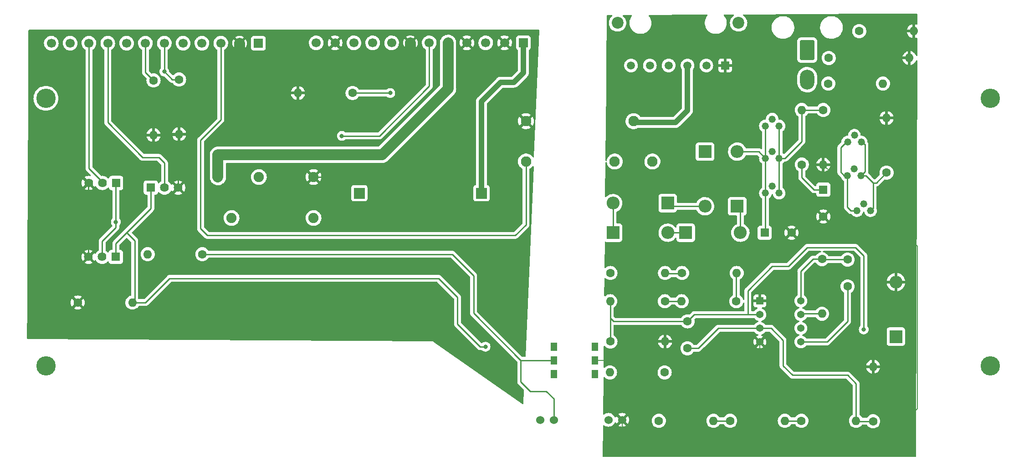
<source format=gbr>
%TF.GenerationSoftware,KiCad,Pcbnew,(6.0.2)*%
%TF.CreationDate,2022-07-14T16:29:58+09:00*%
%TF.ProjectId,TSAL&DIS,5453414c-2644-4495-932e-6b696361645f,rev?*%
%TF.SameCoordinates,Original*%
%TF.FileFunction,Copper,L1,Top*%
%TF.FilePolarity,Positive*%
%FSLAX46Y46*%
G04 Gerber Fmt 4.6, Leading zero omitted, Abs format (unit mm)*
G04 Created by KiCad (PCBNEW (6.0.2)) date 2022-07-14 16:29:58*
%MOMM*%
%LPD*%
G01*
G04 APERTURE LIST*
G04 Aperture macros list*
%AMRoundRect*
0 Rectangle with rounded corners*
0 $1 Rounding radius*
0 $2 $3 $4 $5 $6 $7 $8 $9 X,Y pos of 4 corners*
0 Add a 4 corners polygon primitive as box body*
4,1,4,$2,$3,$4,$5,$6,$7,$8,$9,$2,$3,0*
0 Add four circle primitives for the rounded corners*
1,1,$1+$1,$2,$3*
1,1,$1+$1,$4,$5*
1,1,$1+$1,$6,$7*
1,1,$1+$1,$8,$9*
0 Add four rect primitives between the rounded corners*
20,1,$1+$1,$2,$3,$4,$5,0*
20,1,$1+$1,$4,$5,$6,$7,0*
20,1,$1+$1,$6,$7,$8,$9,0*
20,1,$1+$1,$8,$9,$2,$3,0*%
G04 Aperture macros list end*
%TA.AperFunction,ComponentPad*%
%ADD10C,1.320800*%
%TD*%
%TA.AperFunction,ComponentPad*%
%ADD11R,1.520000X1.520000*%
%TD*%
%TA.AperFunction,ComponentPad*%
%ADD12C,1.520000*%
%TD*%
%TA.AperFunction,ComponentPad*%
%ADD13C,2.200000*%
%TD*%
%TA.AperFunction,ComponentPad*%
%ADD14R,1.700000X1.700000*%
%TD*%
%TA.AperFunction,ComponentPad*%
%ADD15C,1.700000*%
%TD*%
%TA.AperFunction,ComponentPad*%
%ADD16C,1.600000*%
%TD*%
%TA.AperFunction,ComponentPad*%
%ADD17O,1.600000X1.600000*%
%TD*%
%TA.AperFunction,ComponentPad*%
%ADD18R,1.625600X1.625600*%
%TD*%
%TA.AperFunction,ComponentPad*%
%ADD19C,1.625600*%
%TD*%
%TA.AperFunction,ComponentPad*%
%ADD20R,2.000000X2.000000*%
%TD*%
%TA.AperFunction,ComponentPad*%
%ADD21C,1.524000*%
%TD*%
%TA.AperFunction,ComponentPad*%
%ADD22R,2.400000X2.400000*%
%TD*%
%TA.AperFunction,ComponentPad*%
%ADD23O,2.400000X2.400000*%
%TD*%
%TA.AperFunction,ComponentPad*%
%ADD24C,1.905000*%
%TD*%
%TA.AperFunction,ComponentPad*%
%ADD25R,1.600000X1.600000*%
%TD*%
%TA.AperFunction,ComponentPad*%
%ADD26C,1.950000*%
%TD*%
%TA.AperFunction,ComponentPad*%
%ADD27R,1.371600X1.371600*%
%TD*%
%TA.AperFunction,ComponentPad*%
%ADD28C,1.371600*%
%TD*%
%TA.AperFunction,ComponentPad*%
%ADD29RoundRect,0.250001X-1.099999X-1.599999X1.099999X-1.599999X1.099999X1.599999X-1.099999X1.599999X0*%
%TD*%
%TA.AperFunction,ComponentPad*%
%ADD30O,2.700000X3.700000*%
%TD*%
%TA.AperFunction,ComponentPad*%
%ADD31R,1.295400X1.498600*%
%TD*%
%TA.AperFunction,ViaPad*%
%ADD32C,3.600000*%
%TD*%
%TA.AperFunction,ViaPad*%
%ADD33C,0.800000*%
%TD*%
%TA.AperFunction,ViaPad*%
%ADD34C,2.000000*%
%TD*%
%TA.AperFunction,Conductor*%
%ADD35C,0.250000*%
%TD*%
%TA.AperFunction,Conductor*%
%ADD36C,2.000000*%
%TD*%
%TA.AperFunction,Conductor*%
%ADD37C,1.000000*%
%TD*%
%TA.AperFunction,Conductor*%
%ADD38C,0.200000*%
%TD*%
G04 APERTURE END LIST*
D10*
%TO.P,U8,1,IN*%
%TO.N,Net-(C4-Pad1)*%
X275980000Y-131393000D03*
%TO.P,U8,2,OUT*%
%TO.N,Net-(C5-Pad1)*%
X277250000Y-130123000D03*
%TO.P,U8,3,ADJ*%
%TO.N,Net-(R16-Pad1)*%
X278520000Y-131393000D03*
%TD*%
D11*
%TO.P,J4,1,Pin_1*%
%TO.N,HV-*%
X253249983Y-110883500D03*
D12*
%TO.P,J4,2,Pin_2*%
%TO.N,HV+*%
X249749982Y-110883500D03*
%TO.P,J4,3,Pin_3*%
%TO.N,RELAY_PRECHARGE*%
X246249982Y-110883500D03*
%TO.P,J4,4,Pin_4*%
%TO.N,R_PRECHARGE*%
X242749981Y-110883500D03*
%TO.P,J4,5,Pin_5*%
%TO.N,unconnected-(J4-Pad5)*%
X239249981Y-110883500D03*
%TO.P,J4,6,Pin_6*%
%TO.N,unconnected-(J4-Pad6)*%
X235749980Y-110883500D03*
D13*
%TO.P,J4,7*%
%TO.N,N/C*%
X255749978Y-102973508D03*
%TO.P,J4,8*%
X233250023Y-102973508D03*
%TD*%
D14*
%TO.P,J2,1,Pin_1*%
%TO.N,LV+*%
X166500000Y-106750000D03*
D15*
%TO.P,J2,2,Pin_2*%
%TO.N,GND_BMS*%
X162999999Y-106750000D03*
%TO.P,J2,3,Pin_3*%
%TO.N,PRECHARGE*%
X159499999Y-106750000D03*
%TO.P,J2,4,Pin_4*%
%TO.N,IMD_FAULT*%
X155999998Y-106750000D03*
%TO.P,J2,5,Pin_5*%
%TO.N,unconnected-(J2-Pad5)*%
X152499998Y-106750000D03*
%TO.P,J2,6,Pin_6*%
%TO.N,GND_SENSE1*%
X148999997Y-106750000D03*
%TO.P,J2,7,Pin_7*%
%TO.N,GND_SENSE2*%
X145499996Y-106750000D03*
%TO.P,J2,8,Pin_8*%
%TO.N,unconnected-(J2-Pad8)*%
X141999996Y-106750000D03*
%TO.P,J2,9,Pin_9*%
%TO.N,HV_ACTIVE_LIGHT*%
X138499995Y-106750000D03*
%TO.P,J2,10,Pin_10*%
%TO.N,LV_ACTIVE_LIGHT*%
X134999994Y-106750000D03*
%TO.P,J2,11,Pin_11*%
%TO.N,unconnected-(J2-Pad11)*%
X131499994Y-106750000D03*
%TO.P,J2,12,Pin_12*%
%TO.N,unconnected-(J2-Pad12)*%
X127999993Y-106750000D03*
%TD*%
D16*
%TO.P,R7,1*%
%TO.N,Net-(R6-Pad2)*%
X254170000Y-177000000D03*
D17*
%TO.P,R7,2*%
%TO.N,Net-(R7-Pad2)*%
X264330000Y-177000000D03*
%TD*%
D10*
%TO.P,U5,1,IN*%
%TO.N,Net-(C3-Pad1)*%
X260730000Y-128143000D03*
%TO.P,U5,2,OUT*%
%TO.N,Net-(C4-Pad1)*%
X262000000Y-126873000D03*
%TO.P,U5,3,ADJ*%
%TO.N,Net-(R14-Pad1)*%
X263270000Y-128143000D03*
%TD*%
D16*
%TO.P,R5,1*%
%TO.N,Net-(C1-Pad2)*%
X231920000Y-162250000D03*
D17*
%TO.P,R5,2*%
%TO.N,HV-*%
X242080000Y-162250000D03*
%TD*%
D18*
%TO.P,Q1,1,G*%
%TO.N,Net-(Q1-Pad1)*%
X140040000Y-132750000D03*
D19*
%TO.P,Q1,2,D*%
%TO.N,LV_ACTIVE_LIGHT*%
X137500000Y-132750000D03*
%TO.P,Q1,3,S*%
%TO.N,GND_BMS*%
X134960000Y-132750000D03*
%TD*%
D20*
%TO.P,F1,1*%
%TO.N,LV+*%
X185245000Y-134655000D03*
%TO.P,F1,2*%
%TO.N,LV_BMS*%
X207945000Y-134655000D03*
%TD*%
D21*
%TO.P,PS1,1,-VIN*%
%TO.N,GND_BMS*%
X218864000Y-176816000D03*
%TO.P,PS1,2,+VIN*%
%TO.N,LV+*%
X221404000Y-176816000D03*
%TO.P,PS1,6,+VOUT*%
%TO.N,Net-(C2-Pad1)*%
X231564000Y-176816000D03*
%TO.P,PS1,7,-VOUT*%
%TO.N,HV-*%
X234104000Y-176816000D03*
%TD*%
D16*
%TO.P,R19,1*%
%TO.N,IMD_FAULT*%
X184000000Y-116000000D03*
D17*
%TO.P,R19,2*%
%TO.N,GND_BMS*%
X173840000Y-116000000D03*
%TD*%
D16*
%TO.P,R11,1*%
%TO.N,Net-(R10-Pad2)*%
X242000000Y-168000000D03*
D17*
%TO.P,R11,2*%
%TO.N,Net-(R11-Pad2)*%
X231840000Y-168000000D03*
%TD*%
D16*
%TO.P,R4,1*%
%TO.N,Net-(R3-Pad2)*%
X242040000Y-154750000D03*
D17*
%TO.P,R4,2*%
%TO.N,Net-(C1-Pad2)*%
X231880000Y-154750000D03*
%TD*%
D22*
%TO.P,D1,1,K*%
%TO.N,Net-(C1-Pad2)*%
X285000000Y-161330000D03*
D23*
%TO.P,D1,2,A*%
%TO.N,HV-*%
X285000000Y-151170000D03*
%TD*%
D16*
%TO.P,R20,1*%
%TO.N,GND_SENSE2*%
X147000000Y-113670000D03*
D17*
%TO.P,R20,2*%
%TO.N,GND_BMS*%
X147000000Y-123830000D03*
%TD*%
D24*
%TO.P,U3,1,1*%
%TO.N,GND_BMS*%
X176750000Y-131650000D03*
%TO.P,U3,2,2*%
%TO.N,LV+*%
X166590000Y-131650000D03*
%TO.P,U3,3,3*%
%TO.N,FAN+*%
X158970000Y-131650000D03*
%TO.P,U3,4,4*%
%TO.N,unconnected-(U3-Pad4)*%
X161510000Y-139270000D03*
%TO.P,U3,5,5*%
%TO.N,FAN_ENABLE*%
X176750000Y-139270000D03*
%TD*%
D22*
%TO.P,D4,1,K*%
%TO.N,Net-(D3-Pad2)*%
X232420000Y-142000000D03*
D23*
%TO.P,D4,2,A*%
%TO.N,Net-(D4-Pad2)*%
X242580000Y-142000000D03*
%TD*%
D16*
%TO.P,R21,1*%
%TO.N,GND_SENSE1*%
X151750000Y-113500000D03*
D17*
%TO.P,R21,2*%
%TO.N,GND_BMS*%
X151750000Y-123660000D03*
%TD*%
D16*
%TO.P,C5,1*%
%TO.N,Net-(C5-Pad1)*%
X272500000Y-109500000D03*
D17*
%TO.P,C5,2*%
%TO.N,HV-*%
X287500000Y-109500000D03*
%TD*%
D10*
%TO.P,U9,1,IN*%
%TO.N,Net-(C4-Pad1)*%
X276000000Y-125143000D03*
%TO.P,U9,2,OUT*%
%TO.N,Net-(C5-Pad1)*%
X277270000Y-123873000D03*
%TO.P,U9,3,ADJ*%
%TO.N,Net-(R16-Pad1)*%
X278540000Y-125143000D03*
%TD*%
D16*
%TO.P,R18,1*%
%TO.N,Net-(J1-Pad1)*%
X278170000Y-104500000D03*
D17*
%TO.P,R18,2*%
%TO.N,HV-*%
X288330000Y-104500000D03*
%TD*%
D16*
%TO.P,C1,1*%
%TO.N,Net-(C1-Pad1)*%
X246250000Y-163500000D03*
%TO.P,C1,2*%
%TO.N,Net-(C1-Pad2)*%
X246250000Y-158500000D03*
%TD*%
%TO.P,R14,1*%
%TO.N,Net-(R14-Pad1)*%
X271500000Y-119170000D03*
D17*
%TO.P,R14,2*%
%TO.N,HV-*%
X271500000Y-129330000D03*
%TD*%
D25*
%TO.P,C4,1*%
%TO.N,Net-(C4-Pad1)*%
X271500000Y-134000000D03*
D16*
%TO.P,C4,2*%
%TO.N,HV-*%
X271500000Y-139000000D03*
%TD*%
D18*
%TO.P,Q2,1,G*%
%TO.N,Net-(Q2-Pad1)*%
X140000000Y-146500000D03*
D19*
%TO.P,Q2,2,D*%
%TO.N,Net-(Q1-Pad1)*%
X137460000Y-146500000D03*
%TO.P,Q2,3,S*%
%TO.N,GND_BMS*%
X134920000Y-146500000D03*
%TD*%
D16*
%TO.P,R17,1*%
%TO.N,Net-(C5-Pad1)*%
X272420000Y-114250000D03*
D17*
%TO.P,R17,2*%
%TO.N,Net-(R16-Pad1)*%
X282580000Y-114250000D03*
%TD*%
D16*
%TO.P,R1,1*%
%TO.N,HV+*%
X231920000Y-149500000D03*
D17*
%TO.P,R1,2*%
%TO.N,Net-(R1-Pad2)*%
X242080000Y-149500000D03*
%TD*%
D14*
%TO.P,J3,1,Pin_1*%
%TO.N,LV_BMS*%
X215750013Y-106678501D03*
D15*
%TO.P,J3,2,Pin_2*%
%TO.N,GND_BMS*%
X212250012Y-106678501D03*
%TO.P,J3,3,Pin_3*%
%TO.N,LV+*%
X208750012Y-106678501D03*
%TO.P,J3,4,Pin_4*%
%TO.N,GND_BMS*%
X205250011Y-106678501D03*
%TO.P,J3,5,Pin_5*%
%TO.N,FAN+*%
X201750011Y-106678501D03*
%TO.P,J3,6,Pin_6*%
%TO.N,FAN_ENABLE*%
X198250010Y-106678501D03*
%TO.P,J3,7,Pin_7*%
%TO.N,GND_BMS*%
X194750009Y-106678501D03*
%TO.P,J3,8,Pin_8*%
%TO.N,GND_SENSE1*%
X191250009Y-106678501D03*
%TO.P,J3,9,Pin_9*%
%TO.N,GND_SENSE2*%
X187750008Y-106678501D03*
%TO.P,J3,10,Pin_10*%
%TO.N,IMD_FAULT*%
X184250007Y-106678501D03*
%TO.P,J3,11,Pin_11*%
%TO.N,GND_BMS*%
X180750007Y-106678501D03*
%TO.P,J3,12,Pin_12*%
%TO.N,LV+*%
X177250006Y-106678501D03*
%TD*%
D16*
%TO.P,R8,1*%
%TO.N,Net-(R7-Pad2)*%
X267420000Y-177000000D03*
D17*
%TO.P,R8,2*%
%TO.N,Net-(C1-Pad1)*%
X277580000Y-177000000D03*
%TD*%
D10*
%TO.P,U4,1,IN*%
%TO.N,Net-(C3-Pad1)*%
X260730000Y-134643000D03*
%TO.P,U4,2,OUT*%
%TO.N,Net-(C4-Pad1)*%
X262000000Y-133373000D03*
%TO.P,U4,3,ADJ*%
%TO.N,Net-(R14-Pad1)*%
X263270000Y-134643000D03*
%TD*%
D26*
%TO.P,PRECHARGE1,1,COIL_1*%
%TO.N,PRECHARGE*%
X216225000Y-128750000D03*
%TO.P,PRECHARGE1,2,NC*%
%TO.N,unconnected-(PRECHARGE1-Pad2)*%
X232725000Y-128750000D03*
%TO.P,PRECHARGE1,3,NO*%
%TO.N,R_PRECHARGE*%
X239725000Y-128750000D03*
%TO.P,PRECHARGE1,4,COM*%
%TO.N,RELAY_PRECHARGE*%
X236225000Y-121250000D03*
%TO.P,PRECHARGE1,5,COIL_2*%
%TO.N,GND_BMS*%
X216225000Y-121250000D03*
%TD*%
D25*
%TO.P,C3,1*%
%TO.N,Net-(C3-Pad1)*%
X260597349Y-142000000D03*
D16*
%TO.P,C3,2*%
%TO.N,HV-*%
X265597349Y-142000000D03*
%TD*%
D27*
%TO.P,U1,1,GND*%
%TO.N,HV-*%
X259690000Y-154690000D03*
D28*
%TO.P,U1,2,+*%
%TO.N,Net-(C1-Pad2)*%
X259690000Y-157230000D03*
%TO.P,U1,3,-*%
%TO.N,Net-(C1-Pad1)*%
X259690000Y-159770000D03*
%TO.P,U1,4,V-*%
%TO.N,HV-*%
X259690000Y-162310000D03*
%TO.P,U1,5,BAL*%
%TO.N,Net-(C2-Pad2)*%
X267310000Y-162310000D03*
%TO.P,U1,6,STRB*%
X267310000Y-159770000D03*
%TO.P,U1,7*%
%TO.N,Net-(R10-Pad2)*%
X267310000Y-157230000D03*
%TO.P,U1,8,V+*%
%TO.N,Net-(C2-Pad1)*%
X267310000Y-154690000D03*
%TD*%
D16*
%TO.P,R15,1*%
%TO.N,Net-(C4-Pad1)*%
X267500000Y-129330000D03*
D17*
%TO.P,R15,2*%
%TO.N,Net-(R14-Pad1)*%
X267500000Y-119170000D03*
%TD*%
D16*
%TO.P,C2,1*%
%TO.N,Net-(C2-Pad1)*%
X276000000Y-147000000D03*
%TO.P,C2,2*%
%TO.N,Net-(C2-Pad2)*%
X276000000Y-152000000D03*
%TD*%
%TO.P,R16,1*%
%TO.N,Net-(R16-Pad1)*%
X283250000Y-130830000D03*
D17*
%TO.P,R16,2*%
%TO.N,HV-*%
X283250000Y-120670000D03*
%TD*%
D10*
%TO.P,U7,1,IN*%
%TO.N,Net-(C4-Pad1)*%
X277730000Y-137893000D03*
%TO.P,U7,2,OUT*%
%TO.N,Net-(C5-Pad1)*%
X279000000Y-136623000D03*
%TO.P,U7,3,ADJ*%
%TO.N,Net-(R16-Pad1)*%
X280270000Y-137893000D03*
%TD*%
D22*
%TO.P,D5,1,K*%
%TO.N,Net-(D4-Pad2)*%
X245920000Y-142000000D03*
D23*
%TO.P,D5,2,A*%
%TO.N,Net-(D5-Pad2)*%
X256080000Y-142000000D03*
%TD*%
D29*
%TO.P,J1,1,Pin_1*%
%TO.N,Net-(J1-Pad1)*%
X268500000Y-108025000D03*
D30*
%TO.P,J1,2,Pin_2*%
%TO.N,Net-(C5-Pad1)*%
X268500000Y-113525000D03*
%TD*%
D16*
%TO.P,R10,1*%
%TO.N,Net-(C2-Pad1)*%
X271250000Y-146920000D03*
D17*
%TO.P,R10,2*%
%TO.N,Net-(R10-Pad2)*%
X271250000Y-157080000D03*
%TD*%
D18*
%TO.P,Q3,1,G*%
%TO.N,Net-(Q2-Pad1)*%
X146500000Y-133622300D03*
D19*
%TO.P,Q3,2,D*%
%TO.N,HV_ACTIVE_LIGHT*%
X149040000Y-133622300D03*
%TO.P,Q3,3,S*%
%TO.N,GND_BMS*%
X151580000Y-133622300D03*
%TD*%
D10*
%TO.P,U6,1,IN*%
%TO.N,Net-(C3-Pad1)*%
X260730000Y-122143000D03*
%TO.P,U6,2,OUT*%
%TO.N,Net-(C4-Pad1)*%
X262000000Y-120873000D03*
%TO.P,U6,3,ADJ*%
%TO.N,Net-(R14-Pad1)*%
X263270000Y-122143000D03*
%TD*%
D16*
%TO.P,R2,1*%
%TO.N,Net-(R1-Pad2)*%
X245250000Y-149500000D03*
D17*
%TO.P,R2,2*%
%TO.N,Net-(R2-Pad2)*%
X255410000Y-149500000D03*
%TD*%
D22*
%TO.P,D2,1,K*%
%TO.N,HV+*%
X249500000Y-126920000D03*
D23*
%TO.P,D2,2,A*%
%TO.N,Net-(D2-Pad2)*%
X249500000Y-137080000D03*
%TD*%
D16*
%TO.P,R3,1*%
%TO.N,Net-(R2-Pad2)*%
X255330000Y-154750000D03*
D17*
%TO.P,R3,2*%
%TO.N,Net-(R3-Pad2)*%
X245170000Y-154750000D03*
%TD*%
D16*
%TO.P,R13,1*%
%TO.N,LV+*%
X156080000Y-146000000D03*
D17*
%TO.P,R13,2*%
%TO.N,Net-(Q1-Pad1)*%
X145920000Y-146000000D03*
%TD*%
D16*
%TO.P,R12,1*%
%TO.N,GND_BMS*%
X132920000Y-155000000D03*
D17*
%TO.P,R12,2*%
%TO.N,Net-(Q2-Pad1)*%
X143080000Y-155000000D03*
%TD*%
D31*
%TO.P,U2,1*%
%TO.N,Net-(R11-Pad2)*%
X229060000Y-168290000D03*
%TO.P,U2,2*%
%TO.N,HV-*%
X229060000Y-165750000D03*
%TO.P,U2,3,NC*%
%TO.N,unconnected-(U2-Pad3)*%
X229060000Y-163210000D03*
%TO.P,U2,4*%
%TO.N,Net-(Q2-Pad1)*%
X221440000Y-163210000D03*
%TO.P,U2,5*%
%TO.N,LV+*%
X221440000Y-165750000D03*
%TO.P,U2,6*%
%TO.N,unconnected-(U2-Pad6)*%
X221440000Y-168290000D03*
%TD*%
D22*
%TO.P,D3,1,K*%
%TO.N,Net-(D2-Pad2)*%
X242580000Y-136500000D03*
D23*
%TO.P,D3,2,A*%
%TO.N,Net-(D3-Pad2)*%
X232420000Y-136500000D03*
%TD*%
D16*
%TO.P,R9,1*%
%TO.N,Net-(C1-Pad1)*%
X280750000Y-177080000D03*
D17*
%TO.P,R9,2*%
%TO.N,HV-*%
X280750000Y-166920000D03*
%TD*%
D16*
%TO.P,R6,1*%
%TO.N,Net-(C2-Pad1)*%
X240920000Y-177000000D03*
D17*
%TO.P,R6,2*%
%TO.N,Net-(R6-Pad2)*%
X251080000Y-177000000D03*
%TD*%
D22*
%TO.P,D6,1,K*%
%TO.N,Net-(D5-Pad2)*%
X255500000Y-137080000D03*
D23*
%TO.P,D6,2,A*%
%TO.N,Net-(C3-Pad1)*%
X255500000Y-126920000D03*
%TD*%
D32*
%TO.N,*%
X127000000Y-117000000D03*
X127000000Y-166750000D03*
X302500000Y-166750000D03*
X302500000Y-117000000D03*
D33*
%TO.N,Net-(C1-Pad2)*%
X279000000Y-160000000D03*
D34*
%TO.N,GND_BMS*%
X192000000Y-112500000D03*
D33*
X162000000Y-118000000D03*
X193500000Y-131500000D03*
X149500000Y-126500000D03*
%TO.N,IMD_FAULT*%
X191000000Y-116000000D03*
%TO.N,Net-(Q1-Pad1)*%
X140000000Y-140000000D03*
%TO.N,Net-(Q2-Pad1)*%
X208710000Y-163210000D03*
%TO.N,GND_SENSE1*%
X149000000Y-112000000D03*
%TO.N,FAN_ENABLE*%
X182000000Y-124000000D03*
%TD*%
D35*
%TO.N,Net-(C1-Pad1)*%
X277580000Y-170080000D02*
X277580000Y-177000000D01*
X259690000Y-159770000D02*
X261770000Y-159770000D01*
X248250000Y-163500000D02*
X246250000Y-163500000D01*
X251980000Y-159770000D02*
X248250000Y-163500000D01*
X261770000Y-159770000D02*
X264000000Y-162000000D01*
X264000000Y-162000000D02*
X264000000Y-166750000D01*
X276000000Y-168500000D02*
X277580000Y-170080000D01*
X280750000Y-177080000D02*
X277580000Y-177080000D01*
X264000000Y-166750000D02*
X265750000Y-168500000D01*
X265750000Y-168500000D02*
X276000000Y-168500000D01*
X259690000Y-159770000D02*
X251980000Y-159770000D01*
%TO.N,Net-(C1-Pad2)*%
X231880000Y-157370000D02*
X231880000Y-157880000D01*
X279000000Y-146250000D02*
X279000000Y-160000000D01*
X247520000Y-157230000D02*
X246250000Y-158500000D01*
X245500000Y-158500000D02*
X232500000Y-158500000D01*
X231880000Y-154750000D02*
X231880000Y-157370000D01*
X265000000Y-148250000D02*
X268500000Y-144750000D01*
X268500000Y-144750000D02*
X277500000Y-144750000D01*
X277500000Y-144750000D02*
X279000000Y-146250000D01*
X232500000Y-158500000D02*
X231880000Y-157880000D01*
X231880000Y-162210000D02*
X231920000Y-162250000D01*
X257480000Y-157230000D02*
X247520000Y-157230000D01*
X259690000Y-157230000D02*
X257480000Y-157230000D01*
X262000000Y-148250000D02*
X265000000Y-148250000D01*
X257480000Y-152770000D02*
X262000000Y-148250000D01*
X231880000Y-157880000D02*
X231880000Y-162210000D01*
X257480000Y-157230000D02*
X257480000Y-152770000D01*
%TO.N,Net-(C2-Pad2)*%
X276000000Y-158500000D02*
X272190000Y-162310000D01*
X276000000Y-152000000D02*
X276000000Y-158500000D01*
X267310000Y-162310000D02*
X272190000Y-162310000D01*
%TO.N,Net-(C3-Pad1)*%
X260730000Y-122270000D02*
X260730000Y-128143000D01*
X255500000Y-126920000D02*
X259507000Y-126920000D01*
X260730000Y-141270000D02*
X260730000Y-134143000D01*
X260730000Y-128143000D02*
X260730000Y-134143000D01*
X259507000Y-126920000D02*
X260730000Y-128143000D01*
D36*
%TO.N,GND_BMS*%
X194750009Y-109749991D02*
X194750009Y-106678501D01*
D35*
X176750000Y-131650000D02*
X193350000Y-131650000D01*
X149500000Y-124000000D02*
X149330000Y-123830000D01*
X149500000Y-126500000D02*
X149500000Y-124000000D01*
D36*
X162999999Y-108500001D02*
X162999999Y-106750000D01*
X162999999Y-111499999D02*
X162999999Y-108500001D01*
D35*
X147000000Y-123830000D02*
X149330000Y-123830000D01*
X164000000Y-116000000D02*
X162000000Y-118000000D01*
X173670000Y-116000000D02*
X164250000Y-116000000D01*
X164000000Y-116000000D02*
X164000000Y-112500000D01*
X193350000Y-131650000D02*
X193500000Y-131500000D01*
X151580000Y-133622300D02*
X151580000Y-128580000D01*
X151580000Y-123830000D02*
X151750000Y-123660000D01*
X164250000Y-116000000D02*
X164000000Y-116000000D01*
X134920000Y-146500000D02*
X134920000Y-132500000D01*
D36*
X164000000Y-112500000D02*
X162999999Y-111499999D01*
D35*
X151580000Y-128580000D02*
X149500000Y-126500000D01*
D36*
X192000000Y-112500000D02*
X164000000Y-112500000D01*
D35*
X149330000Y-123830000D02*
X151580000Y-123830000D01*
D36*
X192000000Y-112500000D02*
X194750009Y-109749991D01*
D35*
%TO.N,Net-(C4-Pad1)*%
X275980000Y-137230000D02*
X275980000Y-131393000D01*
X269750000Y-134000000D02*
X271500000Y-134000000D01*
X275393000Y-131393000D02*
X274750000Y-130750000D01*
X275980000Y-131393000D02*
X275393000Y-131393000D01*
X274750000Y-130750000D02*
X274750000Y-126143000D01*
X267500000Y-131750000D02*
X269750000Y-134000000D01*
X277730000Y-137893000D02*
X276643000Y-137893000D01*
X274750000Y-126143000D02*
X276000000Y-124893000D01*
X267500000Y-129330000D02*
X267500000Y-131750000D01*
X276643000Y-137893000D02*
X275980000Y-137230000D01*
%TO.N,IMD_FAULT*%
X191000000Y-116000000D02*
X183830000Y-116000000D01*
%TO.N,Net-(D2-Pad2)*%
X249500000Y-137080000D02*
X243160000Y-137080000D01*
X243160000Y-137080000D02*
X242580000Y-136500000D01*
%TO.N,Net-(D3-Pad2)*%
X232420000Y-136500000D02*
X232420000Y-142500000D01*
%TO.N,Net-(D4-Pad2)*%
X245920000Y-142000000D02*
X242580000Y-142000000D01*
%TO.N,Net-(D5-Pad2)*%
X256080000Y-137660000D02*
X255500000Y-137080000D01*
X256080000Y-142500000D02*
X256080000Y-137660000D01*
%TO.N,PRECHARGE*%
X214250000Y-142500000D02*
X216225000Y-140525000D01*
X159499999Y-106750000D02*
X159499999Y-121000001D01*
X216225000Y-140525000D02*
X216225000Y-128750000D01*
X157000000Y-142500000D02*
X214250000Y-142500000D01*
X155750000Y-124750000D02*
X155750000Y-141250000D01*
X159499999Y-121000001D02*
X155750000Y-124750000D01*
X155750000Y-141250000D02*
X157000000Y-142500000D01*
D37*
%TO.N,RELAY_PRECHARGE*%
X237000000Y-121500000D02*
X244000000Y-121500000D01*
D35*
X237000000Y-121500000D02*
X243500000Y-121500000D01*
D37*
X244000000Y-121500000D02*
X246249982Y-119250018D01*
X246249982Y-119250018D02*
X246249982Y-110883500D01*
D35*
X243500000Y-121500000D02*
X243750000Y-121250000D01*
%TO.N,Net-(Q1-Pad1)*%
X140000000Y-132500000D02*
X140000000Y-140000000D01*
X140000000Y-141000000D02*
X137460000Y-143540000D01*
X140000000Y-140000000D02*
X140000000Y-141000000D01*
X137460000Y-143540000D02*
X137460000Y-146500000D01*
%TO.N,Net-(Q2-Pad1)*%
X142000000Y-142000000D02*
X140000000Y-144000000D01*
X203500000Y-159000000D02*
X207710000Y-163210000D01*
X143500000Y-154580000D02*
X143080000Y-155000000D01*
X143080000Y-155000000D02*
X145500000Y-155000000D01*
X146500000Y-137500000D02*
X142000000Y-142000000D01*
X150000000Y-150500000D02*
X200000000Y-150500000D01*
X145500000Y-155000000D02*
X150000000Y-150500000D01*
X143500000Y-150500000D02*
X143500000Y-143500000D01*
X203500000Y-154000000D02*
X203500000Y-159000000D01*
X143500000Y-143500000D02*
X142000000Y-142000000D01*
X140000000Y-144000000D02*
X140000000Y-146500000D01*
X143500000Y-150500000D02*
X143500000Y-154580000D01*
X200000000Y-150500000D02*
X203500000Y-154000000D01*
X207710000Y-163210000D02*
X208710000Y-163210000D01*
X146500000Y-133622300D02*
X146500000Y-137500000D01*
%TO.N,Net-(R1-Pad2)*%
X242040000Y-149627700D02*
X245880000Y-149627700D01*
%TO.N,Net-(R2-Pad2)*%
X255330000Y-149580000D02*
X255410000Y-149500000D01*
X255330000Y-154750000D02*
X255330000Y-149580000D01*
%TO.N,Net-(R3-Pad2)*%
X245170000Y-154750000D02*
X242040000Y-154750000D01*
%TO.N,Net-(R6-Pad2)*%
X251080000Y-177000000D02*
X254170000Y-177000000D01*
%TO.N,Net-(R7-Pad2)*%
X267420000Y-177000000D02*
X264330000Y-177000000D01*
%TO.N,Net-(R10-Pad2)*%
X267460000Y-157080000D02*
X267310000Y-157230000D01*
X271250000Y-157080000D02*
X267460000Y-157080000D01*
%TO.N,Net-(R14-Pad1)*%
X271500000Y-119170000D02*
X267670000Y-119170000D01*
X263270000Y-128143000D02*
X263270000Y-134143000D01*
X263270000Y-122270000D02*
X263270000Y-128143000D01*
X263270000Y-128143000D02*
X264357000Y-128143000D01*
X264357000Y-128143000D02*
X267500000Y-125000000D01*
X267670000Y-119170000D02*
X267500000Y-119340000D01*
X267500000Y-125000000D02*
X267500000Y-119340000D01*
%TO.N,Net-(R16-Pad1)*%
X279393000Y-131393000D02*
X278520000Y-131393000D01*
X279250000Y-130663000D02*
X279250000Y-125603000D01*
X280750000Y-137500000D02*
X280750000Y-132750000D01*
X280750000Y-132750000D02*
X279393000Y-131393000D01*
X278520000Y-131393000D02*
X279250000Y-130663000D01*
X280357000Y-137893000D02*
X280750000Y-137500000D01*
X281330000Y-132750000D02*
X280750000Y-132750000D01*
X279250000Y-125603000D02*
X278540000Y-124893000D01*
X283250000Y-130830000D02*
X281330000Y-132750000D01*
X280270000Y-137893000D02*
X280357000Y-137893000D01*
%TO.N,GND_SENSE1*%
X149000000Y-112000000D02*
X150500000Y-113500000D01*
X150500000Y-113500000D02*
X151750000Y-113500000D01*
X148999997Y-111999997D02*
X149000000Y-112000000D01*
X148999997Y-106750000D02*
X148999997Y-111999997D01*
%TO.N,GND_SENSE2*%
X145499996Y-106750000D02*
X145499996Y-112169996D01*
X145499996Y-112169996D02*
X147000000Y-113670000D01*
D38*
%TO.N,HV-*%
X285670000Y-120670000D02*
X286750000Y-121750000D01*
X283250000Y-118750000D02*
X283250000Y-120670000D01*
X241000000Y-165750000D02*
X257500000Y-165750000D01*
X273500000Y-131330000D02*
X273500000Y-137000000D01*
X259690000Y-163560000D02*
X259690000Y-162310000D01*
X236500000Y-182250000D02*
X234104000Y-179854000D01*
X285000000Y-144000000D02*
X285000000Y-151170000D01*
X283500000Y-142750000D02*
X280750000Y-142750000D01*
X287500000Y-106500000D02*
X288330000Y-105670000D01*
X286750000Y-139500000D02*
X283500000Y-142750000D01*
X287500000Y-109500000D02*
X287500000Y-114500000D01*
X257500000Y-165750000D02*
X259690000Y-163560000D01*
X281500000Y-182250000D02*
X289000000Y-174750000D01*
X278750000Y-142750000D02*
X280750000Y-144750000D01*
X287250000Y-142750000D02*
X289000000Y-144500000D01*
X283750000Y-142750000D02*
X287250000Y-142750000D01*
X271500000Y-129330000D02*
X273500000Y-131330000D01*
X286750000Y-121750000D02*
X286750000Y-139500000D01*
X241000000Y-165750000D02*
X229060000Y-165750000D01*
X242080000Y-162250000D02*
X242080000Y-164670000D01*
X275250000Y-142750000D02*
X271500000Y-139000000D01*
X281500000Y-182250000D02*
X236500000Y-182250000D01*
X234104000Y-179854000D02*
X234104000Y-176816000D01*
X287500000Y-109500000D02*
X287500000Y-106500000D01*
X242080000Y-164670000D02*
X241000000Y-165750000D01*
X283750000Y-142750000D02*
X283500000Y-142750000D01*
X283750000Y-142750000D02*
X285000000Y-144000000D01*
X283250000Y-120670000D02*
X285670000Y-120670000D01*
X280750000Y-142750000D02*
X278750000Y-142750000D01*
X273500000Y-137000000D02*
X271500000Y-139000000D01*
X280750000Y-144750000D02*
X280750000Y-166920000D01*
X278750000Y-142750000D02*
X275250000Y-142750000D01*
X288330000Y-105670000D02*
X288330000Y-104500000D01*
X287500000Y-114500000D02*
X283250000Y-118750000D01*
X289000000Y-174750000D02*
X289000000Y-144500000D01*
D35*
%TO.N,LV+*%
X206500000Y-150000000D02*
X202500000Y-146000000D01*
X221440000Y-165750000D02*
X215250000Y-165750000D01*
X220000000Y-171500000D02*
X221404000Y-172904000D01*
X206500000Y-157000000D02*
X206500000Y-150000000D01*
X215250000Y-165750000D02*
X215250000Y-169750000D01*
X215250000Y-165750000D02*
X206500000Y-157000000D01*
X217000000Y-171500000D02*
X220000000Y-171500000D01*
X215250000Y-169750000D02*
X217000000Y-171500000D01*
X221404000Y-172904000D02*
X221404000Y-176816000D01*
X202500000Y-146000000D02*
X156080000Y-146000000D01*
%TO.N,Net-(C2-Pad1)*%
X267310000Y-154690000D02*
X267310000Y-149190000D01*
X276000000Y-147000000D02*
X271330000Y-147000000D01*
X267310000Y-149190000D02*
X269580000Y-146920000D01*
X269580000Y-146920000D02*
X271250000Y-146920000D01*
X271330000Y-147000000D02*
X271250000Y-146920000D01*
%TO.N,FAN+*%
X159000000Y-127500000D02*
X158970000Y-127530000D01*
D36*
X158970000Y-127530000D02*
X158970000Y-131650000D01*
X189500000Y-127500000D02*
X159000000Y-127500000D01*
X201750011Y-115249989D02*
X189500000Y-127500000D01*
X201750011Y-106678501D02*
X201750011Y-115249989D01*
D35*
%TO.N,FAN_ENABLE*%
X198250010Y-114749990D02*
X198250010Y-106678501D01*
X182000000Y-124000000D02*
X189000000Y-124000000D01*
X189000000Y-124000000D02*
X198250010Y-114749990D01*
%TO.N,HV_ACTIVE_LIGHT*%
X138499995Y-121499995D02*
X145000000Y-128000000D01*
X138499995Y-106750000D02*
X138499995Y-121499995D01*
X149040000Y-129040000D02*
X149040000Y-133622300D01*
X145000000Y-128000000D02*
X148000000Y-128000000D01*
X148000000Y-128000000D02*
X149040000Y-129040000D01*
%TO.N,LV_ACTIVE_LIGHT*%
X134999994Y-130039994D02*
X134999994Y-106750000D01*
X137460000Y-132500000D02*
X134999994Y-130039994D01*
D37*
%TO.N,LV_BMS*%
X214000000Y-114000000D02*
X211500000Y-114000000D01*
X211500000Y-114000000D02*
X207945000Y-117555000D01*
X215750013Y-112249987D02*
X214000000Y-114000000D01*
X215750013Y-106678501D02*
X215750013Y-112249987D01*
X207945000Y-117555000D02*
X207945000Y-134655000D01*
%TD*%
%TA.AperFunction,Conductor*%
%TO.N,HV-*%
G36*
X288941258Y-101270263D02*
G01*
X288987989Y-101323712D01*
X288999608Y-101376952D01*
X288994077Y-103169055D01*
X288973865Y-103237114D01*
X288920066Y-103283441D01*
X288849761Y-103293328D01*
X288814827Y-103282860D01*
X288784058Y-103268512D01*
X288773761Y-103264764D01*
X288601497Y-103218606D01*
X288587401Y-103218942D01*
X288584000Y-103226884D01*
X288584000Y-105767967D01*
X288587973Y-105781498D01*
X288596522Y-105782727D01*
X288773761Y-105735236D01*
X288784053Y-105731490D01*
X288806598Y-105720977D01*
X288876790Y-105710316D01*
X288941603Y-105739296D01*
X288980459Y-105798716D01*
X288985847Y-105835561D01*
X288977630Y-108498084D01*
X288976069Y-109003734D01*
X288955857Y-109071793D01*
X288902058Y-109118120D01*
X288831753Y-109128007D01*
X288767264Y-109098314D01*
X288734523Y-109050598D01*
X288733813Y-109050929D01*
X288731824Y-109046664D01*
X288731667Y-109046435D01*
X288731488Y-109045943D01*
X288639414Y-108848489D01*
X288633931Y-108838993D01*
X288508972Y-108660533D01*
X288501916Y-108652125D01*
X288347875Y-108498084D01*
X288339467Y-108491028D01*
X288161007Y-108366069D01*
X288151511Y-108360586D01*
X287954053Y-108268510D01*
X287943761Y-108264764D01*
X287771497Y-108218606D01*
X287757401Y-108218942D01*
X287754000Y-108226884D01*
X287754000Y-110767967D01*
X287757973Y-110781498D01*
X287766522Y-110782727D01*
X287943761Y-110735236D01*
X287954053Y-110731490D01*
X288151511Y-110639414D01*
X288161007Y-110633931D01*
X288339467Y-110508972D01*
X288347875Y-110501916D01*
X288501916Y-110347875D01*
X288508972Y-110339467D01*
X288633931Y-110161007D01*
X288639414Y-110151511D01*
X288732785Y-109951275D01*
X288779702Y-109897990D01*
X288847980Y-109878529D01*
X288915939Y-109899071D01*
X288962005Y-109953094D01*
X288972979Y-110004912D01*
X288835866Y-154429546D01*
X288750000Y-182249935D01*
X288750000Y-183624000D01*
X288729998Y-183692121D01*
X288676342Y-183738614D01*
X288624000Y-183750000D01*
X230627154Y-183750000D01*
X230559033Y-183729998D01*
X230512540Y-183676342D01*
X230501159Y-183622851D01*
X230553342Y-177900215D01*
X230573965Y-177832280D01*
X230628042Y-177786278D01*
X230698405Y-177776815D01*
X230751609Y-177798151D01*
X230926323Y-177920488D01*
X230931305Y-177922811D01*
X230931310Y-177922814D01*
X231110129Y-178006198D01*
X231127804Y-178014440D01*
X231133112Y-178015862D01*
X231133114Y-178015863D01*
X231198949Y-178033503D01*
X231342537Y-178071978D01*
X231564000Y-178091353D01*
X231785463Y-178071978D01*
X231929051Y-178033503D01*
X231994886Y-178015863D01*
X231994888Y-178015862D01*
X232000196Y-178014440D01*
X232017871Y-178006198D01*
X232196690Y-177922814D01*
X232196695Y-177922811D01*
X232201677Y-177920488D01*
X232266959Y-177874777D01*
X233409777Y-177874777D01*
X233419074Y-177886793D01*
X233462069Y-177916898D01*
X233471555Y-177922376D01*
X233662993Y-178011645D01*
X233673285Y-178015391D01*
X233877309Y-178070059D01*
X233888104Y-178071962D01*
X234098525Y-178090372D01*
X234109475Y-178090372D01*
X234319896Y-178071962D01*
X234330691Y-178070059D01*
X234534715Y-178015391D01*
X234545007Y-178011645D01*
X234736445Y-177922376D01*
X234745931Y-177916898D01*
X234789764Y-177886207D01*
X234798139Y-177875729D01*
X234791071Y-177862281D01*
X234116812Y-177188022D01*
X234102868Y-177180408D01*
X234101035Y-177180539D01*
X234094420Y-177184790D01*
X233416207Y-177863003D01*
X233409777Y-177874777D01*
X232266959Y-177874777D01*
X232376392Y-177798151D01*
X232379270Y-177796136D01*
X232379273Y-177796134D01*
X232383781Y-177792977D01*
X232540977Y-177635781D01*
X232628894Y-177510223D01*
X232665331Y-177458185D01*
X232665332Y-177458183D01*
X232668488Y-177453676D01*
X232670811Y-177448694D01*
X232670814Y-177448689D01*
X232720081Y-177343035D01*
X232766999Y-177289750D01*
X232835276Y-177270289D01*
X232903236Y-177290831D01*
X232948471Y-177343035D01*
X232997623Y-177448441D01*
X233003103Y-177457932D01*
X233033794Y-177501765D01*
X233044271Y-177510140D01*
X233057718Y-177503072D01*
X233731978Y-176828812D01*
X233738356Y-176817132D01*
X234468408Y-176817132D01*
X234468539Y-176818965D01*
X234472790Y-176825580D01*
X235151003Y-177503793D01*
X235162777Y-177510223D01*
X235174793Y-177500926D01*
X235204897Y-177457932D01*
X235210377Y-177448441D01*
X235299645Y-177257007D01*
X235303391Y-177246715D01*
X235358059Y-177042691D01*
X235359962Y-177031896D01*
X235362753Y-177000000D01*
X239606502Y-177000000D01*
X239626457Y-177228087D01*
X239685716Y-177449243D01*
X239688039Y-177454224D01*
X239688039Y-177454225D01*
X239780151Y-177651762D01*
X239780154Y-177651767D01*
X239782477Y-177656749D01*
X239913802Y-177844300D01*
X240075700Y-178006198D01*
X240080208Y-178009355D01*
X240080211Y-178009357D01*
X240089503Y-178015863D01*
X240263251Y-178137523D01*
X240268233Y-178139846D01*
X240268238Y-178139849D01*
X240465775Y-178231961D01*
X240470757Y-178234284D01*
X240476065Y-178235706D01*
X240476067Y-178235707D01*
X240686598Y-178292119D01*
X240686600Y-178292119D01*
X240691913Y-178293543D01*
X240920000Y-178313498D01*
X241148087Y-178293543D01*
X241153400Y-178292119D01*
X241153402Y-178292119D01*
X241363933Y-178235707D01*
X241363935Y-178235706D01*
X241369243Y-178234284D01*
X241374225Y-178231961D01*
X241571762Y-178139849D01*
X241571767Y-178139846D01*
X241576749Y-178137523D01*
X241750497Y-178015863D01*
X241759789Y-178009357D01*
X241759792Y-178009355D01*
X241764300Y-178006198D01*
X241926198Y-177844300D01*
X242057523Y-177656749D01*
X242059846Y-177651767D01*
X242059849Y-177651762D01*
X242151961Y-177454225D01*
X242151961Y-177454224D01*
X242154284Y-177449243D01*
X242213543Y-177228087D01*
X242233498Y-177000000D01*
X249766502Y-177000000D01*
X249786457Y-177228087D01*
X249845716Y-177449243D01*
X249848039Y-177454224D01*
X249848039Y-177454225D01*
X249940151Y-177651762D01*
X249940154Y-177651767D01*
X249942477Y-177656749D01*
X250073802Y-177844300D01*
X250235700Y-178006198D01*
X250240208Y-178009355D01*
X250240211Y-178009357D01*
X250249503Y-178015863D01*
X250423251Y-178137523D01*
X250428233Y-178139846D01*
X250428238Y-178139849D01*
X250625775Y-178231961D01*
X250630757Y-178234284D01*
X250636065Y-178235706D01*
X250636067Y-178235707D01*
X250846598Y-178292119D01*
X250846600Y-178292119D01*
X250851913Y-178293543D01*
X251080000Y-178313498D01*
X251308087Y-178293543D01*
X251313400Y-178292119D01*
X251313402Y-178292119D01*
X251523933Y-178235707D01*
X251523935Y-178235706D01*
X251529243Y-178234284D01*
X251534225Y-178231961D01*
X251731762Y-178139849D01*
X251731767Y-178139846D01*
X251736749Y-178137523D01*
X251910497Y-178015863D01*
X251919789Y-178009357D01*
X251919792Y-178009355D01*
X251924300Y-178006198D01*
X252086198Y-177844300D01*
X252158350Y-177741257D01*
X252196181Y-177687229D01*
X252251638Y-177642901D01*
X252299394Y-177633500D01*
X252950606Y-177633500D01*
X253018727Y-177653502D01*
X253053819Y-177687229D01*
X253091650Y-177741257D01*
X253163802Y-177844300D01*
X253325700Y-178006198D01*
X253330208Y-178009355D01*
X253330211Y-178009357D01*
X253339503Y-178015863D01*
X253513251Y-178137523D01*
X253518233Y-178139846D01*
X253518238Y-178139849D01*
X253715775Y-178231961D01*
X253720757Y-178234284D01*
X253726065Y-178235706D01*
X253726067Y-178235707D01*
X253936598Y-178292119D01*
X253936600Y-178292119D01*
X253941913Y-178293543D01*
X254170000Y-178313498D01*
X254398087Y-178293543D01*
X254403400Y-178292119D01*
X254403402Y-178292119D01*
X254613933Y-178235707D01*
X254613935Y-178235706D01*
X254619243Y-178234284D01*
X254624225Y-178231961D01*
X254821762Y-178139849D01*
X254821767Y-178139846D01*
X254826749Y-178137523D01*
X255000497Y-178015863D01*
X255009789Y-178009357D01*
X255009792Y-178009355D01*
X255014300Y-178006198D01*
X255176198Y-177844300D01*
X255307523Y-177656749D01*
X255309846Y-177651767D01*
X255309849Y-177651762D01*
X255401961Y-177454225D01*
X255401961Y-177454224D01*
X255404284Y-177449243D01*
X255463543Y-177228087D01*
X255483498Y-177000000D01*
X263016502Y-177000000D01*
X263036457Y-177228087D01*
X263095716Y-177449243D01*
X263098039Y-177454224D01*
X263098039Y-177454225D01*
X263190151Y-177651762D01*
X263190154Y-177651767D01*
X263192477Y-177656749D01*
X263323802Y-177844300D01*
X263485700Y-178006198D01*
X263490208Y-178009355D01*
X263490211Y-178009357D01*
X263499503Y-178015863D01*
X263673251Y-178137523D01*
X263678233Y-178139846D01*
X263678238Y-178139849D01*
X263875775Y-178231961D01*
X263880757Y-178234284D01*
X263886065Y-178235706D01*
X263886067Y-178235707D01*
X264096598Y-178292119D01*
X264096600Y-178292119D01*
X264101913Y-178293543D01*
X264330000Y-178313498D01*
X264558087Y-178293543D01*
X264563400Y-178292119D01*
X264563402Y-178292119D01*
X264773933Y-178235707D01*
X264773935Y-178235706D01*
X264779243Y-178234284D01*
X264784225Y-178231961D01*
X264981762Y-178139849D01*
X264981767Y-178139846D01*
X264986749Y-178137523D01*
X265160497Y-178015863D01*
X265169789Y-178009357D01*
X265169792Y-178009355D01*
X265174300Y-178006198D01*
X265336198Y-177844300D01*
X265408350Y-177741257D01*
X265446181Y-177687229D01*
X265501638Y-177642901D01*
X265549394Y-177633500D01*
X266200606Y-177633500D01*
X266268727Y-177653502D01*
X266303819Y-177687229D01*
X266341650Y-177741257D01*
X266413802Y-177844300D01*
X266575700Y-178006198D01*
X266580208Y-178009355D01*
X266580211Y-178009357D01*
X266589503Y-178015863D01*
X266763251Y-178137523D01*
X266768233Y-178139846D01*
X266768238Y-178139849D01*
X266965775Y-178231961D01*
X266970757Y-178234284D01*
X266976065Y-178235706D01*
X266976067Y-178235707D01*
X267186598Y-178292119D01*
X267186600Y-178292119D01*
X267191913Y-178293543D01*
X267420000Y-178313498D01*
X267648087Y-178293543D01*
X267653400Y-178292119D01*
X267653402Y-178292119D01*
X267863933Y-178235707D01*
X267863935Y-178235706D01*
X267869243Y-178234284D01*
X267874225Y-178231961D01*
X268071762Y-178139849D01*
X268071767Y-178139846D01*
X268076749Y-178137523D01*
X268250497Y-178015863D01*
X268259789Y-178009357D01*
X268259792Y-178009355D01*
X268264300Y-178006198D01*
X268426198Y-177844300D01*
X268557523Y-177656749D01*
X268559846Y-177651767D01*
X268559849Y-177651762D01*
X268651961Y-177454225D01*
X268651961Y-177454224D01*
X268654284Y-177449243D01*
X268713543Y-177228087D01*
X268733498Y-177000000D01*
X268713543Y-176771913D01*
X268654284Y-176550757D01*
X268606000Y-176447210D01*
X268559849Y-176348238D01*
X268559846Y-176348233D01*
X268557523Y-176343251D01*
X268445705Y-176183559D01*
X268429357Y-176160211D01*
X268429355Y-176160208D01*
X268426198Y-176155700D01*
X268264300Y-175993802D01*
X268259792Y-175990645D01*
X268259789Y-175990643D01*
X268107228Y-175883819D01*
X268076749Y-175862477D01*
X268071767Y-175860154D01*
X268071762Y-175860151D01*
X267874225Y-175768039D01*
X267874224Y-175768039D01*
X267869243Y-175765716D01*
X267863935Y-175764294D01*
X267863933Y-175764293D01*
X267653402Y-175707881D01*
X267653400Y-175707881D01*
X267648087Y-175706457D01*
X267420000Y-175686502D01*
X267191913Y-175706457D01*
X267186600Y-175707881D01*
X267186598Y-175707881D01*
X266976067Y-175764293D01*
X266976065Y-175764294D01*
X266970757Y-175765716D01*
X266965776Y-175768039D01*
X266965775Y-175768039D01*
X266768238Y-175860151D01*
X266768233Y-175860154D01*
X266763251Y-175862477D01*
X266732772Y-175883819D01*
X266580211Y-175990643D01*
X266580208Y-175990645D01*
X266575700Y-175993802D01*
X266413802Y-176155700D01*
X266410645Y-176160208D01*
X266410643Y-176160211D01*
X266303819Y-176312771D01*
X266248362Y-176357099D01*
X266200606Y-176366500D01*
X265549394Y-176366500D01*
X265481273Y-176346498D01*
X265446181Y-176312771D01*
X265339357Y-176160211D01*
X265339355Y-176160208D01*
X265336198Y-176155700D01*
X265174300Y-175993802D01*
X265169792Y-175990645D01*
X265169789Y-175990643D01*
X265017228Y-175883819D01*
X264986749Y-175862477D01*
X264981767Y-175860154D01*
X264981762Y-175860151D01*
X264784225Y-175768039D01*
X264784224Y-175768039D01*
X264779243Y-175765716D01*
X264773935Y-175764294D01*
X264773933Y-175764293D01*
X264563402Y-175707881D01*
X264563400Y-175707881D01*
X264558087Y-175706457D01*
X264330000Y-175686502D01*
X264101913Y-175706457D01*
X264096600Y-175707881D01*
X264096598Y-175707881D01*
X263886067Y-175764293D01*
X263886065Y-175764294D01*
X263880757Y-175765716D01*
X263875776Y-175768039D01*
X263875775Y-175768039D01*
X263678238Y-175860151D01*
X263678233Y-175860154D01*
X263673251Y-175862477D01*
X263642772Y-175883819D01*
X263490211Y-175990643D01*
X263490208Y-175990645D01*
X263485700Y-175993802D01*
X263323802Y-176155700D01*
X263320645Y-176160208D01*
X263320643Y-176160211D01*
X263304295Y-176183559D01*
X263192477Y-176343251D01*
X263190154Y-176348233D01*
X263190151Y-176348238D01*
X263144000Y-176447210D01*
X263095716Y-176550757D01*
X263036457Y-176771913D01*
X263016502Y-177000000D01*
X255483498Y-177000000D01*
X255463543Y-176771913D01*
X255404284Y-176550757D01*
X255356000Y-176447210D01*
X255309849Y-176348238D01*
X255309846Y-176348233D01*
X255307523Y-176343251D01*
X255195705Y-176183559D01*
X255179357Y-176160211D01*
X255179355Y-176160208D01*
X255176198Y-176155700D01*
X255014300Y-175993802D01*
X255009792Y-175990645D01*
X255009789Y-175990643D01*
X254857228Y-175883819D01*
X254826749Y-175862477D01*
X254821767Y-175860154D01*
X254821762Y-175860151D01*
X254624225Y-175768039D01*
X254624224Y-175768039D01*
X254619243Y-175765716D01*
X254613935Y-175764294D01*
X254613933Y-175764293D01*
X254403402Y-175707881D01*
X254403400Y-175707881D01*
X254398087Y-175706457D01*
X254170000Y-175686502D01*
X253941913Y-175706457D01*
X253936600Y-175707881D01*
X253936598Y-175707881D01*
X253726067Y-175764293D01*
X253726065Y-175764294D01*
X253720757Y-175765716D01*
X253715776Y-175768039D01*
X253715775Y-175768039D01*
X253518238Y-175860151D01*
X253518233Y-175860154D01*
X253513251Y-175862477D01*
X253482772Y-175883819D01*
X253330211Y-175990643D01*
X253330208Y-175990645D01*
X253325700Y-175993802D01*
X253163802Y-176155700D01*
X253160645Y-176160208D01*
X253160643Y-176160211D01*
X253053819Y-176312771D01*
X252998362Y-176357099D01*
X252950606Y-176366500D01*
X252299394Y-176366500D01*
X252231273Y-176346498D01*
X252196181Y-176312771D01*
X252089357Y-176160211D01*
X252089355Y-176160208D01*
X252086198Y-176155700D01*
X251924300Y-175993802D01*
X251919792Y-175990645D01*
X251919789Y-175990643D01*
X251767228Y-175883819D01*
X251736749Y-175862477D01*
X251731767Y-175860154D01*
X251731762Y-175860151D01*
X251534225Y-175768039D01*
X251534224Y-175768039D01*
X251529243Y-175765716D01*
X251523935Y-175764294D01*
X251523933Y-175764293D01*
X251313402Y-175707881D01*
X251313400Y-175707881D01*
X251308087Y-175706457D01*
X251080000Y-175686502D01*
X250851913Y-175706457D01*
X250846600Y-175707881D01*
X250846598Y-175707881D01*
X250636067Y-175764293D01*
X250636065Y-175764294D01*
X250630757Y-175765716D01*
X250625776Y-175768039D01*
X250625775Y-175768039D01*
X250428238Y-175860151D01*
X250428233Y-175860154D01*
X250423251Y-175862477D01*
X250392772Y-175883819D01*
X250240211Y-175990643D01*
X250240208Y-175990645D01*
X250235700Y-175993802D01*
X250073802Y-176155700D01*
X250070645Y-176160208D01*
X250070643Y-176160211D01*
X250054295Y-176183559D01*
X249942477Y-176343251D01*
X249940154Y-176348233D01*
X249940151Y-176348238D01*
X249894000Y-176447210D01*
X249845716Y-176550757D01*
X249786457Y-176771913D01*
X249766502Y-177000000D01*
X242233498Y-177000000D01*
X242213543Y-176771913D01*
X242154284Y-176550757D01*
X242106000Y-176447210D01*
X242059849Y-176348238D01*
X242059846Y-176348233D01*
X242057523Y-176343251D01*
X241945705Y-176183559D01*
X241929357Y-176160211D01*
X241929355Y-176160208D01*
X241926198Y-176155700D01*
X241764300Y-175993802D01*
X241759792Y-175990645D01*
X241759789Y-175990643D01*
X241607228Y-175883819D01*
X241576749Y-175862477D01*
X241571767Y-175860154D01*
X241571762Y-175860151D01*
X241374225Y-175768039D01*
X241374224Y-175768039D01*
X241369243Y-175765716D01*
X241363935Y-175764294D01*
X241363933Y-175764293D01*
X241153402Y-175707881D01*
X241153400Y-175707881D01*
X241148087Y-175706457D01*
X240920000Y-175686502D01*
X240691913Y-175706457D01*
X240686600Y-175707881D01*
X240686598Y-175707881D01*
X240476067Y-175764293D01*
X240476065Y-175764294D01*
X240470757Y-175765716D01*
X240465776Y-175768039D01*
X240465775Y-175768039D01*
X240268238Y-175860151D01*
X240268233Y-175860154D01*
X240263251Y-175862477D01*
X240232772Y-175883819D01*
X240080211Y-175990643D01*
X240080208Y-175990645D01*
X240075700Y-175993802D01*
X239913802Y-176155700D01*
X239910645Y-176160208D01*
X239910643Y-176160211D01*
X239894295Y-176183559D01*
X239782477Y-176343251D01*
X239780154Y-176348233D01*
X239780151Y-176348238D01*
X239734000Y-176447210D01*
X239685716Y-176550757D01*
X239626457Y-176771913D01*
X239606502Y-177000000D01*
X235362753Y-177000000D01*
X235378372Y-176821475D01*
X235378372Y-176810525D01*
X235359962Y-176600104D01*
X235358059Y-176589309D01*
X235303391Y-176385285D01*
X235299645Y-176374993D01*
X235210377Y-176183559D01*
X235204897Y-176174068D01*
X235174206Y-176130235D01*
X235163729Y-176121860D01*
X235150282Y-176128928D01*
X234476022Y-176803188D01*
X234468408Y-176817132D01*
X233738356Y-176817132D01*
X233739592Y-176814868D01*
X233739461Y-176813035D01*
X233735210Y-176806420D01*
X233056997Y-176128207D01*
X233045223Y-176121777D01*
X233033207Y-176131074D01*
X233003103Y-176174068D01*
X232997623Y-176183559D01*
X232948471Y-176288965D01*
X232901553Y-176342250D01*
X232833276Y-176361711D01*
X232765316Y-176341169D01*
X232720081Y-176288965D01*
X232670814Y-176183311D01*
X232670811Y-176183306D01*
X232668488Y-176178324D01*
X232649918Y-176151803D01*
X232544136Y-176000730D01*
X232544134Y-176000727D01*
X232540977Y-175996219D01*
X232383781Y-175839023D01*
X232379273Y-175835866D01*
X232379270Y-175835864D01*
X232290253Y-175773534D01*
X232265599Y-175756271D01*
X233409860Y-175756271D01*
X233416928Y-175769718D01*
X234091188Y-176443978D01*
X234105132Y-176451592D01*
X234106965Y-176451461D01*
X234113580Y-176447210D01*
X234791793Y-175768997D01*
X234798223Y-175757223D01*
X234788926Y-175745207D01*
X234745931Y-175715102D01*
X234736445Y-175709624D01*
X234545007Y-175620355D01*
X234534715Y-175616609D01*
X234330691Y-175561941D01*
X234319896Y-175560038D01*
X234109475Y-175541628D01*
X234098525Y-175541628D01*
X233888104Y-175560038D01*
X233877309Y-175561941D01*
X233673285Y-175616609D01*
X233662993Y-175620355D01*
X233471559Y-175709623D01*
X233462068Y-175715103D01*
X233418235Y-175745794D01*
X233409860Y-175756271D01*
X232265599Y-175756271D01*
X232201677Y-175711512D01*
X232196695Y-175709189D01*
X232196690Y-175709186D01*
X232005178Y-175619883D01*
X232005177Y-175619882D01*
X232000196Y-175617560D01*
X231994888Y-175616138D01*
X231994886Y-175616137D01*
X231929051Y-175598497D01*
X231785463Y-175560022D01*
X231564000Y-175540647D01*
X231342537Y-175560022D01*
X231198949Y-175598497D01*
X231133114Y-175616137D01*
X231133112Y-175616138D01*
X231127804Y-175617560D01*
X231122823Y-175619882D01*
X231122822Y-175619883D01*
X230931311Y-175709186D01*
X230931306Y-175709189D01*
X230926324Y-175711512D01*
X230771527Y-175819902D01*
X230704255Y-175842589D01*
X230635394Y-175825304D01*
X230586810Y-175773534D01*
X230573263Y-175715539D01*
X230634623Y-168986320D01*
X230634968Y-168948502D01*
X230655591Y-168880567D01*
X230709668Y-168834565D01*
X230780031Y-168825102D01*
X230844340Y-168855183D01*
X230850058Y-168860556D01*
X230995700Y-169006198D01*
X231000208Y-169009355D01*
X231000211Y-169009357D01*
X231039974Y-169037199D01*
X231183251Y-169137523D01*
X231188233Y-169139846D01*
X231188238Y-169139849D01*
X231385775Y-169231961D01*
X231390757Y-169234284D01*
X231396065Y-169235706D01*
X231396067Y-169235707D01*
X231606598Y-169292119D01*
X231606600Y-169292119D01*
X231611913Y-169293543D01*
X231840000Y-169313498D01*
X232068087Y-169293543D01*
X232073400Y-169292119D01*
X232073402Y-169292119D01*
X232283933Y-169235707D01*
X232283935Y-169235706D01*
X232289243Y-169234284D01*
X232294225Y-169231961D01*
X232491762Y-169139849D01*
X232491767Y-169139846D01*
X232496749Y-169137523D01*
X232640026Y-169037199D01*
X232679789Y-169009357D01*
X232679792Y-169009355D01*
X232684300Y-169006198D01*
X232846198Y-168844300D01*
X232977523Y-168656749D01*
X232979846Y-168651767D01*
X232979849Y-168651762D01*
X233071961Y-168454225D01*
X233071961Y-168454224D01*
X233074284Y-168449243D01*
X233133543Y-168228087D01*
X233153498Y-168000000D01*
X240686502Y-168000000D01*
X240706457Y-168228087D01*
X240765716Y-168449243D01*
X240768039Y-168454224D01*
X240768039Y-168454225D01*
X240860151Y-168651762D01*
X240860154Y-168651767D01*
X240862477Y-168656749D01*
X240993802Y-168844300D01*
X241155700Y-169006198D01*
X241160208Y-169009355D01*
X241160211Y-169009357D01*
X241199974Y-169037199D01*
X241343251Y-169137523D01*
X241348233Y-169139846D01*
X241348238Y-169139849D01*
X241545775Y-169231961D01*
X241550757Y-169234284D01*
X241556065Y-169235706D01*
X241556067Y-169235707D01*
X241766598Y-169292119D01*
X241766600Y-169292119D01*
X241771913Y-169293543D01*
X242000000Y-169313498D01*
X242228087Y-169293543D01*
X242233400Y-169292119D01*
X242233402Y-169292119D01*
X242443933Y-169235707D01*
X242443935Y-169235706D01*
X242449243Y-169234284D01*
X242454225Y-169231961D01*
X242651762Y-169139849D01*
X242651767Y-169139846D01*
X242656749Y-169137523D01*
X242800026Y-169037199D01*
X242839789Y-169009357D01*
X242839792Y-169009355D01*
X242844300Y-169006198D01*
X243006198Y-168844300D01*
X243137523Y-168656749D01*
X243139846Y-168651767D01*
X243139849Y-168651762D01*
X243231961Y-168454225D01*
X243231961Y-168454224D01*
X243234284Y-168449243D01*
X243293543Y-168228087D01*
X243313498Y-168000000D01*
X243293543Y-167771913D01*
X243234284Y-167550757D01*
X243231961Y-167545775D01*
X243139849Y-167348238D01*
X243139846Y-167348233D01*
X243137523Y-167343251D01*
X243031696Y-167192115D01*
X243009357Y-167160211D01*
X243009355Y-167160208D01*
X243006198Y-167155700D01*
X242844300Y-166993802D01*
X242839792Y-166990645D01*
X242839789Y-166990643D01*
X242733430Y-166916170D01*
X242656749Y-166862477D01*
X242651767Y-166860154D01*
X242651762Y-166860151D01*
X242454225Y-166768039D01*
X242454224Y-166768039D01*
X242449243Y-166765716D01*
X242443935Y-166764294D01*
X242443933Y-166764293D01*
X242233402Y-166707881D01*
X242233400Y-166707881D01*
X242228087Y-166706457D01*
X242000000Y-166686502D01*
X241771913Y-166706457D01*
X241766600Y-166707881D01*
X241766598Y-166707881D01*
X241556067Y-166764293D01*
X241556065Y-166764294D01*
X241550757Y-166765716D01*
X241545776Y-166768039D01*
X241545775Y-166768039D01*
X241348238Y-166860151D01*
X241348233Y-166860154D01*
X241343251Y-166862477D01*
X241266570Y-166916170D01*
X241160211Y-166990643D01*
X241160208Y-166990645D01*
X241155700Y-166993802D01*
X240993802Y-167155700D01*
X240990645Y-167160208D01*
X240990643Y-167160211D01*
X240968304Y-167192115D01*
X240862477Y-167343251D01*
X240860154Y-167348233D01*
X240860151Y-167348238D01*
X240768039Y-167545775D01*
X240765716Y-167550757D01*
X240706457Y-167771913D01*
X240686502Y-168000000D01*
X233153498Y-168000000D01*
X233133543Y-167771913D01*
X233074284Y-167550757D01*
X233071961Y-167545775D01*
X232979849Y-167348238D01*
X232979846Y-167348233D01*
X232977523Y-167343251D01*
X232871696Y-167192115D01*
X232849357Y-167160211D01*
X232849355Y-167160208D01*
X232846198Y-167155700D01*
X232684300Y-166993802D01*
X232679792Y-166990645D01*
X232679789Y-166990643D01*
X232573430Y-166916170D01*
X232496749Y-166862477D01*
X232491767Y-166860154D01*
X232491762Y-166860151D01*
X232294225Y-166768039D01*
X232294224Y-166768039D01*
X232289243Y-166765716D01*
X232283935Y-166764294D01*
X232283933Y-166764293D01*
X232073402Y-166707881D01*
X232073400Y-166707881D01*
X232068087Y-166706457D01*
X231840000Y-166686502D01*
X231611913Y-166706457D01*
X231606600Y-166707881D01*
X231606598Y-166707881D01*
X231396067Y-166764293D01*
X231396065Y-166764294D01*
X231390757Y-166765716D01*
X231385776Y-166768039D01*
X231385775Y-166768039D01*
X231188238Y-166860151D01*
X231188233Y-166860154D01*
X231183251Y-166862477D01*
X231106570Y-166916170D01*
X231000211Y-166990643D01*
X231000208Y-166990645D01*
X230995700Y-166993802D01*
X230867536Y-167121966D01*
X230805224Y-167155992D01*
X230734409Y-167150927D01*
X230677573Y-167108380D01*
X230652762Y-167041860D01*
X230652446Y-167031722D01*
X230652641Y-167010417D01*
X230687668Y-163169086D01*
X230708291Y-163101151D01*
X230762368Y-163055149D01*
X230832731Y-163045686D01*
X230897040Y-163075767D01*
X230910179Y-163089238D01*
X230910653Y-163089803D01*
X230913802Y-163094300D01*
X231075700Y-163256198D01*
X231080208Y-163259355D01*
X231080211Y-163259357D01*
X231148521Y-163307188D01*
X231263251Y-163387523D01*
X231268233Y-163389846D01*
X231268238Y-163389849D01*
X231454317Y-163476618D01*
X231470757Y-163484284D01*
X231476065Y-163485706D01*
X231476067Y-163485707D01*
X231686598Y-163542119D01*
X231686600Y-163542119D01*
X231691913Y-163543543D01*
X231920000Y-163563498D01*
X232148087Y-163543543D01*
X232153400Y-163542119D01*
X232153402Y-163542119D01*
X232363933Y-163485707D01*
X232363935Y-163485706D01*
X232369243Y-163484284D01*
X232385683Y-163476618D01*
X232571762Y-163389849D01*
X232571767Y-163389846D01*
X232576749Y-163387523D01*
X232691479Y-163307188D01*
X232759789Y-163259357D01*
X232759792Y-163259355D01*
X232764300Y-163256198D01*
X232926198Y-163094300D01*
X232929743Y-163089238D01*
X232984098Y-163011611D01*
X233057523Y-162906749D01*
X233059846Y-162901767D01*
X233059849Y-162901762D01*
X233151961Y-162704225D01*
X233151961Y-162704224D01*
X233154284Y-162699243D01*
X233158899Y-162682022D01*
X233203245Y-162516522D01*
X240797273Y-162516522D01*
X240844764Y-162693761D01*
X240848510Y-162704053D01*
X240940586Y-162901511D01*
X240946069Y-162911007D01*
X241071028Y-163089467D01*
X241078084Y-163097875D01*
X241232125Y-163251916D01*
X241240533Y-163258972D01*
X241418993Y-163383931D01*
X241428489Y-163389414D01*
X241625947Y-163481490D01*
X241636239Y-163485236D01*
X241808503Y-163531394D01*
X241822599Y-163531058D01*
X241826000Y-163523116D01*
X241826000Y-163517967D01*
X242334000Y-163517967D01*
X242337973Y-163531498D01*
X242346522Y-163532727D01*
X242523761Y-163485236D01*
X242534053Y-163481490D01*
X242731511Y-163389414D01*
X242741007Y-163383931D01*
X242919467Y-163258972D01*
X242927875Y-163251916D01*
X243081916Y-163097875D01*
X243088972Y-163089467D01*
X243213931Y-162911007D01*
X243219414Y-162901511D01*
X243311490Y-162704053D01*
X243315236Y-162693761D01*
X243361394Y-162521497D01*
X243361058Y-162507401D01*
X243353116Y-162504000D01*
X242352115Y-162504000D01*
X242336876Y-162508475D01*
X242335671Y-162509865D01*
X242334000Y-162517548D01*
X242334000Y-163517967D01*
X241826000Y-163517967D01*
X241826000Y-162522115D01*
X241821525Y-162506876D01*
X241820135Y-162505671D01*
X241812452Y-162504000D01*
X240812033Y-162504000D01*
X240798502Y-162507973D01*
X240797273Y-162516522D01*
X233203245Y-162516522D01*
X233212119Y-162483402D01*
X233212119Y-162483400D01*
X233213543Y-162478087D01*
X233233498Y-162250000D01*
X233213543Y-162021913D01*
X233203244Y-161983478D01*
X233201911Y-161978503D01*
X240798606Y-161978503D01*
X240798942Y-161992599D01*
X240806884Y-161996000D01*
X241807885Y-161996000D01*
X241823124Y-161991525D01*
X241824329Y-161990135D01*
X241826000Y-161982452D01*
X241826000Y-161977885D01*
X242334000Y-161977885D01*
X242338475Y-161993124D01*
X242339865Y-161994329D01*
X242347548Y-161996000D01*
X243347967Y-161996000D01*
X243361498Y-161992027D01*
X243362727Y-161983478D01*
X243315236Y-161806239D01*
X243311490Y-161795947D01*
X243219414Y-161598489D01*
X243213931Y-161588993D01*
X243088972Y-161410533D01*
X243081916Y-161402125D01*
X242927875Y-161248084D01*
X242919467Y-161241028D01*
X242741007Y-161116069D01*
X242731511Y-161110586D01*
X242534053Y-161018510D01*
X242523761Y-161014764D01*
X242351497Y-160968606D01*
X242337401Y-160968942D01*
X242334000Y-160976884D01*
X242334000Y-161977885D01*
X241826000Y-161977885D01*
X241826000Y-160982033D01*
X241822027Y-160968502D01*
X241813478Y-160967273D01*
X241636239Y-161014764D01*
X241625947Y-161018510D01*
X241428489Y-161110586D01*
X241418993Y-161116069D01*
X241240533Y-161241028D01*
X241232125Y-161248084D01*
X241078084Y-161402125D01*
X241071028Y-161410533D01*
X240946069Y-161588993D01*
X240940586Y-161598489D01*
X240848510Y-161795947D01*
X240844764Y-161806239D01*
X240798606Y-161978503D01*
X233201911Y-161978503D01*
X233155707Y-161806067D01*
X233155706Y-161806065D01*
X233154284Y-161800757D01*
X233148741Y-161788870D01*
X233059849Y-161598238D01*
X233059846Y-161598233D01*
X233057523Y-161593251D01*
X232926198Y-161405700D01*
X232764300Y-161243802D01*
X232759792Y-161240645D01*
X232759789Y-161240643D01*
X232581257Y-161115633D01*
X232581253Y-161115630D01*
X232576749Y-161112477D01*
X232575599Y-161111941D01*
X232527508Y-161061508D01*
X232513500Y-161003768D01*
X232513500Y-159259500D01*
X232533502Y-159191379D01*
X232587158Y-159144886D01*
X232639500Y-159133500D01*
X245030606Y-159133500D01*
X245098727Y-159153502D01*
X245133819Y-159187229D01*
X245239814Y-159338605D01*
X245243802Y-159344300D01*
X245405700Y-159506198D01*
X245410208Y-159509355D01*
X245410211Y-159509357D01*
X245434500Y-159526364D01*
X245593251Y-159637523D01*
X245598233Y-159639846D01*
X245598238Y-159639849D01*
X245694575Y-159684771D01*
X245800757Y-159734284D01*
X245806065Y-159735706D01*
X245806067Y-159735707D01*
X246016598Y-159792119D01*
X246016600Y-159792119D01*
X246021913Y-159793543D01*
X246250000Y-159813498D01*
X246478087Y-159793543D01*
X246483400Y-159792119D01*
X246483402Y-159792119D01*
X246693933Y-159735707D01*
X246693935Y-159735706D01*
X246699243Y-159734284D01*
X246805425Y-159684771D01*
X246901762Y-159639849D01*
X246901767Y-159639846D01*
X246906749Y-159637523D01*
X247065500Y-159526364D01*
X247089789Y-159509357D01*
X247089792Y-159509355D01*
X247094300Y-159506198D01*
X247256198Y-159344300D01*
X247262719Y-159334988D01*
X247334271Y-159232801D01*
X247387523Y-159156749D01*
X247389846Y-159151767D01*
X247389849Y-159151762D01*
X247481961Y-158954225D01*
X247481961Y-158954224D01*
X247484284Y-158949243D01*
X247495455Y-158907555D01*
X247542119Y-158733402D01*
X247542119Y-158733400D01*
X247543543Y-158728087D01*
X247563498Y-158500000D01*
X247543543Y-158271913D01*
X247542120Y-158266602D01*
X247542118Y-158266591D01*
X247526541Y-158208459D01*
X247528230Y-158137483D01*
X247559152Y-158086752D01*
X247745499Y-157900405D01*
X247807811Y-157866379D01*
X247834594Y-157863500D01*
X257408207Y-157863500D01*
X257431816Y-157865732D01*
X257432119Y-157865790D01*
X257432123Y-157865790D01*
X257439906Y-157867275D01*
X257495951Y-157863749D01*
X257503862Y-157863500D01*
X258609914Y-157863500D01*
X258678035Y-157883502D01*
X258712811Y-157916779D01*
X258720881Y-157928197D01*
X258777957Y-158008958D01*
X258935183Y-158162121D01*
X258939979Y-158165326D01*
X258939982Y-158165328D01*
X259013373Y-158214366D01*
X259117688Y-158284067D01*
X259122991Y-158286345D01*
X259122994Y-158286347D01*
X259214640Y-158325721D01*
X259319360Y-158370712D01*
X259346274Y-158376802D01*
X259408300Y-158411346D01*
X259441804Y-158473940D01*
X259436148Y-158544711D01*
X259393129Y-158601190D01*
X259362078Y-158617906D01*
X259173638Y-158687425D01*
X259168677Y-158690377D01*
X259168676Y-158690377D01*
X258989969Y-158796696D01*
X258989966Y-158796698D01*
X258985001Y-158799652D01*
X258819974Y-158944377D01*
X258816399Y-158948912D01*
X258816398Y-158948913D01*
X258706352Y-159088506D01*
X258648471Y-159129619D01*
X258607402Y-159136500D01*
X252058768Y-159136500D01*
X252047585Y-159135973D01*
X252040092Y-159134298D01*
X252032166Y-159134547D01*
X252032165Y-159134547D01*
X251972002Y-159136438D01*
X251968044Y-159136500D01*
X251940144Y-159136500D01*
X251936154Y-159137004D01*
X251924320Y-159137936D01*
X251880111Y-159139326D01*
X251872495Y-159141539D01*
X251872493Y-159141539D01*
X251860652Y-159144979D01*
X251841293Y-159148988D01*
X251839983Y-159149154D01*
X251821203Y-159151526D01*
X251813837Y-159154442D01*
X251813831Y-159154444D01*
X251780098Y-159167800D01*
X251768868Y-159171645D01*
X251752828Y-159176305D01*
X251726407Y-159183981D01*
X251719584Y-159188016D01*
X251708966Y-159194295D01*
X251691213Y-159202992D01*
X251683568Y-159206019D01*
X251672383Y-159210448D01*
X251658705Y-159220386D01*
X251636612Y-159236437D01*
X251626695Y-159242951D01*
X251588638Y-159265458D01*
X251574317Y-159279779D01*
X251559284Y-159292619D01*
X251542893Y-159304528D01*
X251534217Y-159315016D01*
X251514702Y-159338605D01*
X251506712Y-159347384D01*
X248024500Y-162829595D01*
X247962188Y-162863621D01*
X247935405Y-162866500D01*
X247469394Y-162866500D01*
X247401273Y-162846498D01*
X247366181Y-162812771D01*
X247259357Y-162660211D01*
X247259355Y-162660208D01*
X247256198Y-162655700D01*
X247094300Y-162493802D01*
X247089792Y-162490645D01*
X247089789Y-162490643D01*
X247011611Y-162435902D01*
X246906749Y-162362477D01*
X246901767Y-162360154D01*
X246901762Y-162360151D01*
X246704225Y-162268039D01*
X246704224Y-162268039D01*
X246699243Y-162265716D01*
X246693935Y-162264294D01*
X246693933Y-162264293D01*
X246483402Y-162207881D01*
X246483400Y-162207881D01*
X246478087Y-162206457D01*
X246250000Y-162186502D01*
X246021913Y-162206457D01*
X246016600Y-162207881D01*
X246016598Y-162207881D01*
X245806067Y-162264293D01*
X245806065Y-162264294D01*
X245800757Y-162265716D01*
X245795776Y-162268039D01*
X245795775Y-162268039D01*
X245598238Y-162360151D01*
X245598233Y-162360154D01*
X245593251Y-162362477D01*
X245488389Y-162435902D01*
X245410211Y-162490643D01*
X245410208Y-162490645D01*
X245405700Y-162493802D01*
X245243802Y-162655700D01*
X245240645Y-162660208D01*
X245240643Y-162660211D01*
X245205519Y-162710373D01*
X245112477Y-162843251D01*
X245110154Y-162848233D01*
X245110151Y-162848238D01*
X245021431Y-163038500D01*
X245015716Y-163050757D01*
X245014294Y-163056065D01*
X245014293Y-163056067D01*
X244959821Y-163259357D01*
X244956457Y-163271913D01*
X244936502Y-163500000D01*
X244956457Y-163728087D01*
X244957881Y-163733400D01*
X244957881Y-163733402D01*
X245010934Y-163931395D01*
X245015716Y-163949243D01*
X245018039Y-163954224D01*
X245018039Y-163954225D01*
X245110151Y-164151762D01*
X245110154Y-164151767D01*
X245112477Y-164156749D01*
X245243802Y-164344300D01*
X245405700Y-164506198D01*
X245410208Y-164509355D01*
X245410211Y-164509357D01*
X245488389Y-164564098D01*
X245593251Y-164637523D01*
X245598233Y-164639846D01*
X245598238Y-164639849D01*
X245795775Y-164731961D01*
X245800757Y-164734284D01*
X245806065Y-164735706D01*
X245806067Y-164735707D01*
X246016598Y-164792119D01*
X246016600Y-164792119D01*
X246021913Y-164793543D01*
X246250000Y-164813498D01*
X246478087Y-164793543D01*
X246483400Y-164792119D01*
X246483402Y-164792119D01*
X246693933Y-164735707D01*
X246693935Y-164735706D01*
X246699243Y-164734284D01*
X246704225Y-164731961D01*
X246901762Y-164639849D01*
X246901767Y-164639846D01*
X246906749Y-164637523D01*
X247011611Y-164564098D01*
X247089789Y-164509357D01*
X247089792Y-164509355D01*
X247094300Y-164506198D01*
X247256198Y-164344300D01*
X247366181Y-164187229D01*
X247421638Y-164142901D01*
X247469394Y-164133500D01*
X248171233Y-164133500D01*
X248182416Y-164134027D01*
X248189909Y-164135702D01*
X248197835Y-164135453D01*
X248197836Y-164135453D01*
X248257986Y-164133562D01*
X248261945Y-164133500D01*
X248289856Y-164133500D01*
X248293791Y-164133003D01*
X248293856Y-164132995D01*
X248305693Y-164132062D01*
X248337951Y-164131048D01*
X248341970Y-164130922D01*
X248349889Y-164130673D01*
X248369343Y-164125021D01*
X248388700Y-164121013D01*
X248400930Y-164119468D01*
X248400931Y-164119468D01*
X248408797Y-164118474D01*
X248416168Y-164115555D01*
X248416170Y-164115555D01*
X248449912Y-164102196D01*
X248461142Y-164098351D01*
X248495983Y-164088229D01*
X248495984Y-164088229D01*
X248503593Y-164086018D01*
X248510412Y-164081985D01*
X248510417Y-164081983D01*
X248521028Y-164075707D01*
X248538776Y-164067012D01*
X248557617Y-164059552D01*
X248593387Y-164033564D01*
X248603307Y-164027048D01*
X248634535Y-164008580D01*
X248634538Y-164008578D01*
X248641362Y-164004542D01*
X248655683Y-163990221D01*
X248670717Y-163977380D01*
X248680694Y-163970131D01*
X248687107Y-163965472D01*
X248715298Y-163931395D01*
X248723288Y-163922616D01*
X249332748Y-163313156D01*
X259051204Y-163313156D01*
X259061086Y-163325645D01*
X259113124Y-163360416D01*
X259123234Y-163365906D01*
X259314208Y-163447955D01*
X259325151Y-163451510D01*
X259527873Y-163497382D01*
X259539283Y-163498884D01*
X259746978Y-163507044D01*
X259758460Y-163506442D01*
X259964159Y-163476618D01*
X259975355Y-163473930D01*
X260172174Y-163407118D01*
X260182681Y-163402440D01*
X260321069Y-163324938D01*
X260330934Y-163314860D01*
X260327978Y-163307188D01*
X259702812Y-162682022D01*
X259688868Y-162674408D01*
X259687035Y-162674539D01*
X259680420Y-162678790D01*
X259057400Y-163301810D01*
X259051204Y-163313156D01*
X249332748Y-163313156D01*
X250361522Y-162284382D01*
X258491875Y-162284382D01*
X258505469Y-162491783D01*
X258507270Y-162503153D01*
X258558432Y-162704606D01*
X258562273Y-162715453D01*
X258649293Y-162904215D01*
X258655042Y-162914172D01*
X258674225Y-162941315D01*
X258684814Y-162949703D01*
X258698115Y-162942675D01*
X259317978Y-162322812D01*
X259324356Y-162311132D01*
X260054408Y-162311132D01*
X260054539Y-162312965D01*
X260058790Y-162319580D01*
X260683274Y-162944064D01*
X260695654Y-162950824D01*
X260702234Y-162945898D01*
X260782440Y-162802681D01*
X260787118Y-162792174D01*
X260853930Y-162595355D01*
X260856618Y-162584159D01*
X260886738Y-162376420D01*
X260887368Y-162369037D01*
X260888817Y-162313704D01*
X260888574Y-162306305D01*
X260869367Y-162097272D01*
X260867269Y-162085951D01*
X260810852Y-161885913D01*
X260806727Y-161875166D01*
X260714796Y-161688748D01*
X260708786Y-161678941D01*
X260707434Y-161677130D01*
X260696176Y-161668681D01*
X260683757Y-161675453D01*
X260062022Y-162297188D01*
X260054408Y-162311132D01*
X259324356Y-162311132D01*
X259325592Y-162308868D01*
X259325461Y-162307035D01*
X259321210Y-162300420D01*
X258695011Y-161674221D01*
X258682631Y-161667461D01*
X258676665Y-161671927D01*
X258585037Y-161846085D01*
X258580636Y-161856709D01*
X258518998Y-162055215D01*
X258516606Y-162066469D01*
X258492176Y-162272881D01*
X258491875Y-162284382D01*
X250361522Y-162284382D01*
X252205499Y-160440405D01*
X252267811Y-160406379D01*
X252294594Y-160403500D01*
X258609914Y-160403500D01*
X258678035Y-160423502D01*
X258712811Y-160456779D01*
X258777957Y-160548958D01*
X258935183Y-160702121D01*
X258939979Y-160705326D01*
X258939982Y-160705328D01*
X259013991Y-160754779D01*
X259117688Y-160824067D01*
X259122991Y-160826345D01*
X259122994Y-160826347D01*
X259218960Y-160867577D01*
X259319360Y-160910712D01*
X259347167Y-160917004D01*
X259409193Y-160951547D01*
X259442698Y-161014140D01*
X259437044Y-161084911D01*
X259394025Y-161141390D01*
X259362970Y-161158109D01*
X259179270Y-161225880D01*
X259168892Y-161230830D01*
X259059785Y-161295742D01*
X259050187Y-161306075D01*
X259053673Y-161314463D01*
X259677188Y-161937978D01*
X259691132Y-161945592D01*
X259692965Y-161945461D01*
X259699580Y-161941210D01*
X260322489Y-161318301D01*
X260329249Y-161305921D01*
X260323219Y-161297866D01*
X260239180Y-161244841D01*
X260228932Y-161239620D01*
X260035874Y-161162598D01*
X260024926Y-161159355D01*
X259965291Y-161120829D01*
X259935952Y-161056179D01*
X259946223Y-160985929D01*
X259992844Y-160932384D01*
X260020211Y-160919231D01*
X260172378Y-160867577D01*
X260177846Y-160865721D01*
X260369357Y-160758470D01*
X260538115Y-160618115D01*
X260678470Y-160449357D01*
X260680497Y-160451043D01*
X260726906Y-160413305D01*
X260775637Y-160403500D01*
X261455406Y-160403500D01*
X261523527Y-160423502D01*
X261544501Y-160440405D01*
X263329595Y-162225499D01*
X263363621Y-162287811D01*
X263366500Y-162314594D01*
X263366500Y-166671233D01*
X263365973Y-166682416D01*
X263364298Y-166689909D01*
X263364547Y-166697835D01*
X263364547Y-166697836D01*
X263366438Y-166757986D01*
X263366500Y-166761945D01*
X263366500Y-166789856D01*
X263366997Y-166793790D01*
X263366997Y-166793791D01*
X263367005Y-166793856D01*
X263367938Y-166805693D01*
X263369327Y-166849889D01*
X263374978Y-166869339D01*
X263378987Y-166888700D01*
X263381526Y-166908797D01*
X263384445Y-166916168D01*
X263384445Y-166916170D01*
X263397804Y-166949912D01*
X263401649Y-166961142D01*
X263411771Y-166995983D01*
X263413982Y-167003593D01*
X263418015Y-167010412D01*
X263418017Y-167010417D01*
X263424293Y-167021028D01*
X263432988Y-167038776D01*
X263440448Y-167057617D01*
X263445110Y-167064033D01*
X263445110Y-167064034D01*
X263466436Y-167093387D01*
X263472952Y-167103307D01*
X263495458Y-167141362D01*
X263509779Y-167155683D01*
X263522619Y-167170716D01*
X263534528Y-167187107D01*
X263540634Y-167192158D01*
X263568605Y-167215298D01*
X263577384Y-167223288D01*
X265246348Y-168892253D01*
X265253888Y-168900539D01*
X265258000Y-168907018D01*
X265263777Y-168912443D01*
X265307651Y-168953643D01*
X265310493Y-168956398D01*
X265330230Y-168976135D01*
X265333427Y-168978615D01*
X265342447Y-168986318D01*
X265374679Y-169016586D01*
X265381625Y-169020405D01*
X265381628Y-169020407D01*
X265392434Y-169026348D01*
X265408953Y-169037199D01*
X265424959Y-169049614D01*
X265432228Y-169052759D01*
X265432232Y-169052762D01*
X265465537Y-169067174D01*
X265476187Y-169072391D01*
X265514940Y-169093695D01*
X265522615Y-169095666D01*
X265522616Y-169095666D01*
X265534562Y-169098733D01*
X265553267Y-169105137D01*
X265571855Y-169113181D01*
X265579678Y-169114420D01*
X265579688Y-169114423D01*
X265615524Y-169120099D01*
X265627144Y-169122505D01*
X265662289Y-169131528D01*
X265669970Y-169133500D01*
X265690224Y-169133500D01*
X265709934Y-169135051D01*
X265729943Y-169138220D01*
X265737835Y-169137474D01*
X265763467Y-169135051D01*
X265773962Y-169134059D01*
X265785819Y-169133500D01*
X275685406Y-169133500D01*
X275753527Y-169153502D01*
X275774501Y-169170405D01*
X276909595Y-170305499D01*
X276943621Y-170367811D01*
X276946500Y-170394594D01*
X276946500Y-175780606D01*
X276926498Y-175848727D01*
X276892771Y-175883819D01*
X276740211Y-175990643D01*
X276740208Y-175990645D01*
X276735700Y-175993802D01*
X276573802Y-176155700D01*
X276570645Y-176160208D01*
X276570643Y-176160211D01*
X276554295Y-176183559D01*
X276442477Y-176343251D01*
X276440154Y-176348233D01*
X276440151Y-176348238D01*
X276394000Y-176447210D01*
X276345716Y-176550757D01*
X276286457Y-176771913D01*
X276266502Y-177000000D01*
X276286457Y-177228087D01*
X276345716Y-177449243D01*
X276348039Y-177454224D01*
X276348039Y-177454225D01*
X276440151Y-177651762D01*
X276440154Y-177651767D01*
X276442477Y-177656749D01*
X276573802Y-177844300D01*
X276735700Y-178006198D01*
X276740208Y-178009355D01*
X276740211Y-178009357D01*
X276749503Y-178015863D01*
X276923251Y-178137523D01*
X276928233Y-178139846D01*
X276928238Y-178139849D01*
X277125775Y-178231961D01*
X277130757Y-178234284D01*
X277136065Y-178235706D01*
X277136067Y-178235707D01*
X277346598Y-178292119D01*
X277346600Y-178292119D01*
X277351913Y-178293543D01*
X277580000Y-178313498D01*
X277808087Y-178293543D01*
X277813400Y-178292119D01*
X277813402Y-178292119D01*
X278023933Y-178235707D01*
X278023935Y-178235706D01*
X278029243Y-178234284D01*
X278034225Y-178231961D01*
X278231762Y-178139849D01*
X278231767Y-178139846D01*
X278236749Y-178137523D01*
X278410497Y-178015863D01*
X278419789Y-178009357D01*
X278419792Y-178009355D01*
X278424300Y-178006198D01*
X278586198Y-177844300D01*
X278589357Y-177839789D01*
X278640164Y-177767229D01*
X278695621Y-177722901D01*
X278743377Y-177713500D01*
X279530606Y-177713500D01*
X279598727Y-177733502D01*
X279633819Y-177767229D01*
X279709792Y-177875729D01*
X279743802Y-177924300D01*
X279905700Y-178086198D01*
X279910208Y-178089355D01*
X279910211Y-178089357D01*
X279911661Y-178090372D01*
X280093251Y-178217523D01*
X280098233Y-178219846D01*
X280098238Y-178219849D01*
X280295775Y-178311961D01*
X280300757Y-178314284D01*
X280306065Y-178315706D01*
X280306067Y-178315707D01*
X280516598Y-178372119D01*
X280516600Y-178372119D01*
X280521913Y-178373543D01*
X280750000Y-178393498D01*
X280978087Y-178373543D01*
X280983400Y-178372119D01*
X280983402Y-178372119D01*
X281193933Y-178315707D01*
X281193935Y-178315706D01*
X281199243Y-178314284D01*
X281204225Y-178311961D01*
X281401762Y-178219849D01*
X281401767Y-178219846D01*
X281406749Y-178217523D01*
X281588339Y-178090372D01*
X281589789Y-178089357D01*
X281589792Y-178089355D01*
X281594300Y-178086198D01*
X281756198Y-177924300D01*
X281790875Y-177874777D01*
X281844529Y-177798151D01*
X281887523Y-177736749D01*
X281889846Y-177731767D01*
X281889849Y-177731762D01*
X281981961Y-177534225D01*
X281981961Y-177534224D01*
X281984284Y-177529243D01*
X281989381Y-177510223D01*
X282042119Y-177313402D01*
X282042119Y-177313400D01*
X282043543Y-177308087D01*
X282063498Y-177080000D01*
X282043543Y-176851913D01*
X282034715Y-176818965D01*
X281985707Y-176636067D01*
X281985706Y-176636065D01*
X281984284Y-176630757D01*
X281981961Y-176625775D01*
X281889849Y-176428238D01*
X281889846Y-176428233D01*
X281887523Y-176423251D01*
X281756198Y-176235700D01*
X281594300Y-176073802D01*
X281589792Y-176070645D01*
X281589789Y-176070643D01*
X281475537Y-175990643D01*
X281406749Y-175942477D01*
X281401767Y-175940154D01*
X281401762Y-175940151D01*
X281204225Y-175848039D01*
X281204224Y-175848039D01*
X281199243Y-175845716D01*
X281193935Y-175844294D01*
X281193933Y-175844293D01*
X280983402Y-175787881D01*
X280983400Y-175787881D01*
X280978087Y-175786457D01*
X280750000Y-175766502D01*
X280521913Y-175786457D01*
X280516600Y-175787881D01*
X280516598Y-175787881D01*
X280306067Y-175844293D01*
X280306065Y-175844294D01*
X280300757Y-175845716D01*
X280295776Y-175848039D01*
X280295775Y-175848039D01*
X280098238Y-175940151D01*
X280098233Y-175940154D01*
X280093251Y-175942477D01*
X280024463Y-175990643D01*
X279910211Y-176070643D01*
X279910208Y-176070645D01*
X279905700Y-176073802D01*
X279743802Y-176235700D01*
X279740645Y-176240208D01*
X279740643Y-176240211D01*
X279633819Y-176392771D01*
X279578362Y-176437099D01*
X279530606Y-176446500D01*
X278845939Y-176446500D01*
X278777818Y-176426498D01*
X278731744Y-176373749D01*
X278719847Y-176348235D01*
X278717523Y-176343251D01*
X278605705Y-176183559D01*
X278589357Y-176160211D01*
X278589355Y-176160208D01*
X278586198Y-176155700D01*
X278424300Y-175993802D01*
X278419792Y-175990645D01*
X278419789Y-175990643D01*
X278267229Y-175883819D01*
X278222901Y-175828362D01*
X278213500Y-175780606D01*
X278213500Y-170158763D01*
X278214027Y-170147579D01*
X278215701Y-170140091D01*
X278213562Y-170072032D01*
X278213500Y-170068075D01*
X278213500Y-170040144D01*
X278212994Y-170036138D01*
X278212061Y-170024292D01*
X278210922Y-169988037D01*
X278210673Y-169980110D01*
X278205022Y-169960658D01*
X278201014Y-169941306D01*
X278199468Y-169929068D01*
X278199467Y-169929066D01*
X278198474Y-169921203D01*
X278182194Y-169880086D01*
X278178359Y-169868885D01*
X278166018Y-169826406D01*
X278161985Y-169819587D01*
X278161983Y-169819582D01*
X278155707Y-169808971D01*
X278147010Y-169791221D01*
X278139552Y-169772383D01*
X278113571Y-169736623D01*
X278107053Y-169726701D01*
X278088578Y-169695460D01*
X278088574Y-169695455D01*
X278084542Y-169688637D01*
X278070218Y-169674313D01*
X278057376Y-169659278D01*
X278045472Y-169642893D01*
X278011406Y-169614711D01*
X278002627Y-169606722D01*
X276503652Y-168107747D01*
X276496112Y-168099461D01*
X276492000Y-168092982D01*
X276442348Y-168046356D01*
X276439507Y-168043602D01*
X276419770Y-168023865D01*
X276416573Y-168021385D01*
X276407551Y-168013680D01*
X276381100Y-167988841D01*
X276375321Y-167983414D01*
X276368375Y-167979595D01*
X276368372Y-167979593D01*
X276357566Y-167973652D01*
X276341047Y-167962801D01*
X276340583Y-167962441D01*
X276325041Y-167950386D01*
X276317772Y-167947241D01*
X276317768Y-167947238D01*
X276284463Y-167932826D01*
X276273813Y-167927609D01*
X276235060Y-167906305D01*
X276215437Y-167901267D01*
X276196734Y-167894863D01*
X276185420Y-167889967D01*
X276185419Y-167889967D01*
X276178145Y-167886819D01*
X276170322Y-167885580D01*
X276170312Y-167885577D01*
X276134476Y-167879901D01*
X276122856Y-167877495D01*
X276087711Y-167868472D01*
X276087710Y-167868472D01*
X276080030Y-167866500D01*
X276059776Y-167866500D01*
X276040065Y-167864949D01*
X276027886Y-167863020D01*
X276020057Y-167861780D01*
X276012165Y-167862526D01*
X275976039Y-167865941D01*
X275964181Y-167866500D01*
X266064594Y-167866500D01*
X265996473Y-167846498D01*
X265975499Y-167829595D01*
X265332426Y-167186522D01*
X279467273Y-167186522D01*
X279514764Y-167363761D01*
X279518510Y-167374053D01*
X279610586Y-167571511D01*
X279616069Y-167581007D01*
X279741028Y-167759467D01*
X279748084Y-167767875D01*
X279902125Y-167921916D01*
X279910533Y-167928972D01*
X280088993Y-168053931D01*
X280098489Y-168059414D01*
X280295947Y-168151490D01*
X280306239Y-168155236D01*
X280478503Y-168201394D01*
X280492599Y-168201058D01*
X280496000Y-168193116D01*
X280496000Y-168187967D01*
X281004000Y-168187967D01*
X281007973Y-168201498D01*
X281016522Y-168202727D01*
X281193761Y-168155236D01*
X281204053Y-168151490D01*
X281401511Y-168059414D01*
X281411007Y-168053931D01*
X281589467Y-167928972D01*
X281597875Y-167921916D01*
X281751916Y-167767875D01*
X281758972Y-167759467D01*
X281883931Y-167581007D01*
X281889414Y-167571511D01*
X281981490Y-167374053D01*
X281985236Y-167363761D01*
X282031394Y-167191497D01*
X282031058Y-167177401D01*
X282023116Y-167174000D01*
X281022115Y-167174000D01*
X281006876Y-167178475D01*
X281005671Y-167179865D01*
X281004000Y-167187548D01*
X281004000Y-168187967D01*
X280496000Y-168187967D01*
X280496000Y-167192115D01*
X280491525Y-167176876D01*
X280490135Y-167175671D01*
X280482452Y-167174000D01*
X279482033Y-167174000D01*
X279468502Y-167177973D01*
X279467273Y-167186522D01*
X265332426Y-167186522D01*
X264794408Y-166648503D01*
X279468606Y-166648503D01*
X279468942Y-166662599D01*
X279476884Y-166666000D01*
X280477885Y-166666000D01*
X280493124Y-166661525D01*
X280494329Y-166660135D01*
X280496000Y-166652452D01*
X280496000Y-166647885D01*
X281004000Y-166647885D01*
X281008475Y-166663124D01*
X281009865Y-166664329D01*
X281017548Y-166666000D01*
X282017967Y-166666000D01*
X282031498Y-166662027D01*
X282032727Y-166653478D01*
X281985236Y-166476239D01*
X281981490Y-166465947D01*
X281889414Y-166268489D01*
X281883931Y-166258993D01*
X281758972Y-166080533D01*
X281751916Y-166072125D01*
X281597875Y-165918084D01*
X281589467Y-165911028D01*
X281411007Y-165786069D01*
X281401511Y-165780586D01*
X281204053Y-165688510D01*
X281193761Y-165684764D01*
X281021497Y-165638606D01*
X281007401Y-165638942D01*
X281004000Y-165646884D01*
X281004000Y-166647885D01*
X280496000Y-166647885D01*
X280496000Y-165652033D01*
X280492027Y-165638502D01*
X280483478Y-165637273D01*
X280306239Y-165684764D01*
X280295947Y-165688510D01*
X280098489Y-165780586D01*
X280088993Y-165786069D01*
X279910533Y-165911028D01*
X279902125Y-165918084D01*
X279748084Y-166072125D01*
X279741028Y-166080533D01*
X279616069Y-166258993D01*
X279610586Y-166268489D01*
X279518510Y-166465947D01*
X279514764Y-166476239D01*
X279468606Y-166648503D01*
X264794408Y-166648503D01*
X264670405Y-166524500D01*
X264636379Y-166462188D01*
X264633500Y-166435405D01*
X264633500Y-162078767D01*
X264634027Y-162067584D01*
X264635702Y-162060091D01*
X264633562Y-161992014D01*
X264633500Y-161988055D01*
X264633500Y-161960144D01*
X264632995Y-161956144D01*
X264632062Y-161944301D01*
X264631864Y-161937978D01*
X264630673Y-161900110D01*
X264625022Y-161880658D01*
X264621014Y-161861306D01*
X264619467Y-161849063D01*
X264618474Y-161841203D01*
X264615556Y-161833832D01*
X264602200Y-161800097D01*
X264598355Y-161788870D01*
X264597721Y-161786687D01*
X264586018Y-161746407D01*
X264581984Y-161739585D01*
X264581981Y-161739579D01*
X264575706Y-161728968D01*
X264567010Y-161711218D01*
X264562472Y-161699756D01*
X264562469Y-161699751D01*
X264559552Y-161692383D01*
X264541445Y-161667461D01*
X264533573Y-161656625D01*
X264527057Y-161646707D01*
X264508575Y-161615457D01*
X264504542Y-161608637D01*
X264490218Y-161594313D01*
X264477376Y-161579278D01*
X264465472Y-161562893D01*
X264431406Y-161534711D01*
X264422627Y-161526722D01*
X262273652Y-159377747D01*
X262266112Y-159369461D01*
X262262000Y-159362982D01*
X262246256Y-159348197D01*
X262212349Y-159316357D01*
X262209507Y-159313602D01*
X262189770Y-159293865D01*
X262186573Y-159291385D01*
X262177551Y-159283680D01*
X262173397Y-159279779D01*
X262145321Y-159253414D01*
X262138375Y-159249595D01*
X262138372Y-159249593D01*
X262127566Y-159243652D01*
X262111047Y-159232801D01*
X262110583Y-159232441D01*
X262095041Y-159220386D01*
X262087772Y-159217241D01*
X262087768Y-159217238D01*
X262054463Y-159202826D01*
X262043813Y-159197609D01*
X262005060Y-159176305D01*
X261985437Y-159171267D01*
X261966734Y-159164863D01*
X261955420Y-159159967D01*
X261955419Y-159159967D01*
X261948145Y-159156819D01*
X261940322Y-159155580D01*
X261940312Y-159155577D01*
X261904476Y-159149901D01*
X261892856Y-159147495D01*
X261857711Y-159138472D01*
X261857710Y-159138472D01*
X261850030Y-159136500D01*
X261829776Y-159136500D01*
X261810065Y-159134949D01*
X261797886Y-159133020D01*
X261790057Y-159131780D01*
X261760786Y-159134547D01*
X261746039Y-159135941D01*
X261734181Y-159136500D01*
X260770752Y-159136500D01*
X260702631Y-159116498D01*
X260669794Y-159085889D01*
X260584793Y-158972058D01*
X260584792Y-158972057D01*
X260581340Y-158967434D01*
X260420158Y-158818439D01*
X260234523Y-158701313D01*
X260030653Y-158619976D01*
X260025586Y-158618968D01*
X259966118Y-158580551D01*
X259936777Y-158515901D01*
X259947048Y-158445651D01*
X259993667Y-158392105D01*
X260021036Y-158378951D01*
X260172378Y-158327577D01*
X260177846Y-158325721D01*
X260369357Y-158218470D01*
X260538115Y-158078115D01*
X260678470Y-157909357D01*
X260785721Y-157717846D01*
X260802613Y-157668083D01*
X260854420Y-157515467D01*
X260854421Y-157515462D01*
X260856276Y-157509998D01*
X260857104Y-157504289D01*
X260857105Y-157504284D01*
X260884781Y-157313402D01*
X260887772Y-157292773D01*
X260889416Y-157230000D01*
X260869332Y-157011424D01*
X260809751Y-156800168D01*
X260795369Y-156771003D01*
X260715225Y-156608488D01*
X260712670Y-156603307D01*
X260581340Y-156427434D01*
X260420158Y-156278439D01*
X260234523Y-156161313D01*
X260229162Y-156159174D01*
X260148090Y-156126829D01*
X260092231Y-156083008D01*
X260068931Y-156015943D01*
X260085587Y-155946928D01*
X260136912Y-155897874D01*
X260194781Y-155883799D01*
X260420469Y-155883799D01*
X260427290Y-155883429D01*
X260478152Y-155877905D01*
X260493404Y-155874279D01*
X260613854Y-155829124D01*
X260629449Y-155820586D01*
X260731524Y-155744085D01*
X260744085Y-155731524D01*
X260820586Y-155629449D01*
X260829124Y-155613854D01*
X260874278Y-155493406D01*
X260877905Y-155478151D01*
X260883431Y-155427286D01*
X260883800Y-155420472D01*
X260883800Y-154962115D01*
X260879325Y-154946876D01*
X260877935Y-154945671D01*
X260870252Y-154944000D01*
X258514316Y-154944000D01*
X258499077Y-154948475D01*
X258497872Y-154949865D01*
X258496201Y-154957548D01*
X258496201Y-155420469D01*
X258496571Y-155427290D01*
X258502095Y-155478152D01*
X258505721Y-155493404D01*
X258550876Y-155613854D01*
X258559414Y-155629449D01*
X258635915Y-155731524D01*
X258648476Y-155744085D01*
X258750551Y-155820586D01*
X258766146Y-155829124D01*
X258886594Y-155874278D01*
X258901849Y-155877905D01*
X258952714Y-155883431D01*
X258959528Y-155883800D01*
X259182648Y-155883800D01*
X259250769Y-155903802D01*
X259297262Y-155957458D01*
X259307366Y-156027732D01*
X259277872Y-156092312D01*
X259226259Y-156128012D01*
X259173638Y-156147425D01*
X259168677Y-156150377D01*
X259168676Y-156150377D01*
X258989969Y-156256696D01*
X258989966Y-156256698D01*
X258985001Y-156259652D01*
X258819974Y-156404377D01*
X258714145Y-156538621D01*
X258706352Y-156548506D01*
X258648471Y-156589619D01*
X258607402Y-156596500D01*
X258239500Y-156596500D01*
X258171379Y-156576498D01*
X258124886Y-156522842D01*
X258113500Y-156470500D01*
X258113500Y-154417885D01*
X258496200Y-154417885D01*
X258500675Y-154433124D01*
X258502065Y-154434329D01*
X258509748Y-154436000D01*
X259417885Y-154436000D01*
X259433124Y-154431525D01*
X259434329Y-154430135D01*
X259436000Y-154422452D01*
X259436000Y-154417885D01*
X259944000Y-154417885D01*
X259948475Y-154433124D01*
X259949865Y-154434329D01*
X259957548Y-154436000D01*
X260865684Y-154436000D01*
X260880923Y-154431525D01*
X260882128Y-154430135D01*
X260883799Y-154422452D01*
X260883799Y-153959531D01*
X260883429Y-153952710D01*
X260877905Y-153901848D01*
X260874279Y-153886596D01*
X260829124Y-153766146D01*
X260820586Y-153750551D01*
X260744085Y-153648476D01*
X260731524Y-153635915D01*
X260629449Y-153559414D01*
X260613854Y-153550876D01*
X260493406Y-153505722D01*
X260478151Y-153502095D01*
X260427286Y-153496569D01*
X260420472Y-153496200D01*
X259962115Y-153496200D01*
X259946876Y-153500675D01*
X259945671Y-153502065D01*
X259944000Y-153509748D01*
X259944000Y-154417885D01*
X259436000Y-154417885D01*
X259436000Y-153514316D01*
X259431525Y-153499077D01*
X259430135Y-153497872D01*
X259422452Y-153496201D01*
X258959531Y-153496201D01*
X258952710Y-153496571D01*
X258901848Y-153502095D01*
X258886596Y-153505721D01*
X258766146Y-153550876D01*
X258750551Y-153559414D01*
X258648476Y-153635915D01*
X258635915Y-153648476D01*
X258559414Y-153750551D01*
X258550876Y-153766146D01*
X258505722Y-153886594D01*
X258502095Y-153901849D01*
X258496569Y-153952714D01*
X258496200Y-153959528D01*
X258496200Y-154417885D01*
X258113500Y-154417885D01*
X258113500Y-153084594D01*
X258133502Y-153016473D01*
X258150405Y-152995499D01*
X262225499Y-148920405D01*
X262287811Y-148886379D01*
X262314594Y-148883500D01*
X264921233Y-148883500D01*
X264932416Y-148884027D01*
X264939909Y-148885702D01*
X264947835Y-148885453D01*
X264947836Y-148885453D01*
X265007986Y-148883562D01*
X265011945Y-148883500D01*
X265039856Y-148883500D01*
X265043791Y-148883003D01*
X265043856Y-148882995D01*
X265055693Y-148882062D01*
X265087951Y-148881048D01*
X265091970Y-148880922D01*
X265099889Y-148880673D01*
X265119343Y-148875021D01*
X265138700Y-148871013D01*
X265150930Y-148869468D01*
X265150931Y-148869468D01*
X265158797Y-148868474D01*
X265166168Y-148865555D01*
X265166170Y-148865555D01*
X265199912Y-148852196D01*
X265211142Y-148848351D01*
X265245983Y-148838229D01*
X265245984Y-148838229D01*
X265253593Y-148836018D01*
X265260412Y-148831985D01*
X265260417Y-148831983D01*
X265271028Y-148825707D01*
X265288776Y-148817012D01*
X265307617Y-148809552D01*
X265343387Y-148783564D01*
X265353307Y-148777048D01*
X265384535Y-148758580D01*
X265384538Y-148758578D01*
X265391362Y-148754542D01*
X265405683Y-148740221D01*
X265420717Y-148727380D01*
X265430694Y-148720131D01*
X265437107Y-148715472D01*
X265465298Y-148681395D01*
X265473288Y-148672616D01*
X268725499Y-145420405D01*
X268787811Y-145386379D01*
X268814594Y-145383500D01*
X270971575Y-145383500D01*
X271039696Y-145403502D01*
X271086189Y-145457158D01*
X271096293Y-145527432D01*
X271066799Y-145592012D01*
X271004186Y-145631207D01*
X270806067Y-145684293D01*
X270806065Y-145684294D01*
X270800757Y-145685716D01*
X270795776Y-145688039D01*
X270795775Y-145688039D01*
X270598238Y-145780151D01*
X270598233Y-145780154D01*
X270593251Y-145782477D01*
X270514957Y-145837299D01*
X270410211Y-145910643D01*
X270410208Y-145910645D01*
X270405700Y-145913802D01*
X270243802Y-146075700D01*
X270240645Y-146080208D01*
X270240643Y-146080211D01*
X270133819Y-146232771D01*
X270078362Y-146277099D01*
X270030606Y-146286500D01*
X269658767Y-146286500D01*
X269647584Y-146285973D01*
X269640091Y-146284298D01*
X269632165Y-146284547D01*
X269632164Y-146284547D01*
X269572001Y-146286438D01*
X269568043Y-146286500D01*
X269540144Y-146286500D01*
X269536154Y-146287004D01*
X269524320Y-146287936D01*
X269480111Y-146289326D01*
X269472497Y-146291538D01*
X269472492Y-146291539D01*
X269460659Y-146294977D01*
X269441296Y-146298988D01*
X269421203Y-146301526D01*
X269413836Y-146304443D01*
X269413831Y-146304444D01*
X269380092Y-146317802D01*
X269368865Y-146321646D01*
X269326407Y-146333982D01*
X269319581Y-146338019D01*
X269308972Y-146344293D01*
X269291224Y-146352988D01*
X269272383Y-146360448D01*
X269265967Y-146365110D01*
X269265966Y-146365110D01*
X269236613Y-146386436D01*
X269226693Y-146392952D01*
X269195465Y-146411420D01*
X269195462Y-146411422D01*
X269188638Y-146415458D01*
X269174317Y-146429779D01*
X269159284Y-146442619D01*
X269142893Y-146454528D01*
X269137842Y-146460634D01*
X269114702Y-146488605D01*
X269106712Y-146497384D01*
X266917747Y-148686348D01*
X266909461Y-148693888D01*
X266902982Y-148698000D01*
X266897557Y-148703777D01*
X266856357Y-148747651D01*
X266853602Y-148750493D01*
X266833865Y-148770230D01*
X266831385Y-148773427D01*
X266823682Y-148782447D01*
X266793414Y-148814679D01*
X266789595Y-148821625D01*
X266789593Y-148821628D01*
X266783652Y-148832434D01*
X266772801Y-148848953D01*
X266760386Y-148864959D01*
X266757241Y-148872228D01*
X266757238Y-148872232D01*
X266742826Y-148905537D01*
X266737609Y-148916187D01*
X266716305Y-148954940D01*
X266714334Y-148962615D01*
X266714334Y-148962616D01*
X266711267Y-148974562D01*
X266704863Y-148993266D01*
X266696819Y-149011855D01*
X266695580Y-149019678D01*
X266695577Y-149019688D01*
X266689901Y-149055524D01*
X266687495Y-149067144D01*
X266676500Y-149109970D01*
X266676500Y-149130224D01*
X266674949Y-149149934D01*
X266671780Y-149169943D01*
X266672526Y-149177835D01*
X266675941Y-149213961D01*
X266676500Y-149225819D01*
X266676500Y-153605465D01*
X266656498Y-153673586D01*
X266614923Y-153713749D01*
X266605001Y-153719652D01*
X266439974Y-153864377D01*
X266304085Y-154036751D01*
X266301394Y-154041867D01*
X266301392Y-154041869D01*
X266271735Y-154098238D01*
X266201884Y-154231003D01*
X266136794Y-154440627D01*
X266110995Y-154658603D01*
X266125351Y-154877630D01*
X266179381Y-155090373D01*
X266271275Y-155289708D01*
X266274606Y-155294421D01*
X266274607Y-155294423D01*
X266368509Y-155427290D01*
X266397957Y-155468958D01*
X266555183Y-155622121D01*
X266559979Y-155625326D01*
X266559982Y-155625328D01*
X266618841Y-155664656D01*
X266737688Y-155744067D01*
X266742991Y-155746345D01*
X266742994Y-155746347D01*
X266838960Y-155787577D01*
X266939360Y-155830712D01*
X266966274Y-155836802D01*
X267028300Y-155871346D01*
X267061804Y-155933940D01*
X267056148Y-156004711D01*
X267013129Y-156061190D01*
X266982078Y-156077906D01*
X266793638Y-156147425D01*
X266788677Y-156150377D01*
X266788676Y-156150377D01*
X266609969Y-156256696D01*
X266609966Y-156256698D01*
X266605001Y-156259652D01*
X266439974Y-156404377D01*
X266304085Y-156576751D01*
X266301394Y-156581867D01*
X266301392Y-156581869D01*
X266204576Y-156765886D01*
X266201884Y-156771003D01*
X266136794Y-156980627D01*
X266110995Y-157198603D01*
X266125351Y-157417630D01*
X266179381Y-157630373D01*
X266271275Y-157829708D01*
X266274606Y-157834421D01*
X266274607Y-157834423D01*
X266327566Y-157909357D01*
X266397957Y-158008958D01*
X266555183Y-158162121D01*
X266559979Y-158165326D01*
X266559982Y-158165328D01*
X266633373Y-158214366D01*
X266737688Y-158284067D01*
X266742991Y-158286345D01*
X266742994Y-158286347D01*
X266834640Y-158325721D01*
X266939360Y-158370712D01*
X266966274Y-158376802D01*
X267028300Y-158411346D01*
X267061804Y-158473940D01*
X267056148Y-158544711D01*
X267013129Y-158601190D01*
X266982078Y-158617906D01*
X266793638Y-158687425D01*
X266788677Y-158690377D01*
X266788676Y-158690377D01*
X266609969Y-158796696D01*
X266609966Y-158796698D01*
X266605001Y-158799652D01*
X266439974Y-158944377D01*
X266304085Y-159116751D01*
X266301394Y-159121867D01*
X266301392Y-159121869D01*
X266204576Y-159305886D01*
X266201884Y-159311003D01*
X266136794Y-159520627D01*
X266110995Y-159738603D01*
X266125351Y-159957630D01*
X266179381Y-160170373D01*
X266271275Y-160369708D01*
X266274606Y-160374421D01*
X266274607Y-160374423D01*
X266392935Y-160541852D01*
X266397957Y-160548958D01*
X266555183Y-160702121D01*
X266559979Y-160705326D01*
X266559982Y-160705328D01*
X266633991Y-160754779D01*
X266737688Y-160824067D01*
X266742991Y-160826345D01*
X266742994Y-160826347D01*
X266838960Y-160867577D01*
X266939360Y-160910712D01*
X266966274Y-160916802D01*
X267028300Y-160951346D01*
X267061804Y-161013940D01*
X267056148Y-161084711D01*
X267013129Y-161141190D01*
X266982078Y-161157906D01*
X266793638Y-161227425D01*
X266788677Y-161230377D01*
X266788676Y-161230377D01*
X266609969Y-161336696D01*
X266609966Y-161336698D01*
X266605001Y-161339652D01*
X266439974Y-161484377D01*
X266304085Y-161656751D01*
X266301394Y-161661867D01*
X266301392Y-161661869D01*
X266252911Y-161754016D01*
X266201884Y-161851003D01*
X266136794Y-162060627D01*
X266110995Y-162278603D01*
X266125351Y-162497630D01*
X266179381Y-162710373D01*
X266271275Y-162909708D01*
X266274606Y-162914421D01*
X266274607Y-162914423D01*
X266374712Y-163056067D01*
X266397957Y-163088958D01*
X266555183Y-163242121D01*
X266559979Y-163245326D01*
X266559982Y-163245328D01*
X266679127Y-163324938D01*
X266737688Y-163364067D01*
X266742991Y-163366345D01*
X266742994Y-163366347D01*
X266834640Y-163405721D01*
X266939360Y-163450712D01*
X267053847Y-163476618D01*
X267145610Y-163497382D01*
X267153445Y-163499155D01*
X267159216Y-163499382D01*
X267159218Y-163499382D01*
X267232634Y-163502266D01*
X267372773Y-163507772D01*
X267464442Y-163494481D01*
X267584284Y-163477105D01*
X267584289Y-163477104D01*
X267589998Y-163476276D01*
X267595462Y-163474421D01*
X267595467Y-163474420D01*
X267792378Y-163407577D01*
X267797846Y-163405721D01*
X267989357Y-163298470D01*
X268158115Y-163158115D01*
X268298470Y-162989357D01*
X268300497Y-162991043D01*
X268346906Y-162953305D01*
X268395637Y-162943500D01*
X272111233Y-162943500D01*
X272122416Y-162944027D01*
X272129909Y-162945702D01*
X272137835Y-162945453D01*
X272137836Y-162945453D01*
X272197986Y-162943562D01*
X272201945Y-162943500D01*
X272229856Y-162943500D01*
X272233791Y-162943003D01*
X272233856Y-162942995D01*
X272245693Y-162942062D01*
X272277951Y-162941048D01*
X272281970Y-162940922D01*
X272289889Y-162940673D01*
X272309343Y-162935021D01*
X272328700Y-162931013D01*
X272340930Y-162929468D01*
X272340931Y-162929468D01*
X272348797Y-162928474D01*
X272356168Y-162925555D01*
X272356170Y-162925555D01*
X272389912Y-162912196D01*
X272401142Y-162908351D01*
X272435983Y-162898229D01*
X272435984Y-162898229D01*
X272443593Y-162896018D01*
X272450412Y-162891985D01*
X272450417Y-162891983D01*
X272461028Y-162885707D01*
X272478776Y-162877012D01*
X272497617Y-162869552D01*
X272505781Y-162863621D01*
X272533387Y-162843564D01*
X272543307Y-162837048D01*
X272574535Y-162818580D01*
X272574538Y-162818578D01*
X272581362Y-162814542D01*
X272595683Y-162800221D01*
X272610717Y-162787380D01*
X272620694Y-162780131D01*
X272627107Y-162775472D01*
X272655298Y-162741395D01*
X272663288Y-162732616D01*
X272817770Y-162578134D01*
X283291500Y-162578134D01*
X283298255Y-162640316D01*
X283349385Y-162776705D01*
X283436739Y-162893261D01*
X283553295Y-162980615D01*
X283689684Y-163031745D01*
X283751866Y-163038500D01*
X286248134Y-163038500D01*
X286310316Y-163031745D01*
X286446705Y-162980615D01*
X286563261Y-162893261D01*
X286650615Y-162776705D01*
X286701745Y-162640316D01*
X286708500Y-162578134D01*
X286708500Y-160081866D01*
X286701745Y-160019684D01*
X286650615Y-159883295D01*
X286563261Y-159766739D01*
X286446705Y-159679385D01*
X286310316Y-159628255D01*
X286248134Y-159621500D01*
X283751866Y-159621500D01*
X283689684Y-159628255D01*
X283553295Y-159679385D01*
X283436739Y-159766739D01*
X283349385Y-159883295D01*
X283298255Y-160019684D01*
X283291500Y-160081866D01*
X283291500Y-162578134D01*
X272817770Y-162578134D01*
X276392247Y-159003657D01*
X276400537Y-158996113D01*
X276407018Y-158992000D01*
X276453659Y-158942332D01*
X276456413Y-158939491D01*
X276476135Y-158919769D01*
X276478612Y-158916576D01*
X276486317Y-158907555D01*
X276511159Y-158881100D01*
X276516586Y-158875321D01*
X276520407Y-158868371D01*
X276526346Y-158857568D01*
X276537202Y-158841041D01*
X276544757Y-158831302D01*
X276544758Y-158831300D01*
X276549614Y-158825040D01*
X276567174Y-158784460D01*
X276572391Y-158773812D01*
X276589875Y-158742009D01*
X276589876Y-158742007D01*
X276593695Y-158735060D01*
X276596893Y-158722607D01*
X276598733Y-158715438D01*
X276605137Y-158696734D01*
X276610033Y-158685420D01*
X276610033Y-158685419D01*
X276613181Y-158678145D01*
X276614420Y-158670322D01*
X276614423Y-158670312D01*
X276620099Y-158634476D01*
X276622505Y-158622856D01*
X276631528Y-158587711D01*
X276631528Y-158587710D01*
X276633500Y-158580030D01*
X276633500Y-158559776D01*
X276635051Y-158540065D01*
X276636980Y-158527886D01*
X276638220Y-158520057D01*
X276634059Y-158476038D01*
X276633500Y-158464181D01*
X276633500Y-153219394D01*
X276653502Y-153151273D01*
X276687229Y-153116181D01*
X276839789Y-153009357D01*
X276839792Y-153009355D01*
X276844300Y-153006198D01*
X277006198Y-152844300D01*
X277137523Y-152656749D01*
X277139846Y-152651767D01*
X277139849Y-152651762D01*
X277231961Y-152454225D01*
X277231961Y-152454224D01*
X277234284Y-152449243D01*
X277241821Y-152421117D01*
X277292119Y-152233402D01*
X277292119Y-152233400D01*
X277293543Y-152228087D01*
X277313498Y-152000000D01*
X277293543Y-151771913D01*
X277234284Y-151550757D01*
X277177912Y-151429865D01*
X277139849Y-151348238D01*
X277139846Y-151348233D01*
X277137523Y-151343251D01*
X277006198Y-151155700D01*
X276844300Y-150993802D01*
X276839792Y-150990645D01*
X276839789Y-150990643D01*
X276761611Y-150935902D01*
X276656749Y-150862477D01*
X276651767Y-150860154D01*
X276651762Y-150860151D01*
X276454225Y-150768039D01*
X276454224Y-150768039D01*
X276449243Y-150765716D01*
X276443935Y-150764294D01*
X276443933Y-150764293D01*
X276233402Y-150707881D01*
X276233400Y-150707881D01*
X276228087Y-150706457D01*
X276000000Y-150686502D01*
X275771913Y-150706457D01*
X275766600Y-150707881D01*
X275766598Y-150707881D01*
X275556067Y-150764293D01*
X275556065Y-150764294D01*
X275550757Y-150765716D01*
X275545776Y-150768039D01*
X275545775Y-150768039D01*
X275348238Y-150860151D01*
X275348233Y-150860154D01*
X275343251Y-150862477D01*
X275238389Y-150935902D01*
X275160211Y-150990643D01*
X275160208Y-150990645D01*
X275155700Y-150993802D01*
X274993802Y-151155700D01*
X274862477Y-151343251D01*
X274860154Y-151348233D01*
X274860151Y-151348238D01*
X274822088Y-151429865D01*
X274765716Y-151550757D01*
X274706457Y-151771913D01*
X274686502Y-152000000D01*
X274706457Y-152228087D01*
X274707881Y-152233400D01*
X274707881Y-152233402D01*
X274758180Y-152421117D01*
X274765716Y-152449243D01*
X274768039Y-152454224D01*
X274768039Y-152454225D01*
X274860151Y-152651762D01*
X274860154Y-152651767D01*
X274862477Y-152656749D01*
X274993802Y-152844300D01*
X275155700Y-153006198D01*
X275160208Y-153009355D01*
X275160211Y-153009357D01*
X275312771Y-153116181D01*
X275357099Y-153171638D01*
X275366500Y-153219394D01*
X275366500Y-158185406D01*
X275346498Y-158253527D01*
X275329595Y-158274501D01*
X271964500Y-161639595D01*
X271902188Y-161673621D01*
X271875405Y-161676500D01*
X268390752Y-161676500D01*
X268322631Y-161656498D01*
X268289794Y-161625889D01*
X268276912Y-161608637D01*
X268201340Y-161507434D01*
X268040158Y-161358439D01*
X267854523Y-161241313D01*
X267650653Y-161159976D01*
X267645586Y-161158968D01*
X267586118Y-161120551D01*
X267556777Y-161055901D01*
X267567048Y-160985651D01*
X267613667Y-160932105D01*
X267641036Y-160918951D01*
X267792378Y-160867577D01*
X267797846Y-160865721D01*
X267989357Y-160758470D01*
X268158115Y-160618115D01*
X268298470Y-160449357D01*
X268405721Y-160257846D01*
X268437315Y-160164773D01*
X268474420Y-160055467D01*
X268474421Y-160055462D01*
X268476276Y-160049998D01*
X268477104Y-160044289D01*
X268477105Y-160044284D01*
X268500447Y-159883295D01*
X268507772Y-159832773D01*
X268509416Y-159770000D01*
X268489332Y-159551424D01*
X268466022Y-159468774D01*
X268431319Y-159345727D01*
X268431318Y-159345725D01*
X268429751Y-159340168D01*
X268417348Y-159315016D01*
X268335225Y-159148488D01*
X268332670Y-159143307D01*
X268328521Y-159137750D01*
X268204793Y-158972058D01*
X268204792Y-158972057D01*
X268201340Y-158967434D01*
X268040158Y-158818439D01*
X267854523Y-158701313D01*
X267650653Y-158619976D01*
X267645586Y-158618968D01*
X267586118Y-158580551D01*
X267556777Y-158515901D01*
X267567048Y-158445651D01*
X267613667Y-158392105D01*
X267641036Y-158378951D01*
X267792378Y-158327577D01*
X267797846Y-158325721D01*
X267989357Y-158218470D01*
X268158115Y-158078115D01*
X268298470Y-157909357D01*
X268372070Y-157777934D01*
X268422807Y-157728272D01*
X268482005Y-157713500D01*
X270030606Y-157713500D01*
X270098727Y-157733502D01*
X270133819Y-157767229D01*
X270240643Y-157919789D01*
X270243802Y-157924300D01*
X270405700Y-158086198D01*
X270410208Y-158089355D01*
X270410211Y-158089357D01*
X270478942Y-158137483D01*
X270593251Y-158217523D01*
X270598233Y-158219846D01*
X270598238Y-158219849D01*
X270795775Y-158311961D01*
X270800757Y-158314284D01*
X270806065Y-158315706D01*
X270806067Y-158315707D01*
X271016598Y-158372119D01*
X271016600Y-158372119D01*
X271021913Y-158373543D01*
X271250000Y-158393498D01*
X271478087Y-158373543D01*
X271483400Y-158372119D01*
X271483402Y-158372119D01*
X271693933Y-158315707D01*
X271693935Y-158315706D01*
X271699243Y-158314284D01*
X271704225Y-158311961D01*
X271901762Y-158219849D01*
X271901767Y-158219846D01*
X271906749Y-158217523D01*
X272021058Y-158137483D01*
X272089789Y-158089357D01*
X272089792Y-158089355D01*
X272094300Y-158086198D01*
X272256198Y-157924300D01*
X272261465Y-157916779D01*
X272323743Y-157827836D01*
X272387523Y-157736749D01*
X272389846Y-157731767D01*
X272389849Y-157731762D01*
X272481961Y-157534225D01*
X272481961Y-157534224D01*
X272484284Y-157529243D01*
X272493781Y-157493802D01*
X272542119Y-157313402D01*
X272542119Y-157313400D01*
X272543543Y-157308087D01*
X272563498Y-157080000D01*
X272543543Y-156851913D01*
X272542119Y-156846598D01*
X272485707Y-156636067D01*
X272485706Y-156636065D01*
X272484284Y-156630757D01*
X272476677Y-156614444D01*
X272389849Y-156428238D01*
X272389846Y-156428233D01*
X272387523Y-156423251D01*
X272314098Y-156318389D01*
X272259357Y-156240211D01*
X272259355Y-156240208D01*
X272256198Y-156235700D01*
X272094300Y-156073802D01*
X272089792Y-156070645D01*
X272089789Y-156070643D01*
X271995628Y-156004711D01*
X271906749Y-155942477D01*
X271901767Y-155940154D01*
X271901762Y-155940151D01*
X271704225Y-155848039D01*
X271704224Y-155848039D01*
X271699243Y-155845716D01*
X271693935Y-155844294D01*
X271693933Y-155844293D01*
X271483402Y-155787881D01*
X271483400Y-155787881D01*
X271478087Y-155786457D01*
X271250000Y-155766502D01*
X271021913Y-155786457D01*
X271016600Y-155787881D01*
X271016598Y-155787881D01*
X270806067Y-155844293D01*
X270806065Y-155844294D01*
X270800757Y-155845716D01*
X270795776Y-155848039D01*
X270795775Y-155848039D01*
X270598238Y-155940151D01*
X270598233Y-155940154D01*
X270593251Y-155942477D01*
X270504372Y-156004711D01*
X270410211Y-156070643D01*
X270410208Y-156070645D01*
X270405700Y-156073802D01*
X270243802Y-156235700D01*
X270240645Y-156240208D01*
X270240643Y-156240211D01*
X270133819Y-156392771D01*
X270078362Y-156437099D01*
X270030606Y-156446500D01*
X268271281Y-156446500D01*
X268203160Y-156426498D01*
X268185752Y-156413025D01*
X268172279Y-156400570D01*
X268040158Y-156278439D01*
X267854523Y-156161313D01*
X267650653Y-156079976D01*
X267645586Y-156078968D01*
X267586118Y-156040551D01*
X267556777Y-155975901D01*
X267567048Y-155905651D01*
X267613667Y-155852105D01*
X267641036Y-155838951D01*
X267702052Y-155818239D01*
X267797846Y-155785721D01*
X267989357Y-155678470D01*
X268005967Y-155664656D01*
X268153677Y-155541806D01*
X268158115Y-155538115D01*
X268298470Y-155369357D01*
X268405721Y-155177846D01*
X268422613Y-155128083D01*
X268474420Y-154975467D01*
X268474421Y-154975462D01*
X268476276Y-154969998D01*
X268477104Y-154964289D01*
X268477105Y-154964284D01*
X268507239Y-154756447D01*
X268507772Y-154752773D01*
X268509416Y-154690000D01*
X268489332Y-154471424D01*
X268474232Y-154417885D01*
X268431319Y-154265727D01*
X268431318Y-154265725D01*
X268429751Y-154260168D01*
X268415369Y-154231003D01*
X268335225Y-154068488D01*
X268332670Y-154063307D01*
X268212104Y-153901848D01*
X268204793Y-153892058D01*
X268204792Y-153892057D01*
X268201340Y-153887434D01*
X268081673Y-153776815D01*
X268044398Y-153742358D01*
X268044395Y-153742356D01*
X268040158Y-153738439D01*
X268035280Y-153735361D01*
X268035277Y-153735359D01*
X268025324Y-153729079D01*
X268002264Y-153714530D01*
X267955327Y-153661266D01*
X267943500Y-153607969D01*
X267943500Y-149504594D01*
X267963502Y-149436473D01*
X267980405Y-149415499D01*
X269805500Y-147590405D01*
X269867812Y-147556379D01*
X269894595Y-147553500D01*
X270030606Y-147553500D01*
X270098727Y-147573502D01*
X270133819Y-147607229D01*
X270234534Y-147751064D01*
X270243802Y-147764300D01*
X270405700Y-147926198D01*
X270410208Y-147929355D01*
X270410211Y-147929357D01*
X270488389Y-147984098D01*
X270593251Y-148057523D01*
X270598233Y-148059846D01*
X270598238Y-148059849D01*
X270795775Y-148151961D01*
X270800757Y-148154284D01*
X270806065Y-148155706D01*
X270806067Y-148155707D01*
X271016598Y-148212119D01*
X271016600Y-148212119D01*
X271021913Y-148213543D01*
X271250000Y-148233498D01*
X271478087Y-148213543D01*
X271483400Y-148212119D01*
X271483402Y-148212119D01*
X271693933Y-148155707D01*
X271693935Y-148155706D01*
X271699243Y-148154284D01*
X271704225Y-148151961D01*
X271901762Y-148059849D01*
X271901767Y-148059846D01*
X271906749Y-148057523D01*
X272011611Y-147984098D01*
X272089789Y-147929357D01*
X272089792Y-147929355D01*
X272094300Y-147926198D01*
X272256198Y-147764300D01*
X272265466Y-147751064D01*
X272310164Y-147687229D01*
X272365621Y-147642901D01*
X272413377Y-147633500D01*
X274780606Y-147633500D01*
X274848727Y-147653502D01*
X274883819Y-147687229D01*
X274990643Y-147839789D01*
X274993802Y-147844300D01*
X275155700Y-148006198D01*
X275160208Y-148009355D01*
X275160211Y-148009357D01*
X275224491Y-148054366D01*
X275343251Y-148137523D01*
X275348233Y-148139846D01*
X275348238Y-148139849D01*
X275545775Y-148231961D01*
X275550757Y-148234284D01*
X275556065Y-148235706D01*
X275556067Y-148235707D01*
X275766598Y-148292119D01*
X275766600Y-148292119D01*
X275771913Y-148293543D01*
X276000000Y-148313498D01*
X276228087Y-148293543D01*
X276233400Y-148292119D01*
X276233402Y-148292119D01*
X276443933Y-148235707D01*
X276443935Y-148235706D01*
X276449243Y-148234284D01*
X276454225Y-148231961D01*
X276651762Y-148139849D01*
X276651767Y-148139846D01*
X276656749Y-148137523D01*
X276775509Y-148054366D01*
X276839789Y-148009357D01*
X276839792Y-148009355D01*
X276844300Y-148006198D01*
X277006198Y-147844300D01*
X277018051Y-147827373D01*
X277091173Y-147722943D01*
X277137523Y-147656749D01*
X277139846Y-147651767D01*
X277139849Y-147651762D01*
X277231961Y-147454225D01*
X277231961Y-147454224D01*
X277234284Y-147449243D01*
X277293543Y-147228087D01*
X277313498Y-147000000D01*
X277293543Y-146771913D01*
X277234284Y-146550757D01*
X277209396Y-146497384D01*
X277139849Y-146348238D01*
X277139846Y-146348233D01*
X277137523Y-146343251D01*
X277037383Y-146200237D01*
X277009357Y-146160211D01*
X277009355Y-146160208D01*
X277006198Y-146155700D01*
X276844300Y-145993802D01*
X276839792Y-145990645D01*
X276839789Y-145990643D01*
X276725537Y-145910643D01*
X276656749Y-145862477D01*
X276651767Y-145860154D01*
X276651762Y-145860151D01*
X276454225Y-145768039D01*
X276454224Y-145768039D01*
X276449243Y-145765716D01*
X276443935Y-145764294D01*
X276443933Y-145764293D01*
X276233402Y-145707881D01*
X276233400Y-145707881D01*
X276228087Y-145706457D01*
X276000000Y-145686502D01*
X275771913Y-145706457D01*
X275766600Y-145707881D01*
X275766598Y-145707881D01*
X275556067Y-145764293D01*
X275556065Y-145764294D01*
X275550757Y-145765716D01*
X275545776Y-145768039D01*
X275545775Y-145768039D01*
X275348238Y-145860151D01*
X275348233Y-145860154D01*
X275343251Y-145862477D01*
X275274463Y-145910643D01*
X275160211Y-145990643D01*
X275160208Y-145990645D01*
X275155700Y-145993802D01*
X274993802Y-146155700D01*
X274990645Y-146160208D01*
X274990643Y-146160211D01*
X274883819Y-146312771D01*
X274828362Y-146357099D01*
X274780606Y-146366500D01*
X272515939Y-146366500D01*
X272447818Y-146346498D01*
X272401744Y-146293749D01*
X272400714Y-146291539D01*
X272387523Y-146263251D01*
X272294680Y-146130658D01*
X272259357Y-146080211D01*
X272259355Y-146080208D01*
X272256198Y-146075700D01*
X272094300Y-145913802D01*
X272089792Y-145910645D01*
X272089789Y-145910643D01*
X271985043Y-145837299D01*
X271906749Y-145782477D01*
X271901767Y-145780154D01*
X271901762Y-145780151D01*
X271704225Y-145688039D01*
X271704224Y-145688039D01*
X271699243Y-145685716D01*
X271693935Y-145684294D01*
X271693933Y-145684293D01*
X271495814Y-145631207D01*
X271435191Y-145594255D01*
X271404170Y-145530394D01*
X271412598Y-145459900D01*
X271457801Y-145405153D01*
X271528425Y-145383500D01*
X277185406Y-145383500D01*
X277253527Y-145403502D01*
X277274501Y-145420405D01*
X278329595Y-146475499D01*
X278363621Y-146537811D01*
X278366500Y-146564594D01*
X278366500Y-159297476D01*
X278346498Y-159365597D01*
X278334142Y-159381779D01*
X278260960Y-159463056D01*
X278165473Y-159628444D01*
X278106458Y-159810072D01*
X278086496Y-160000000D01*
X278106458Y-160189928D01*
X278165473Y-160371556D01*
X278260960Y-160536944D01*
X278265378Y-160541851D01*
X278265379Y-160541852D01*
X278337370Y-160621806D01*
X278388747Y-160678866D01*
X278543248Y-160791118D01*
X278549276Y-160793802D01*
X278549278Y-160793803D01*
X278610043Y-160820857D01*
X278717712Y-160868794D01*
X278811112Y-160888647D01*
X278898056Y-160907128D01*
X278898061Y-160907128D01*
X278904513Y-160908500D01*
X279095487Y-160908500D01*
X279101939Y-160907128D01*
X279101944Y-160907128D01*
X279188888Y-160888647D01*
X279282288Y-160868794D01*
X279389957Y-160820857D01*
X279450722Y-160793803D01*
X279450724Y-160793802D01*
X279456752Y-160791118D01*
X279611253Y-160678866D01*
X279662630Y-160621806D01*
X279734621Y-160541852D01*
X279734622Y-160541851D01*
X279739040Y-160536944D01*
X279834527Y-160371556D01*
X279893542Y-160189928D01*
X279913504Y-160000000D01*
X279893542Y-159810072D01*
X279834527Y-159628444D01*
X279739040Y-159463056D01*
X279665863Y-159381785D01*
X279635147Y-159317779D01*
X279633500Y-159297476D01*
X279633500Y-151443460D01*
X283312852Y-151443460D01*
X283348593Y-151623143D01*
X283351082Y-151632118D01*
X283433708Y-151862250D01*
X283437505Y-151870778D01*
X283553234Y-152086160D01*
X283558245Y-152094027D01*
X283704550Y-152289953D01*
X283710656Y-152296977D01*
X283884316Y-152469127D01*
X283891398Y-152475176D01*
X284088586Y-152619760D01*
X284096505Y-152624708D01*
X284312877Y-152738547D01*
X284321451Y-152742275D01*
X284552282Y-152822885D01*
X284561291Y-152825299D01*
X284728201Y-152856988D01*
X284741261Y-152855704D01*
X284745506Y-152842360D01*
X285254000Y-152842360D01*
X285258171Y-152856565D01*
X285270933Y-152858620D01*
X285307487Y-152854617D01*
X285316649Y-152852919D01*
X285553107Y-152790665D01*
X285561926Y-152787628D01*
X285786584Y-152691107D01*
X285794856Y-152686800D01*
X286002777Y-152558135D01*
X286010317Y-152552657D01*
X286196943Y-152394668D01*
X286203593Y-152388132D01*
X286364813Y-152204295D01*
X286370420Y-152196854D01*
X286502700Y-151991202D01*
X286507147Y-151983011D01*
X286607572Y-151760076D01*
X286610767Y-151751298D01*
X286677135Y-151515973D01*
X286678993Y-151506844D01*
X286687246Y-151441969D01*
X286684958Y-151427708D01*
X286671938Y-151424000D01*
X285272115Y-151424000D01*
X285256876Y-151428475D01*
X285255671Y-151429865D01*
X285254000Y-151437548D01*
X285254000Y-152842360D01*
X284745506Y-152842360D01*
X284746000Y-152840808D01*
X284746000Y-151442115D01*
X284741525Y-151426876D01*
X284740135Y-151425671D01*
X284732452Y-151424000D01*
X283327096Y-151424000D01*
X283314695Y-151427641D01*
X283312852Y-151443460D01*
X279633500Y-151443460D01*
X279633500Y-150897976D01*
X283310675Y-150897976D01*
X283313435Y-150912703D01*
X283325614Y-150916000D01*
X284727885Y-150916000D01*
X284743124Y-150911525D01*
X284744329Y-150910135D01*
X284746000Y-150902452D01*
X284746000Y-150897885D01*
X285254000Y-150897885D01*
X285258475Y-150913124D01*
X285259865Y-150914329D01*
X285267548Y-150916000D01*
X286675671Y-150916000D01*
X286689202Y-150912027D01*
X286690634Y-150902068D01*
X286638979Y-150673786D01*
X286636255Y-150664875D01*
X286547633Y-150436983D01*
X286543619Y-150428567D01*
X286422286Y-150216281D01*
X286417070Y-150208548D01*
X286265692Y-150016525D01*
X286259399Y-150009657D01*
X286081294Y-149842112D01*
X286074060Y-149836254D01*
X285873141Y-149696872D01*
X285865115Y-149692144D01*
X285645810Y-149583995D01*
X285637177Y-149580507D01*
X285404288Y-149505958D01*
X285395238Y-149503785D01*
X285271880Y-149483696D01*
X285258286Y-149485393D01*
X285254000Y-149499500D01*
X285254000Y-150897885D01*
X284746000Y-150897885D01*
X284746000Y-149498859D01*
X284741982Y-149485175D01*
X284728290Y-149483154D01*
X284648521Y-149494010D01*
X284639403Y-149495948D01*
X284404668Y-149564367D01*
X284395915Y-149567639D01*
X284173869Y-149670004D01*
X284165714Y-149674524D01*
X283961233Y-149808587D01*
X283953828Y-149814270D01*
X283771413Y-149977082D01*
X283764935Y-149983790D01*
X283608584Y-150171781D01*
X283603163Y-150179381D01*
X283476322Y-150388409D01*
X283472084Y-150396726D01*
X283377529Y-150622214D01*
X283374572Y-150631052D01*
X283314382Y-150868048D01*
X283312764Y-150877228D01*
X283310675Y-150897976D01*
X279633500Y-150897976D01*
X279633500Y-146328763D01*
X279634027Y-146317579D01*
X279635701Y-146310091D01*
X279633562Y-146242032D01*
X279633500Y-146238075D01*
X279633500Y-146210144D01*
X279632994Y-146206138D01*
X279632061Y-146194292D01*
X279630922Y-146158037D01*
X279630673Y-146150110D01*
X279625022Y-146130658D01*
X279621014Y-146111306D01*
X279619467Y-146099063D01*
X279618474Y-146091203D01*
X279612336Y-146075700D01*
X279602200Y-146050097D01*
X279598355Y-146038870D01*
X279597721Y-146036687D01*
X279586018Y-145996407D01*
X279581984Y-145989585D01*
X279581981Y-145989579D01*
X279575706Y-145978968D01*
X279567010Y-145961218D01*
X279562472Y-145949756D01*
X279562469Y-145949751D01*
X279559552Y-145942383D01*
X279533573Y-145906625D01*
X279527057Y-145896707D01*
X279508575Y-145865457D01*
X279504542Y-145858637D01*
X279490218Y-145844313D01*
X279477376Y-145829278D01*
X279465472Y-145812893D01*
X279431406Y-145784711D01*
X279422627Y-145776722D01*
X278003652Y-144357747D01*
X277996112Y-144349461D01*
X277992000Y-144342982D01*
X277942348Y-144296356D01*
X277939507Y-144293602D01*
X277919770Y-144273865D01*
X277916573Y-144271385D01*
X277907551Y-144263680D01*
X277894116Y-144251064D01*
X277875321Y-144233414D01*
X277868375Y-144229595D01*
X277868372Y-144229593D01*
X277857566Y-144223652D01*
X277841047Y-144212801D01*
X277840583Y-144212441D01*
X277825041Y-144200386D01*
X277817772Y-144197241D01*
X277817768Y-144197238D01*
X277784463Y-144182826D01*
X277773813Y-144177609D01*
X277735060Y-144156305D01*
X277715437Y-144151267D01*
X277696734Y-144144863D01*
X277685420Y-144139967D01*
X277685419Y-144139967D01*
X277678145Y-144136819D01*
X277670322Y-144135580D01*
X277670312Y-144135577D01*
X277634476Y-144129901D01*
X277622856Y-144127495D01*
X277587711Y-144118472D01*
X277587710Y-144118472D01*
X277580030Y-144116500D01*
X277559776Y-144116500D01*
X277540065Y-144114949D01*
X277537534Y-144114548D01*
X277520057Y-144111780D01*
X277512165Y-144112526D01*
X277476039Y-144115941D01*
X277464181Y-144116500D01*
X268578763Y-144116500D01*
X268567579Y-144115973D01*
X268560091Y-144114299D01*
X268552168Y-144114548D01*
X268492033Y-144116438D01*
X268488075Y-144116500D01*
X268460144Y-144116500D01*
X268456229Y-144116995D01*
X268456225Y-144116995D01*
X268456167Y-144117003D01*
X268456138Y-144117006D01*
X268444296Y-144117939D01*
X268400110Y-144119327D01*
X268382744Y-144124372D01*
X268380658Y-144124978D01*
X268361306Y-144128986D01*
X268349068Y-144130532D01*
X268349066Y-144130533D01*
X268341203Y-144131526D01*
X268300086Y-144147806D01*
X268288885Y-144151641D01*
X268246406Y-144163982D01*
X268239587Y-144168015D01*
X268239582Y-144168017D01*
X268228971Y-144174293D01*
X268211221Y-144182990D01*
X268192383Y-144190448D01*
X268185967Y-144195109D01*
X268185966Y-144195110D01*
X268156625Y-144216428D01*
X268146701Y-144222947D01*
X268115460Y-144241422D01*
X268115455Y-144241426D01*
X268108637Y-144245458D01*
X268094313Y-144259782D01*
X268079281Y-144272621D01*
X268062893Y-144284528D01*
X268034712Y-144318593D01*
X268026722Y-144327373D01*
X264774500Y-147579595D01*
X264712188Y-147613621D01*
X264685405Y-147616500D01*
X262078767Y-147616500D01*
X262067584Y-147615973D01*
X262060091Y-147614298D01*
X262052165Y-147614547D01*
X262052164Y-147614547D01*
X261992014Y-147616438D01*
X261988055Y-147616500D01*
X261960144Y-147616500D01*
X261956210Y-147616997D01*
X261956209Y-147616997D01*
X261956144Y-147617005D01*
X261944307Y-147617938D01*
X261912490Y-147618938D01*
X261908029Y-147619078D01*
X261900110Y-147619327D01*
X261882454Y-147624456D01*
X261880658Y-147624978D01*
X261861306Y-147628986D01*
X261854235Y-147629880D01*
X261841203Y-147631526D01*
X261833834Y-147634443D01*
X261833832Y-147634444D01*
X261800097Y-147647800D01*
X261788869Y-147651645D01*
X261746407Y-147663982D01*
X261739585Y-147668016D01*
X261739579Y-147668019D01*
X261728968Y-147674294D01*
X261711218Y-147682990D01*
X261699756Y-147687528D01*
X261699751Y-147687531D01*
X261692383Y-147690448D01*
X261685968Y-147695109D01*
X261656625Y-147716427D01*
X261646707Y-147722943D01*
X261628019Y-147733995D01*
X261608637Y-147745458D01*
X261594313Y-147759782D01*
X261579281Y-147772621D01*
X261562893Y-147784528D01*
X261534712Y-147818593D01*
X261526722Y-147827373D01*
X257087747Y-152266348D01*
X257079461Y-152273888D01*
X257072982Y-152278000D01*
X257067557Y-152283777D01*
X257026357Y-152327651D01*
X257023602Y-152330493D01*
X257003865Y-152350230D01*
X257001385Y-152353427D01*
X256993682Y-152362447D01*
X256963414Y-152394679D01*
X256959595Y-152401625D01*
X256959593Y-152401628D01*
X256953652Y-152412434D01*
X256942801Y-152428953D01*
X256930386Y-152444959D01*
X256927241Y-152452228D01*
X256927238Y-152452232D01*
X256912826Y-152485537D01*
X256907609Y-152496187D01*
X256886305Y-152534940D01*
X256884334Y-152542615D01*
X256884334Y-152542616D01*
X256881267Y-152554562D01*
X256874863Y-152573266D01*
X256866819Y-152591855D01*
X256865580Y-152599678D01*
X256865577Y-152599688D01*
X256859901Y-152635524D01*
X256857495Y-152647144D01*
X256855029Y-152656749D01*
X256846500Y-152689970D01*
X256846500Y-152710224D01*
X256844949Y-152729934D01*
X256841780Y-152749943D01*
X256842526Y-152757835D01*
X256845941Y-152793961D01*
X256846500Y-152805819D01*
X256846500Y-154396934D01*
X256826498Y-154465055D01*
X256772842Y-154511548D01*
X256702568Y-154521652D01*
X256637988Y-154492158D01*
X256598793Y-154429546D01*
X256595669Y-154417885D01*
X256564284Y-154300757D01*
X256561961Y-154295775D01*
X256469849Y-154098238D01*
X256469846Y-154098233D01*
X256467523Y-154093251D01*
X256336198Y-153905700D01*
X256174300Y-153743802D01*
X256169792Y-153740645D01*
X256169789Y-153740643D01*
X256017229Y-153633819D01*
X255972901Y-153578362D01*
X255963500Y-153530606D01*
X255963500Y-150765939D01*
X255983502Y-150697818D01*
X256036251Y-150651744D01*
X256061765Y-150639847D01*
X256066749Y-150637523D01*
X256211176Y-150536394D01*
X256249789Y-150509357D01*
X256249792Y-150509355D01*
X256254300Y-150506198D01*
X256416198Y-150344300D01*
X256419358Y-150339788D01*
X256511253Y-150208548D01*
X256547523Y-150156749D01*
X256549846Y-150151767D01*
X256549849Y-150151762D01*
X256641961Y-149954225D01*
X256641961Y-149954224D01*
X256644284Y-149949243D01*
X256703543Y-149728087D01*
X256723498Y-149500000D01*
X256703543Y-149271913D01*
X256691192Y-149225819D01*
X256645707Y-149056067D01*
X256645706Y-149056065D01*
X256644284Y-149050757D01*
X256641961Y-149045775D01*
X256549849Y-148848238D01*
X256549845Y-148848231D01*
X256547523Y-148843251D01*
X256458051Y-148715472D01*
X256419357Y-148660211D01*
X256419355Y-148660208D01*
X256416198Y-148655700D01*
X256254300Y-148493802D01*
X256249792Y-148490645D01*
X256249789Y-148490643D01*
X256171611Y-148435902D01*
X256066749Y-148362477D01*
X256061767Y-148360154D01*
X256061762Y-148360151D01*
X255864225Y-148268039D01*
X255864224Y-148268039D01*
X255859243Y-148265716D01*
X255853935Y-148264294D01*
X255853933Y-148264293D01*
X255643402Y-148207881D01*
X255643400Y-148207881D01*
X255638087Y-148206457D01*
X255410000Y-148186502D01*
X255181913Y-148206457D01*
X255176600Y-148207881D01*
X255176598Y-148207881D01*
X254966067Y-148264293D01*
X254966065Y-148264294D01*
X254960757Y-148265716D01*
X254955776Y-148268039D01*
X254955775Y-148268039D01*
X254758238Y-148360151D01*
X254758233Y-148360154D01*
X254753251Y-148362477D01*
X254648389Y-148435902D01*
X254570211Y-148490643D01*
X254570208Y-148490645D01*
X254565700Y-148493802D01*
X254403802Y-148655700D01*
X254400645Y-148660208D01*
X254400643Y-148660211D01*
X254361949Y-148715472D01*
X254272477Y-148843251D01*
X254270155Y-148848231D01*
X254270151Y-148848238D01*
X254178039Y-149045775D01*
X254175716Y-149050757D01*
X254174294Y-149056065D01*
X254174293Y-149056067D01*
X254128808Y-149225819D01*
X254116457Y-149271913D01*
X254096502Y-149500000D01*
X254116457Y-149728087D01*
X254175716Y-149949243D01*
X254178039Y-149954224D01*
X254178039Y-149954225D01*
X254270151Y-150151762D01*
X254270154Y-150151767D01*
X254272477Y-150156749D01*
X254308747Y-150208548D01*
X254400643Y-150339788D01*
X254403802Y-150344300D01*
X254565700Y-150506198D01*
X254570208Y-150509355D01*
X254570211Y-150509357D01*
X254642771Y-150560164D01*
X254687099Y-150615621D01*
X254696500Y-150663377D01*
X254696500Y-153530606D01*
X254676498Y-153598727D01*
X254642771Y-153633819D01*
X254490211Y-153740643D01*
X254490208Y-153740645D01*
X254485700Y-153743802D01*
X254323802Y-153905700D01*
X254192477Y-154093251D01*
X254190154Y-154098233D01*
X254190151Y-154098238D01*
X254098039Y-154295775D01*
X254095716Y-154300757D01*
X254094294Y-154306064D01*
X254094293Y-154306067D01*
X254048444Y-154477178D01*
X254036457Y-154521913D01*
X254016502Y-154750000D01*
X254036457Y-154978087D01*
X254037881Y-154983400D01*
X254037881Y-154983402D01*
X254089983Y-155177846D01*
X254095716Y-155199243D01*
X254098039Y-155204224D01*
X254098039Y-155204225D01*
X254190151Y-155401762D01*
X254190154Y-155401767D01*
X254192477Y-155406749D01*
X254323802Y-155594300D01*
X254485700Y-155756198D01*
X254490208Y-155759355D01*
X254490211Y-155759357D01*
X254530948Y-155787881D01*
X254673251Y-155887523D01*
X254678233Y-155889846D01*
X254678238Y-155889849D01*
X254797871Y-155945634D01*
X254880757Y-155984284D01*
X254886065Y-155985706D01*
X254886067Y-155985707D01*
X255096598Y-156042119D01*
X255096600Y-156042119D01*
X255101913Y-156043543D01*
X255330000Y-156063498D01*
X255558087Y-156043543D01*
X255563400Y-156042119D01*
X255563402Y-156042119D01*
X255773933Y-155985707D01*
X255773935Y-155985706D01*
X255779243Y-155984284D01*
X255862129Y-155945634D01*
X255981762Y-155889849D01*
X255981767Y-155889846D01*
X255986749Y-155887523D01*
X256129052Y-155787881D01*
X256169789Y-155759357D01*
X256169792Y-155759355D01*
X256174300Y-155756198D01*
X256336198Y-155594300D01*
X256467523Y-155406749D01*
X256469846Y-155401767D01*
X256469849Y-155401762D01*
X256561961Y-155204225D01*
X256561961Y-155204224D01*
X256564284Y-155199243D01*
X256598793Y-155070454D01*
X256635745Y-155009832D01*
X256699606Y-154978810D01*
X256770100Y-154987239D01*
X256824847Y-155032442D01*
X256846500Y-155103066D01*
X256846500Y-156470500D01*
X256826498Y-156538621D01*
X256772842Y-156585114D01*
X256720500Y-156596500D01*
X247598767Y-156596500D01*
X247587584Y-156595973D01*
X247580091Y-156594298D01*
X247572165Y-156594547D01*
X247572164Y-156594547D01*
X247512014Y-156596438D01*
X247508055Y-156596500D01*
X247480144Y-156596500D01*
X247476210Y-156596997D01*
X247476209Y-156596997D01*
X247476144Y-156597005D01*
X247464307Y-156597938D01*
X247432490Y-156598938D01*
X247428029Y-156599078D01*
X247420110Y-156599327D01*
X247406410Y-156603307D01*
X247400658Y-156604978D01*
X247381306Y-156608986D01*
X247374235Y-156609880D01*
X247361203Y-156611526D01*
X247353834Y-156614443D01*
X247353832Y-156614444D01*
X247320097Y-156627800D01*
X247308869Y-156631645D01*
X247266407Y-156643982D01*
X247259585Y-156648016D01*
X247259579Y-156648019D01*
X247248968Y-156654294D01*
X247231218Y-156662990D01*
X247219756Y-156667528D01*
X247219751Y-156667531D01*
X247212383Y-156670448D01*
X247205968Y-156675109D01*
X247176625Y-156696427D01*
X247166707Y-156702943D01*
X247148019Y-156713995D01*
X247128637Y-156725458D01*
X247114313Y-156739782D01*
X247099281Y-156752621D01*
X247082893Y-156764528D01*
X247072972Y-156776521D01*
X247054712Y-156798593D01*
X247046722Y-156807373D01*
X246663247Y-157190848D01*
X246600935Y-157224874D01*
X246541542Y-157223460D01*
X246478087Y-157206457D01*
X246250000Y-157186502D01*
X246021913Y-157206457D01*
X246016600Y-157207881D01*
X246016598Y-157207881D01*
X245806067Y-157264293D01*
X245806065Y-157264294D01*
X245800757Y-157265716D01*
X245795776Y-157268039D01*
X245795775Y-157268039D01*
X245598238Y-157360151D01*
X245598233Y-157360154D01*
X245593251Y-157362477D01*
X245522722Y-157411862D01*
X245410211Y-157490643D01*
X245410208Y-157490645D01*
X245405700Y-157493802D01*
X245243802Y-157655700D01*
X245240645Y-157660208D01*
X245240643Y-157660211D01*
X245133819Y-157812771D01*
X245078362Y-157857099D01*
X245030606Y-157866500D01*
X232814595Y-157866500D01*
X232746474Y-157846498D01*
X232725500Y-157829595D01*
X232550405Y-157654500D01*
X232516379Y-157592188D01*
X232513500Y-157565405D01*
X232513500Y-155969394D01*
X232533502Y-155901273D01*
X232567229Y-155866181D01*
X232719789Y-155759357D01*
X232719792Y-155759355D01*
X232724300Y-155756198D01*
X232886198Y-155594300D01*
X233017523Y-155406749D01*
X233019846Y-155401767D01*
X233019849Y-155401762D01*
X233111961Y-155204225D01*
X233111961Y-155204224D01*
X233114284Y-155199243D01*
X233120018Y-155177846D01*
X233172119Y-154983402D01*
X233172119Y-154983400D01*
X233173543Y-154978087D01*
X233193498Y-154750000D01*
X240726502Y-154750000D01*
X240746457Y-154978087D01*
X240747881Y-154983400D01*
X240747881Y-154983402D01*
X240799983Y-155177846D01*
X240805716Y-155199243D01*
X240808039Y-155204224D01*
X240808039Y-155204225D01*
X240900151Y-155401762D01*
X240900154Y-155401767D01*
X240902477Y-155406749D01*
X241033802Y-155594300D01*
X241195700Y-155756198D01*
X241200208Y-155759355D01*
X241200211Y-155759357D01*
X241240948Y-155787881D01*
X241383251Y-155887523D01*
X241388233Y-155889846D01*
X241388238Y-155889849D01*
X241507871Y-155945634D01*
X241590757Y-155984284D01*
X241596065Y-155985706D01*
X241596067Y-155985707D01*
X241806598Y-156042119D01*
X241806600Y-156042119D01*
X241811913Y-156043543D01*
X242040000Y-156063498D01*
X242268087Y-156043543D01*
X242273400Y-156042119D01*
X242273402Y-156042119D01*
X242483933Y-155985707D01*
X242483935Y-155985706D01*
X242489243Y-155984284D01*
X242572129Y-155945634D01*
X242691762Y-155889849D01*
X242691767Y-155889846D01*
X242696749Y-155887523D01*
X242839052Y-155787881D01*
X242879789Y-155759357D01*
X242879792Y-155759355D01*
X242884300Y-155756198D01*
X243046198Y-155594300D01*
X243082955Y-155541806D01*
X243156181Y-155437229D01*
X243211638Y-155392901D01*
X243259394Y-155383500D01*
X243950606Y-155383500D01*
X244018727Y-155403502D01*
X244053819Y-155437229D01*
X244127045Y-155541806D01*
X244163802Y-155594300D01*
X244325700Y-155756198D01*
X244330208Y-155759355D01*
X244330211Y-155759357D01*
X244370948Y-155787881D01*
X244513251Y-155887523D01*
X244518233Y-155889846D01*
X244518238Y-155889849D01*
X244637871Y-155945634D01*
X244720757Y-155984284D01*
X244726065Y-155985706D01*
X244726067Y-155985707D01*
X244936598Y-156042119D01*
X244936600Y-156042119D01*
X244941913Y-156043543D01*
X245170000Y-156063498D01*
X245398087Y-156043543D01*
X245403400Y-156042119D01*
X245403402Y-156042119D01*
X245613933Y-155985707D01*
X245613935Y-155985706D01*
X245619243Y-155984284D01*
X245702129Y-155945634D01*
X245821762Y-155889849D01*
X245821767Y-155889846D01*
X245826749Y-155887523D01*
X245969052Y-155787881D01*
X246009789Y-155759357D01*
X246009792Y-155759355D01*
X246014300Y-155756198D01*
X246176198Y-155594300D01*
X246307523Y-155406749D01*
X246309846Y-155401767D01*
X246309849Y-155401762D01*
X246401961Y-155204225D01*
X246401961Y-155204224D01*
X246404284Y-155199243D01*
X246410018Y-155177846D01*
X246462119Y-154983402D01*
X246462119Y-154983400D01*
X246463543Y-154978087D01*
X246483498Y-154750000D01*
X246463543Y-154521913D01*
X246451556Y-154477178D01*
X246405707Y-154306067D01*
X246405706Y-154306064D01*
X246404284Y-154300757D01*
X246401961Y-154295775D01*
X246309849Y-154098238D01*
X246309846Y-154098233D01*
X246307523Y-154093251D01*
X246176198Y-153905700D01*
X246014300Y-153743802D01*
X246009792Y-153740645D01*
X246009789Y-153740643D01*
X245914021Y-153673586D01*
X245826749Y-153612477D01*
X245821767Y-153610154D01*
X245821762Y-153610151D01*
X245624225Y-153518039D01*
X245624224Y-153518039D01*
X245619243Y-153515716D01*
X245613935Y-153514294D01*
X245613933Y-153514293D01*
X245403402Y-153457881D01*
X245403400Y-153457881D01*
X245398087Y-153456457D01*
X245170000Y-153436502D01*
X244941913Y-153456457D01*
X244936600Y-153457881D01*
X244936598Y-153457881D01*
X244726067Y-153514293D01*
X244726065Y-153514294D01*
X244720757Y-153515716D01*
X244715776Y-153518039D01*
X244715775Y-153518039D01*
X244518238Y-153610151D01*
X244518233Y-153610154D01*
X244513251Y-153612477D01*
X244425979Y-153673586D01*
X244330211Y-153740643D01*
X244330208Y-153740645D01*
X244325700Y-153743802D01*
X244163802Y-153905700D01*
X244160645Y-153910208D01*
X244160643Y-153910211D01*
X244053819Y-154062771D01*
X243998362Y-154107099D01*
X243950606Y-154116500D01*
X243259394Y-154116500D01*
X243191273Y-154096498D01*
X243156181Y-154062771D01*
X243049357Y-153910211D01*
X243049355Y-153910208D01*
X243046198Y-153905700D01*
X242884300Y-153743802D01*
X242879792Y-153740645D01*
X242879789Y-153740643D01*
X242784021Y-153673586D01*
X242696749Y-153612477D01*
X242691767Y-153610154D01*
X242691762Y-153610151D01*
X242494225Y-153518039D01*
X242494224Y-153518039D01*
X242489243Y-153515716D01*
X242483935Y-153514294D01*
X242483933Y-153514293D01*
X242273402Y-153457881D01*
X242273400Y-153457881D01*
X242268087Y-153456457D01*
X242040000Y-153436502D01*
X241811913Y-153456457D01*
X241806600Y-153457881D01*
X241806598Y-153457881D01*
X241596067Y-153514293D01*
X241596065Y-153514294D01*
X241590757Y-153515716D01*
X241585776Y-153518039D01*
X241585775Y-153518039D01*
X241388238Y-153610151D01*
X241388233Y-153610154D01*
X241383251Y-153612477D01*
X241295979Y-153673586D01*
X241200211Y-153740643D01*
X241200208Y-153740645D01*
X241195700Y-153743802D01*
X241033802Y-153905700D01*
X240902477Y-154093251D01*
X240900154Y-154098233D01*
X240900151Y-154098238D01*
X240808039Y-154295775D01*
X240805716Y-154300757D01*
X240804294Y-154306064D01*
X240804293Y-154306067D01*
X240758444Y-154477178D01*
X240746457Y-154521913D01*
X240726502Y-154750000D01*
X233193498Y-154750000D01*
X233173543Y-154521913D01*
X233161556Y-154477178D01*
X233115707Y-154306067D01*
X233115706Y-154306064D01*
X233114284Y-154300757D01*
X233111961Y-154295775D01*
X233019849Y-154098238D01*
X233019846Y-154098233D01*
X233017523Y-154093251D01*
X232886198Y-153905700D01*
X232724300Y-153743802D01*
X232719792Y-153740645D01*
X232719789Y-153740643D01*
X232624021Y-153673586D01*
X232536749Y-153612477D01*
X232531767Y-153610154D01*
X232531762Y-153610151D01*
X232334225Y-153518039D01*
X232334224Y-153518039D01*
X232329243Y-153515716D01*
X232323935Y-153514294D01*
X232323933Y-153514293D01*
X232113402Y-153457881D01*
X232113400Y-153457881D01*
X232108087Y-153456457D01*
X231880000Y-153436502D01*
X231651913Y-153456457D01*
X231646600Y-153457881D01*
X231646598Y-153457881D01*
X231436067Y-153514293D01*
X231436065Y-153514294D01*
X231430757Y-153515716D01*
X231425776Y-153518039D01*
X231425775Y-153518039D01*
X231228238Y-153610151D01*
X231228233Y-153610154D01*
X231223251Y-153612477D01*
X231135979Y-153673586D01*
X231040211Y-153740643D01*
X231040208Y-153740645D01*
X231035700Y-153743802D01*
X230989101Y-153790401D01*
X230926789Y-153824427D01*
X230855974Y-153819362D01*
X230799138Y-153776815D01*
X230774327Y-153710295D01*
X230774011Y-153700157D01*
X230802860Y-150536394D01*
X230823483Y-150468459D01*
X230877560Y-150422457D01*
X230947923Y-150412994D01*
X231012232Y-150443075D01*
X231017950Y-150448448D01*
X231075700Y-150506198D01*
X231080208Y-150509355D01*
X231080211Y-150509357D01*
X231118824Y-150536394D01*
X231263251Y-150637523D01*
X231268233Y-150639846D01*
X231268238Y-150639849D01*
X231410054Y-150705978D01*
X231470757Y-150734284D01*
X231476065Y-150735706D01*
X231476067Y-150735707D01*
X231686598Y-150792119D01*
X231686600Y-150792119D01*
X231691913Y-150793543D01*
X231920000Y-150813498D01*
X232148087Y-150793543D01*
X232153400Y-150792119D01*
X232153402Y-150792119D01*
X232363933Y-150735707D01*
X232363935Y-150735706D01*
X232369243Y-150734284D01*
X232429946Y-150705978D01*
X232571762Y-150639849D01*
X232571767Y-150639846D01*
X232576749Y-150637523D01*
X232721176Y-150536394D01*
X232759789Y-150509357D01*
X232759792Y-150509355D01*
X232764300Y-150506198D01*
X232926198Y-150344300D01*
X232929358Y-150339788D01*
X233021253Y-150208548D01*
X233057523Y-150156749D01*
X233059846Y-150151767D01*
X233059849Y-150151762D01*
X233151961Y-149954225D01*
X233151961Y-149954224D01*
X233154284Y-149949243D01*
X233213543Y-149728087D01*
X233233498Y-149500000D01*
X240766502Y-149500000D01*
X240786457Y-149728087D01*
X240845716Y-149949243D01*
X240848039Y-149954224D01*
X240848039Y-149954225D01*
X240940151Y-150151762D01*
X240940154Y-150151767D01*
X240942477Y-150156749D01*
X240978747Y-150208548D01*
X241070643Y-150339788D01*
X241073802Y-150344300D01*
X241235700Y-150506198D01*
X241240208Y-150509355D01*
X241240211Y-150509357D01*
X241278824Y-150536394D01*
X241423251Y-150637523D01*
X241428233Y-150639846D01*
X241428238Y-150639849D01*
X241570054Y-150705978D01*
X241630757Y-150734284D01*
X241636065Y-150735706D01*
X241636067Y-150735707D01*
X241846598Y-150792119D01*
X241846600Y-150792119D01*
X241851913Y-150793543D01*
X242080000Y-150813498D01*
X242308087Y-150793543D01*
X242313400Y-150792119D01*
X242313402Y-150792119D01*
X242523933Y-150735707D01*
X242523935Y-150735706D01*
X242529243Y-150734284D01*
X242589946Y-150705978D01*
X242731762Y-150639849D01*
X242731767Y-150639846D01*
X242736749Y-150637523D01*
X242881176Y-150536394D01*
X242919789Y-150509357D01*
X242919792Y-150509355D01*
X242924300Y-150506198D01*
X243086198Y-150344300D01*
X243106763Y-150314930D01*
X243162220Y-150270601D01*
X243209976Y-150261200D01*
X244120024Y-150261200D01*
X244188145Y-150281202D01*
X244223237Y-150314930D01*
X244243802Y-150344300D01*
X244405700Y-150506198D01*
X244410208Y-150509355D01*
X244410211Y-150509357D01*
X244448824Y-150536394D01*
X244593251Y-150637523D01*
X244598233Y-150639846D01*
X244598238Y-150639849D01*
X244740054Y-150705978D01*
X244800757Y-150734284D01*
X244806065Y-150735706D01*
X244806067Y-150735707D01*
X245016598Y-150792119D01*
X245016600Y-150792119D01*
X245021913Y-150793543D01*
X245250000Y-150813498D01*
X245478087Y-150793543D01*
X245483400Y-150792119D01*
X245483402Y-150792119D01*
X245693933Y-150735707D01*
X245693935Y-150735706D01*
X245699243Y-150734284D01*
X245759946Y-150705978D01*
X245901762Y-150639849D01*
X245901767Y-150639846D01*
X245906749Y-150637523D01*
X246051176Y-150536394D01*
X246089789Y-150509357D01*
X246089792Y-150509355D01*
X246094300Y-150506198D01*
X246256198Y-150344300D01*
X246259358Y-150339788D01*
X246351253Y-150208548D01*
X246387523Y-150156749D01*
X246389846Y-150151767D01*
X246389849Y-150151762D01*
X246481961Y-149954225D01*
X246481961Y-149954224D01*
X246484284Y-149949243D01*
X246543543Y-149728087D01*
X246563498Y-149500000D01*
X246543543Y-149271913D01*
X246531192Y-149225819D01*
X246485707Y-149056067D01*
X246485706Y-149056065D01*
X246484284Y-149050757D01*
X246481961Y-149045775D01*
X246389849Y-148848238D01*
X246389845Y-148848231D01*
X246387523Y-148843251D01*
X246298051Y-148715472D01*
X246259357Y-148660211D01*
X246259355Y-148660208D01*
X246256198Y-148655700D01*
X246094300Y-148493802D01*
X246089792Y-148490645D01*
X246089789Y-148490643D01*
X246011611Y-148435902D01*
X245906749Y-148362477D01*
X245901767Y-148360154D01*
X245901762Y-148360151D01*
X245704225Y-148268039D01*
X245704224Y-148268039D01*
X245699243Y-148265716D01*
X245693935Y-148264294D01*
X245693933Y-148264293D01*
X245483402Y-148207881D01*
X245483400Y-148207881D01*
X245478087Y-148206457D01*
X245250000Y-148186502D01*
X245021913Y-148206457D01*
X245016600Y-148207881D01*
X245016598Y-148207881D01*
X244806067Y-148264293D01*
X244806065Y-148264294D01*
X244800757Y-148265716D01*
X244795776Y-148268039D01*
X244795775Y-148268039D01*
X244598238Y-148360151D01*
X244598233Y-148360154D01*
X244593251Y-148362477D01*
X244488389Y-148435902D01*
X244410211Y-148490643D01*
X244410208Y-148490645D01*
X244405700Y-148493802D01*
X244243802Y-148655700D01*
X244240645Y-148660208D01*
X244240643Y-148660211D01*
X244201949Y-148715472D01*
X244112477Y-148843251D01*
X244092367Y-148886379D01*
X244076013Y-148921450D01*
X244029096Y-148974735D01*
X243961818Y-148994200D01*
X243368182Y-148994200D01*
X243300061Y-148974198D01*
X243253987Y-148921450D01*
X243237634Y-148886379D01*
X243217523Y-148843251D01*
X243128051Y-148715472D01*
X243089357Y-148660211D01*
X243089355Y-148660208D01*
X243086198Y-148655700D01*
X242924300Y-148493802D01*
X242919792Y-148490645D01*
X242919789Y-148490643D01*
X242841611Y-148435902D01*
X242736749Y-148362477D01*
X242731767Y-148360154D01*
X242731762Y-148360151D01*
X242534225Y-148268039D01*
X242534224Y-148268039D01*
X242529243Y-148265716D01*
X242523935Y-148264294D01*
X242523933Y-148264293D01*
X242313402Y-148207881D01*
X242313400Y-148207881D01*
X242308087Y-148206457D01*
X242080000Y-148186502D01*
X241851913Y-148206457D01*
X241846600Y-148207881D01*
X241846598Y-148207881D01*
X241636067Y-148264293D01*
X241636065Y-148264294D01*
X241630757Y-148265716D01*
X241625776Y-148268039D01*
X241625775Y-148268039D01*
X241428238Y-148360151D01*
X241428233Y-148360154D01*
X241423251Y-148362477D01*
X241318389Y-148435902D01*
X241240211Y-148490643D01*
X241240208Y-148490645D01*
X241235700Y-148493802D01*
X241073802Y-148655700D01*
X241070645Y-148660208D01*
X241070643Y-148660211D01*
X241031949Y-148715472D01*
X240942477Y-148843251D01*
X240940155Y-148848231D01*
X240940151Y-148848238D01*
X240848039Y-149045775D01*
X240845716Y-149050757D01*
X240844294Y-149056065D01*
X240844293Y-149056067D01*
X240798808Y-149225819D01*
X240786457Y-149271913D01*
X240766502Y-149500000D01*
X233233498Y-149500000D01*
X233213543Y-149271913D01*
X233201192Y-149225819D01*
X233155707Y-149056067D01*
X233155706Y-149056065D01*
X233154284Y-149050757D01*
X233151961Y-149045775D01*
X233059849Y-148848238D01*
X233059845Y-148848231D01*
X233057523Y-148843251D01*
X232968051Y-148715472D01*
X232929357Y-148660211D01*
X232929355Y-148660208D01*
X232926198Y-148655700D01*
X232764300Y-148493802D01*
X232759792Y-148490645D01*
X232759789Y-148490643D01*
X232681611Y-148435902D01*
X232576749Y-148362477D01*
X232571767Y-148360154D01*
X232571762Y-148360151D01*
X232374225Y-148268039D01*
X232374224Y-148268039D01*
X232369243Y-148265716D01*
X232363935Y-148264294D01*
X232363933Y-148264293D01*
X232153402Y-148207881D01*
X232153400Y-148207881D01*
X232148087Y-148206457D01*
X231920000Y-148186502D01*
X231691913Y-148206457D01*
X231686600Y-148207881D01*
X231686598Y-148207881D01*
X231476067Y-148264293D01*
X231476065Y-148264294D01*
X231470757Y-148265716D01*
X231465776Y-148268039D01*
X231465775Y-148268039D01*
X231268238Y-148360151D01*
X231268233Y-148360154D01*
X231263251Y-148362477D01*
X231158389Y-148435902D01*
X231080211Y-148490643D01*
X231080208Y-148490645D01*
X231075700Y-148493802D01*
X231037045Y-148532457D01*
X230974733Y-148566483D01*
X230903918Y-148561418D01*
X230847082Y-148518871D01*
X230822271Y-148452351D01*
X230821955Y-148442226D01*
X230864373Y-143790430D01*
X230884996Y-143722495D01*
X230939073Y-143676493D01*
X231009436Y-143667030D01*
X231034597Y-143673597D01*
X231102282Y-143698971D01*
X231102288Y-143698973D01*
X231109684Y-143701745D01*
X231171866Y-143708500D01*
X233668134Y-143708500D01*
X233730316Y-143701745D01*
X233866705Y-143650615D01*
X233983261Y-143563261D01*
X234070615Y-143446705D01*
X234121745Y-143310316D01*
X234128500Y-143248134D01*
X234128500Y-141955151D01*
X240867296Y-141955151D01*
X240867520Y-141959817D01*
X240867520Y-141959822D01*
X240870066Y-142012812D01*
X240879480Y-142208798D01*
X240929021Y-142457857D01*
X240930600Y-142462255D01*
X240930602Y-142462262D01*
X240975022Y-142585980D01*
X241014831Y-142696858D01*
X241017048Y-142700984D01*
X241129526Y-142910316D01*
X241135025Y-142920551D01*
X241137820Y-142924294D01*
X241137822Y-142924297D01*
X241284171Y-143120282D01*
X241284176Y-143120288D01*
X241286963Y-143124020D01*
X241290272Y-143127300D01*
X241290277Y-143127306D01*
X241417847Y-143253767D01*
X241467307Y-143302797D01*
X241471069Y-143305555D01*
X241471072Y-143305558D01*
X241576764Y-143383054D01*
X241672094Y-143452953D01*
X241676229Y-143455129D01*
X241676233Y-143455131D01*
X241794289Y-143517243D01*
X241896827Y-143571191D01*
X242136568Y-143654912D01*
X242386050Y-143702278D01*
X242506532Y-143707011D01*
X242635125Y-143712064D01*
X242635130Y-143712064D01*
X242639793Y-143712247D01*
X242738774Y-143701407D01*
X242887569Y-143685112D01*
X242887575Y-143685111D01*
X242892222Y-143684602D01*
X243001680Y-143655784D01*
X243133273Y-143621138D01*
X243137793Y-143619948D01*
X243286449Y-143556081D01*
X243366807Y-143521557D01*
X243366810Y-143521555D01*
X243371110Y-143519708D01*
X243375090Y-143517245D01*
X243375094Y-143517243D01*
X243583064Y-143388547D01*
X243583066Y-143388545D01*
X243587047Y-143386082D01*
X243686670Y-143301745D01*
X243777289Y-143225031D01*
X243777291Y-143225029D01*
X243780862Y-143222006D01*
X243948295Y-143031084D01*
X243950822Y-143027155D01*
X243950826Y-143027150D01*
X243979529Y-142982526D01*
X244033203Y-142936054D01*
X244103481Y-142925978D01*
X244168050Y-142955496D01*
X244206410Y-143015237D01*
X244211500Y-143050688D01*
X244211500Y-143248134D01*
X244218255Y-143310316D01*
X244269385Y-143446705D01*
X244356739Y-143563261D01*
X244473295Y-143650615D01*
X244609684Y-143701745D01*
X244671866Y-143708500D01*
X247168134Y-143708500D01*
X247230316Y-143701745D01*
X247366705Y-143650615D01*
X247483261Y-143563261D01*
X247570615Y-143446705D01*
X247621745Y-143310316D01*
X247628500Y-143248134D01*
X247628500Y-140751866D01*
X247621745Y-140689684D01*
X247570615Y-140553295D01*
X247483261Y-140436739D01*
X247366705Y-140349385D01*
X247230316Y-140298255D01*
X247168134Y-140291500D01*
X244671866Y-140291500D01*
X244609684Y-140298255D01*
X244473295Y-140349385D01*
X244356739Y-140436739D01*
X244269385Y-140553295D01*
X244218255Y-140689684D01*
X244211500Y-140751866D01*
X244211500Y-140946387D01*
X244191498Y-141014508D01*
X244137842Y-141061001D01*
X244067568Y-141071105D01*
X244002988Y-141041611D01*
X243986550Y-141024393D01*
X243974481Y-141009084D01*
X243843171Y-140842517D01*
X243689055Y-140697540D01*
X243661610Y-140671722D01*
X243661608Y-140671720D01*
X243658209Y-140668523D01*
X243572691Y-140609197D01*
X243453393Y-140526437D01*
X243453390Y-140526435D01*
X243449561Y-140523779D01*
X243445384Y-140521719D01*
X243445377Y-140521715D01*
X243225996Y-140413528D01*
X243225992Y-140413527D01*
X243221810Y-140411464D01*
X242979960Y-140334047D01*
X242949056Y-140329014D01*
X242733935Y-140293980D01*
X242733934Y-140293980D01*
X242729323Y-140293229D01*
X242602364Y-140291567D01*
X242480083Y-140289966D01*
X242480080Y-140289966D01*
X242475406Y-140289905D01*
X242223787Y-140324149D01*
X242219301Y-140325457D01*
X242219299Y-140325457D01*
X242203747Y-140329990D01*
X241979993Y-140395208D01*
X241749380Y-140501522D01*
X241745471Y-140504085D01*
X241540928Y-140638189D01*
X241540923Y-140638193D01*
X241537015Y-140640755D01*
X241347562Y-140809848D01*
X241185183Y-141005087D01*
X241053447Y-141222182D01*
X241051638Y-141226496D01*
X241051637Y-141226498D01*
X241004464Y-141338994D01*
X240955246Y-141456365D01*
X240892738Y-141702490D01*
X240867296Y-141955151D01*
X234128500Y-141955151D01*
X234128500Y-140751866D01*
X234121745Y-140689684D01*
X234070615Y-140553295D01*
X233983261Y-140436739D01*
X233866705Y-140349385D01*
X233730316Y-140298255D01*
X233668134Y-140291500D01*
X233179500Y-140291500D01*
X233111379Y-140271498D01*
X233064886Y-140217842D01*
X233053500Y-140165500D01*
X233053500Y-138170425D01*
X233073502Y-138102304D01*
X233129763Y-138054657D01*
X233211110Y-138019708D01*
X233215090Y-138017245D01*
X233215094Y-138017243D01*
X233423064Y-137888547D01*
X233423066Y-137888545D01*
X233427047Y-137886082D01*
X233430624Y-137883054D01*
X233589999Y-137748134D01*
X240871500Y-137748134D01*
X240878255Y-137810316D01*
X240929385Y-137946705D01*
X241016739Y-138063261D01*
X241133295Y-138150615D01*
X241269684Y-138201745D01*
X241331866Y-138208500D01*
X243828134Y-138208500D01*
X243890316Y-138201745D01*
X244026705Y-138150615D01*
X244143261Y-138063261D01*
X244230615Y-137946705D01*
X244252133Y-137889305D01*
X244278973Y-137817711D01*
X244278973Y-137817709D01*
X244281745Y-137810316D01*
X244281980Y-137808153D01*
X244315936Y-137748710D01*
X244378890Y-137715888D01*
X244403304Y-137713500D01*
X247825453Y-137713500D01*
X247893574Y-137733502D01*
X247936445Y-137779862D01*
X248030622Y-137955134D01*
X248055025Y-138000551D01*
X248057820Y-138004294D01*
X248057822Y-138004297D01*
X248204171Y-138200282D01*
X248204176Y-138200288D01*
X248206963Y-138204020D01*
X248210272Y-138207300D01*
X248210277Y-138207306D01*
X248376024Y-138371612D01*
X248387307Y-138382797D01*
X248391069Y-138385555D01*
X248391072Y-138385558D01*
X248588039Y-138529980D01*
X248592094Y-138532953D01*
X248596229Y-138535129D01*
X248596233Y-138535131D01*
X248681097Y-138579780D01*
X248816827Y-138651191D01*
X248951160Y-138698102D01*
X249022681Y-138723078D01*
X249056568Y-138734912D01*
X249306050Y-138782278D01*
X249426532Y-138787011D01*
X249555125Y-138792064D01*
X249555130Y-138792064D01*
X249559793Y-138792247D01*
X249658774Y-138781407D01*
X249807569Y-138765112D01*
X249807575Y-138765111D01*
X249812222Y-138764602D01*
X249921680Y-138735784D01*
X250053273Y-138701138D01*
X250057793Y-138699948D01*
X250207892Y-138635461D01*
X250286807Y-138601557D01*
X250286810Y-138601555D01*
X250291110Y-138599708D01*
X250295090Y-138597245D01*
X250295094Y-138597243D01*
X250503064Y-138468547D01*
X250503066Y-138468545D01*
X250507047Y-138466082D01*
X250549430Y-138430202D01*
X250669998Y-138328134D01*
X253791500Y-138328134D01*
X253798255Y-138390316D01*
X253849385Y-138526705D01*
X253936739Y-138643261D01*
X254053295Y-138730615D01*
X254189684Y-138781745D01*
X254251866Y-138788500D01*
X255320500Y-138788500D01*
X255388621Y-138808502D01*
X255435114Y-138862158D01*
X255446500Y-138914500D01*
X255446500Y-140329990D01*
X255426498Y-140398111D01*
X255373252Y-140444416D01*
X255249380Y-140501522D01*
X255245471Y-140504085D01*
X255040928Y-140638189D01*
X255040923Y-140638193D01*
X255037015Y-140640755D01*
X254847562Y-140809848D01*
X254685183Y-141005087D01*
X254553447Y-141222182D01*
X254551638Y-141226496D01*
X254551637Y-141226498D01*
X254504464Y-141338994D01*
X254455246Y-141456365D01*
X254392738Y-141702490D01*
X254367296Y-141955151D01*
X254367520Y-141959817D01*
X254367520Y-141959822D01*
X254370066Y-142012812D01*
X254379480Y-142208798D01*
X254429021Y-142457857D01*
X254430600Y-142462255D01*
X254430602Y-142462262D01*
X254475022Y-142585980D01*
X254514831Y-142696858D01*
X254517048Y-142700984D01*
X254629526Y-142910316D01*
X254635025Y-142920551D01*
X254637820Y-142924294D01*
X254637822Y-142924297D01*
X254784171Y-143120282D01*
X254784176Y-143120288D01*
X254786963Y-143124020D01*
X254790272Y-143127300D01*
X254790277Y-143127306D01*
X254917847Y-143253767D01*
X254967307Y-143302797D01*
X254971069Y-143305555D01*
X254971072Y-143305558D01*
X255076764Y-143383054D01*
X255172094Y-143452953D01*
X255176229Y-143455129D01*
X255176233Y-143455131D01*
X255294289Y-143517243D01*
X255396827Y-143571191D01*
X255636568Y-143654912D01*
X255886050Y-143702278D01*
X256006532Y-143707011D01*
X256135125Y-143712064D01*
X256135130Y-143712064D01*
X256139793Y-143712247D01*
X256238774Y-143701407D01*
X256387569Y-143685112D01*
X256387575Y-143685111D01*
X256392222Y-143684602D01*
X256501680Y-143655784D01*
X256633273Y-143621138D01*
X256637793Y-143619948D01*
X256786449Y-143556081D01*
X256866807Y-143521557D01*
X256866810Y-143521555D01*
X256871110Y-143519708D01*
X256875090Y-143517245D01*
X256875094Y-143517243D01*
X257083064Y-143388547D01*
X257083066Y-143388545D01*
X257087047Y-143386082D01*
X257186670Y-143301745D01*
X257277289Y-143225031D01*
X257277291Y-143225029D01*
X257280862Y-143222006D01*
X257448295Y-143031084D01*
X257450826Y-143027150D01*
X257583141Y-142821442D01*
X257585669Y-142817512D01*
X257689967Y-142585980D01*
X257758896Y-142341575D01*
X257790943Y-142089667D01*
X257793291Y-142000000D01*
X257774472Y-141746759D01*
X257747595Y-141627978D01*
X257719459Y-141503639D01*
X257718428Y-141499082D01*
X257626391Y-141262409D01*
X257605866Y-141226498D01*
X257502702Y-141045997D01*
X257502700Y-141045995D01*
X257500383Y-141041940D01*
X257343171Y-140842517D01*
X257189055Y-140697540D01*
X257161610Y-140671722D01*
X257161608Y-140671720D01*
X257158209Y-140668523D01*
X257072691Y-140609197D01*
X256953393Y-140526437D01*
X256953390Y-140526435D01*
X256949561Y-140523779D01*
X256945384Y-140521719D01*
X256945377Y-140521715D01*
X256783771Y-140442020D01*
X256731523Y-140393951D01*
X256713500Y-140329014D01*
X256713500Y-138903304D01*
X256733502Y-138835183D01*
X256787158Y-138788690D01*
X256806016Y-138782212D01*
X256810316Y-138781745D01*
X256817709Y-138778973D01*
X256817711Y-138778973D01*
X256938297Y-138733767D01*
X256946705Y-138730615D01*
X257063261Y-138643261D01*
X257150615Y-138526705D01*
X257201745Y-138390316D01*
X257208500Y-138328134D01*
X257208500Y-135831866D01*
X257201745Y-135769684D01*
X257150615Y-135633295D01*
X257063261Y-135516739D01*
X256946705Y-135429385D01*
X256810316Y-135378255D01*
X256748134Y-135371500D01*
X254251866Y-135371500D01*
X254189684Y-135378255D01*
X254053295Y-135429385D01*
X253936739Y-135516739D01*
X253849385Y-135633295D01*
X253798255Y-135769684D01*
X253791500Y-135831866D01*
X253791500Y-138328134D01*
X250669998Y-138328134D01*
X250697289Y-138305031D01*
X250697291Y-138305029D01*
X250700862Y-138302006D01*
X250868295Y-138111084D01*
X250873943Y-138102304D01*
X250987066Y-137926434D01*
X251005669Y-137897512D01*
X251109967Y-137665980D01*
X251178896Y-137421575D01*
X251196937Y-137279760D01*
X251210545Y-137172798D01*
X251210545Y-137172792D01*
X251210943Y-137169667D01*
X251213291Y-137080000D01*
X251202912Y-136940333D01*
X251194818Y-136831411D01*
X251194817Y-136831407D01*
X251194472Y-136826759D01*
X251179614Y-136761093D01*
X251139459Y-136583639D01*
X251138428Y-136579082D01*
X251086870Y-136446500D01*
X251048084Y-136346762D01*
X251048083Y-136346760D01*
X251046391Y-136342409D01*
X251025866Y-136306498D01*
X250922702Y-136125997D01*
X250922700Y-136125995D01*
X250920383Y-136121940D01*
X250763171Y-135922517D01*
X250648313Y-135814470D01*
X250581610Y-135751722D01*
X250581608Y-135751720D01*
X250578209Y-135748523D01*
X250502007Y-135695660D01*
X250373393Y-135606437D01*
X250373390Y-135606435D01*
X250369561Y-135603779D01*
X250365384Y-135601719D01*
X250365377Y-135601715D01*
X250145996Y-135493528D01*
X250145992Y-135493527D01*
X250141810Y-135491464D01*
X249899960Y-135414047D01*
X249895355Y-135413297D01*
X249653935Y-135373980D01*
X249653934Y-135373980D01*
X249649323Y-135373229D01*
X249522364Y-135371567D01*
X249400083Y-135369966D01*
X249400080Y-135369966D01*
X249395406Y-135369905D01*
X249143787Y-135404149D01*
X248899993Y-135475208D01*
X248669380Y-135581522D01*
X248665471Y-135584085D01*
X248460928Y-135718189D01*
X248460923Y-135718193D01*
X248457015Y-135720755D01*
X248267562Y-135889848D01*
X248105183Y-136085087D01*
X247973447Y-136302182D01*
X247971638Y-136306496D01*
X247971637Y-136306498D01*
X247945333Y-136369226D01*
X247900544Y-136424312D01*
X247829136Y-136446500D01*
X244414500Y-136446500D01*
X244346379Y-136426498D01*
X244299886Y-136372842D01*
X244288500Y-136320500D01*
X244288500Y-135251866D01*
X244281745Y-135189684D01*
X244230615Y-135053295D01*
X244143261Y-134936739D01*
X244026705Y-134849385D01*
X243890316Y-134798255D01*
X243828134Y-134791500D01*
X241331866Y-134791500D01*
X241269684Y-134798255D01*
X241133295Y-134849385D01*
X241016739Y-134936739D01*
X240929385Y-135053295D01*
X240878255Y-135189684D01*
X240871500Y-135251866D01*
X240871500Y-137748134D01*
X233589999Y-137748134D01*
X233617289Y-137725031D01*
X233617291Y-137725029D01*
X233620862Y-137722006D01*
X233788295Y-137531084D01*
X233800464Y-137512166D01*
X233917708Y-137329889D01*
X233925669Y-137317512D01*
X234029967Y-137085980D01*
X234098896Y-136841575D01*
X234130943Y-136589667D01*
X234133291Y-136500000D01*
X234127829Y-136426498D01*
X234114818Y-136251411D01*
X234114817Y-136251407D01*
X234114472Y-136246759D01*
X234096798Y-136168649D01*
X234059459Y-136003639D01*
X234058428Y-135999082D01*
X234054413Y-135988758D01*
X233968084Y-135766762D01*
X233968083Y-135766760D01*
X233966391Y-135762409D01*
X233956935Y-135745864D01*
X233842702Y-135545997D01*
X233842700Y-135545995D01*
X233840383Y-135541940D01*
X233683171Y-135342517D01*
X233590321Y-135255173D01*
X233501610Y-135171722D01*
X233501608Y-135171720D01*
X233498209Y-135168523D01*
X233421066Y-135115007D01*
X233293393Y-135026437D01*
X233293390Y-135026435D01*
X233289561Y-135023779D01*
X233285384Y-135021719D01*
X233285377Y-135021715D01*
X233065996Y-134913528D01*
X233065992Y-134913527D01*
X233061810Y-134911464D01*
X232819960Y-134834047D01*
X232808877Y-134832242D01*
X232573935Y-134793980D01*
X232573934Y-134793980D01*
X232569323Y-134793229D01*
X232442364Y-134791567D01*
X232320083Y-134789966D01*
X232320080Y-134789966D01*
X232315406Y-134789905D01*
X232063787Y-134824149D01*
X232059301Y-134825457D01*
X232059299Y-134825457D01*
X232036021Y-134832242D01*
X231819993Y-134895208D01*
X231589380Y-135001522D01*
X231585471Y-135004085D01*
X231380928Y-135138189D01*
X231380923Y-135138193D01*
X231377015Y-135140755D01*
X231322195Y-135189684D01*
X231195375Y-135302875D01*
X231187562Y-135309848D01*
X231165071Y-135336891D01*
X231106135Y-135376475D01*
X231035153Y-135377912D01*
X230974662Y-135340745D01*
X230943868Y-135276774D01*
X230942202Y-135255173D01*
X230945418Y-134902460D01*
X230999547Y-128966332D01*
X231020170Y-128898397D01*
X231074247Y-128852395D01*
X231144610Y-128842932D01*
X231208919Y-128873013D01*
X231246757Y-128933087D01*
X231250316Y-128949946D01*
X231250605Y-128952002D01*
X231250903Y-128957171D01*
X231252041Y-128962220D01*
X231252041Y-128962221D01*
X231253488Y-128968640D01*
X231304533Y-129195147D01*
X231306475Y-129199929D01*
X231306476Y-129199933D01*
X231357068Y-129324525D01*
X231396311Y-129421169D01*
X231523772Y-129629166D01*
X231683492Y-129813553D01*
X231871183Y-129969377D01*
X232081804Y-130092453D01*
X232309698Y-130179478D01*
X232314764Y-130180509D01*
X232314765Y-130180509D01*
X232543667Y-130227080D01*
X232543671Y-130227080D01*
X232548746Y-130228113D01*
X232553922Y-130228303D01*
X232553924Y-130228303D01*
X232787363Y-130236863D01*
X232787367Y-130236863D01*
X232792527Y-130237052D01*
X232797647Y-130236396D01*
X232797649Y-130236396D01*
X232874377Y-130226567D01*
X233034494Y-130206055D01*
X233039443Y-130204570D01*
X233039449Y-130204569D01*
X233263200Y-130137440D01*
X233263199Y-130137440D01*
X233268150Y-130135955D01*
X233487219Y-130028634D01*
X233491424Y-130025634D01*
X233491430Y-130025631D01*
X233681614Y-129889974D01*
X233681616Y-129889972D01*
X233685818Y-129886975D01*
X233858614Y-129714781D01*
X233872373Y-129695634D01*
X233917330Y-129633069D01*
X234000966Y-129516677D01*
X234004447Y-129509635D01*
X234106756Y-129302626D01*
X234106757Y-129302624D01*
X234109050Y-129297984D01*
X234156232Y-129142692D01*
X234178462Y-129069527D01*
X234178463Y-129069521D01*
X234179966Y-129064575D01*
X234200923Y-128905392D01*
X234211370Y-128826038D01*
X234211370Y-128826034D01*
X234211807Y-128822717D01*
X234211889Y-128819365D01*
X234213502Y-128753365D01*
X234213502Y-128753361D01*
X234213584Y-128750000D01*
X234210594Y-128713631D01*
X238236860Y-128713631D01*
X238237157Y-128718783D01*
X238237157Y-128718787D01*
X238246219Y-128875947D01*
X238250903Y-128957171D01*
X238252040Y-128962217D01*
X238252041Y-128962223D01*
X238278611Y-129080121D01*
X238304533Y-129195147D01*
X238306475Y-129199929D01*
X238306476Y-129199933D01*
X238357068Y-129324525D01*
X238396311Y-129421169D01*
X238523772Y-129629166D01*
X238683492Y-129813553D01*
X238871183Y-129969377D01*
X239081804Y-130092453D01*
X239309698Y-130179478D01*
X239314764Y-130180509D01*
X239314765Y-130180509D01*
X239543667Y-130227080D01*
X239543671Y-130227080D01*
X239548746Y-130228113D01*
X239553922Y-130228303D01*
X239553924Y-130228303D01*
X239787363Y-130236863D01*
X239787367Y-130236863D01*
X239792527Y-130237052D01*
X239797647Y-130236396D01*
X239797649Y-130236396D01*
X239874377Y-130226567D01*
X240034494Y-130206055D01*
X240039443Y-130204570D01*
X240039449Y-130204569D01*
X240263200Y-130137440D01*
X240263199Y-130137440D01*
X240268150Y-130135955D01*
X240487219Y-130028634D01*
X240491424Y-130025634D01*
X240491430Y-130025631D01*
X240681614Y-129889974D01*
X240681616Y-129889972D01*
X240685818Y-129886975D01*
X240858614Y-129714781D01*
X240872373Y-129695634D01*
X240917330Y-129633069D01*
X241000966Y-129516677D01*
X241004447Y-129509635D01*
X241106756Y-129302626D01*
X241106757Y-129302624D01*
X241109050Y-129297984D01*
X241156232Y-129142692D01*
X241178462Y-129069527D01*
X241178463Y-129069521D01*
X241179966Y-129064575D01*
X241200923Y-128905392D01*
X241211370Y-128826038D01*
X241211370Y-128826034D01*
X241211807Y-128822717D01*
X241211889Y-128819365D01*
X241213502Y-128753365D01*
X241213502Y-128753361D01*
X241213584Y-128750000D01*
X241193596Y-128506876D01*
X241134167Y-128270280D01*
X241089752Y-128168134D01*
X247791500Y-128168134D01*
X247798255Y-128230316D01*
X247849385Y-128366705D01*
X247936739Y-128483261D01*
X248053295Y-128570615D01*
X248189684Y-128621745D01*
X248251866Y-128628500D01*
X250748134Y-128628500D01*
X250810316Y-128621745D01*
X250946705Y-128570615D01*
X251063261Y-128483261D01*
X251150615Y-128366705D01*
X251201745Y-128230316D01*
X251208500Y-128168134D01*
X251208500Y-126875151D01*
X253787296Y-126875151D01*
X253799480Y-127128798D01*
X253816746Y-127215600D01*
X253844658Y-127355921D01*
X253849021Y-127377857D01*
X253850600Y-127382255D01*
X253850602Y-127382262D01*
X253897660Y-127513329D01*
X253934831Y-127616858D01*
X254055025Y-127840551D01*
X254057820Y-127844294D01*
X254057822Y-127844297D01*
X254204171Y-128040282D01*
X254204176Y-128040288D01*
X254206963Y-128044020D01*
X254210272Y-128047300D01*
X254210277Y-128047306D01*
X254368787Y-128204438D01*
X254387307Y-128222797D01*
X254391069Y-128225555D01*
X254391072Y-128225558D01*
X254458901Y-128275292D01*
X254592094Y-128372953D01*
X254596229Y-128375129D01*
X254596233Y-128375131D01*
X254619070Y-128387146D01*
X254816827Y-128491191D01*
X254931582Y-128531265D01*
X255042007Y-128569827D01*
X255056568Y-128574912D01*
X255306050Y-128622278D01*
X255426532Y-128627011D01*
X255555125Y-128632064D01*
X255555130Y-128632064D01*
X255559793Y-128632247D01*
X255668152Y-128620380D01*
X255807569Y-128605112D01*
X255807575Y-128605111D01*
X255812222Y-128604602D01*
X255921680Y-128575784D01*
X256053273Y-128541138D01*
X256057793Y-128539948D01*
X256206449Y-128476081D01*
X256286807Y-128441557D01*
X256286810Y-128441555D01*
X256291110Y-128439708D01*
X256295090Y-128437245D01*
X256295094Y-128437243D01*
X256503064Y-128308547D01*
X256503066Y-128308545D01*
X256507047Y-128306082D01*
X256587806Y-128237715D01*
X256697289Y-128145031D01*
X256697291Y-128145029D01*
X256700862Y-128142006D01*
X256868295Y-127951084D01*
X256934402Y-127848310D01*
X257003141Y-127741442D01*
X257005669Y-127737512D01*
X257055114Y-127627749D01*
X257101330Y-127573855D01*
X257169996Y-127553500D01*
X259192406Y-127553500D01*
X259260527Y-127573502D01*
X259281501Y-127590405D01*
X259539406Y-127848310D01*
X259573432Y-127910622D01*
X259575438Y-127952215D01*
X259565524Y-128035978D01*
X259556494Y-128112271D01*
X259570545Y-128326640D01*
X259623426Y-128534859D01*
X259713366Y-128729954D01*
X259837353Y-128905392D01*
X259991236Y-129055298D01*
X260040502Y-129088217D01*
X260086029Y-129142692D01*
X260096500Y-129192981D01*
X260096500Y-133588687D01*
X260076498Y-133656808D01*
X260044671Y-133690506D01*
X260039994Y-133693288D01*
X260035660Y-133697089D01*
X260035657Y-133697091D01*
X259882818Y-133831128D01*
X259878477Y-133834935D01*
X259745478Y-134003644D01*
X259742789Y-134008755D01*
X259742787Y-134008758D01*
X259691979Y-134105328D01*
X259645450Y-134193765D01*
X259581745Y-134398931D01*
X259556494Y-134612271D01*
X259570545Y-134826640D01*
X259623426Y-135034859D01*
X259713366Y-135229954D01*
X259837353Y-135405392D01*
X259885927Y-135452711D01*
X259977524Y-135541940D01*
X259991236Y-135555298D01*
X260040502Y-135588217D01*
X260086029Y-135642692D01*
X260096500Y-135692981D01*
X260096500Y-140565500D01*
X260076498Y-140633621D01*
X260022842Y-140680114D01*
X259970500Y-140691500D01*
X259749215Y-140691500D01*
X259687033Y-140698255D01*
X259550644Y-140749385D01*
X259434088Y-140836739D01*
X259346734Y-140953295D01*
X259295604Y-141089684D01*
X259288849Y-141151866D01*
X259288849Y-142848134D01*
X259295604Y-142910316D01*
X259346734Y-143046705D01*
X259434088Y-143163261D01*
X259550644Y-143250615D01*
X259687033Y-143301745D01*
X259749215Y-143308500D01*
X261445483Y-143308500D01*
X261507665Y-143301745D01*
X261644054Y-143250615D01*
X261760610Y-143163261D01*
X261818468Y-143086062D01*
X264875842Y-143086062D01*
X264885138Y-143098077D01*
X264936343Y-143133931D01*
X264945838Y-143139414D01*
X265143296Y-143231490D01*
X265153588Y-143235236D01*
X265364037Y-143291625D01*
X265374830Y-143293528D01*
X265591874Y-143312517D01*
X265602824Y-143312517D01*
X265819868Y-143293528D01*
X265830661Y-143291625D01*
X266041110Y-143235236D01*
X266051402Y-143231490D01*
X266248860Y-143139414D01*
X266258355Y-143133931D01*
X266310397Y-143097491D01*
X266318773Y-143087012D01*
X266311705Y-143073566D01*
X265610161Y-142372022D01*
X265596217Y-142364408D01*
X265594384Y-142364539D01*
X265587769Y-142368790D01*
X264882272Y-143074287D01*
X264875842Y-143086062D01*
X261818468Y-143086062D01*
X261847964Y-143046705D01*
X261899094Y-142910316D01*
X261905849Y-142848134D01*
X261905849Y-142005475D01*
X264284832Y-142005475D01*
X264303821Y-142222519D01*
X264305724Y-142233312D01*
X264362113Y-142443761D01*
X264365859Y-142454053D01*
X264457935Y-142651511D01*
X264463418Y-142661006D01*
X264499858Y-142713048D01*
X264510337Y-142721424D01*
X264523783Y-142714356D01*
X265225327Y-142012812D01*
X265231705Y-142001132D01*
X265961757Y-142001132D01*
X265961888Y-142002965D01*
X265966139Y-142009580D01*
X266671636Y-142715077D01*
X266683411Y-142721507D01*
X266695426Y-142712211D01*
X266731280Y-142661006D01*
X266736763Y-142651511D01*
X266828839Y-142454053D01*
X266832585Y-142443761D01*
X266888974Y-142233312D01*
X266890877Y-142222519D01*
X266909866Y-142005475D01*
X266909866Y-141994525D01*
X266890877Y-141777481D01*
X266888974Y-141766688D01*
X266832585Y-141556239D01*
X266828839Y-141545947D01*
X266736763Y-141348489D01*
X266731280Y-141338994D01*
X266694840Y-141286952D01*
X266684361Y-141278576D01*
X266670915Y-141285644D01*
X265969371Y-141987188D01*
X265961757Y-142001132D01*
X265231705Y-142001132D01*
X265232941Y-141998868D01*
X265232810Y-141997035D01*
X265228559Y-141990420D01*
X264523062Y-141284923D01*
X264511287Y-141278493D01*
X264499272Y-141287789D01*
X264463418Y-141338994D01*
X264457935Y-141348489D01*
X264365859Y-141545947D01*
X264362113Y-141556239D01*
X264305724Y-141766688D01*
X264303821Y-141777481D01*
X264284832Y-141994525D01*
X264284832Y-142005475D01*
X261905849Y-142005475D01*
X261905849Y-141151866D01*
X261899094Y-141089684D01*
X261847964Y-140953295D01*
X261817756Y-140912988D01*
X264875925Y-140912988D01*
X264882993Y-140926434D01*
X265584537Y-141627978D01*
X265598481Y-141635592D01*
X265600314Y-141635461D01*
X265606929Y-141631210D01*
X266312426Y-140925713D01*
X266318856Y-140913938D01*
X266309560Y-140901923D01*
X266258355Y-140866069D01*
X266248860Y-140860586D01*
X266051402Y-140768510D01*
X266041110Y-140764764D01*
X265830661Y-140708375D01*
X265819868Y-140706472D01*
X265602824Y-140687483D01*
X265591874Y-140687483D01*
X265374830Y-140706472D01*
X265364037Y-140708375D01*
X265153588Y-140764764D01*
X265143296Y-140768510D01*
X264945838Y-140860586D01*
X264936343Y-140866069D01*
X264884301Y-140902509D01*
X264875925Y-140912988D01*
X261817756Y-140912988D01*
X261760610Y-140836739D01*
X261644054Y-140749385D01*
X261507665Y-140698255D01*
X261485949Y-140695896D01*
X261475891Y-140694803D01*
X261410329Y-140667560D01*
X261369903Y-140609197D01*
X261363500Y-140569540D01*
X261363500Y-140086062D01*
X270778493Y-140086062D01*
X270787789Y-140098077D01*
X270838994Y-140133931D01*
X270848489Y-140139414D01*
X271045947Y-140231490D01*
X271056239Y-140235236D01*
X271266688Y-140291625D01*
X271277481Y-140293528D01*
X271494525Y-140312517D01*
X271505475Y-140312517D01*
X271722519Y-140293528D01*
X271733312Y-140291625D01*
X271943761Y-140235236D01*
X271954053Y-140231490D01*
X272151511Y-140139414D01*
X272161006Y-140133931D01*
X272213048Y-140097491D01*
X272221424Y-140087012D01*
X272214356Y-140073566D01*
X271512812Y-139372022D01*
X271498868Y-139364408D01*
X271497035Y-139364539D01*
X271490420Y-139368790D01*
X270784923Y-140074287D01*
X270778493Y-140086062D01*
X261363500Y-140086062D01*
X261363500Y-139005475D01*
X270187483Y-139005475D01*
X270206472Y-139222519D01*
X270208375Y-139233312D01*
X270264764Y-139443761D01*
X270268510Y-139454053D01*
X270360586Y-139651511D01*
X270366069Y-139661006D01*
X270402509Y-139713048D01*
X270412988Y-139721424D01*
X270426434Y-139714356D01*
X271127978Y-139012812D01*
X271134356Y-139001132D01*
X271864408Y-139001132D01*
X271864539Y-139002965D01*
X271868790Y-139009580D01*
X272574287Y-139715077D01*
X272586062Y-139721507D01*
X272598077Y-139712211D01*
X272633931Y-139661006D01*
X272639414Y-139651511D01*
X272731490Y-139454053D01*
X272735236Y-139443761D01*
X272791625Y-139233312D01*
X272793528Y-139222519D01*
X272812517Y-139005475D01*
X272812517Y-138994525D01*
X272793528Y-138777481D01*
X272791625Y-138766688D01*
X272735236Y-138556239D01*
X272731490Y-138545947D01*
X272639414Y-138348489D01*
X272633931Y-138338994D01*
X272597491Y-138286952D01*
X272587012Y-138278576D01*
X272573566Y-138285644D01*
X271872022Y-138987188D01*
X271864408Y-139001132D01*
X271134356Y-139001132D01*
X271135592Y-138998868D01*
X271135461Y-138997035D01*
X271131210Y-138990420D01*
X270425713Y-138284923D01*
X270413938Y-138278493D01*
X270401923Y-138287789D01*
X270366069Y-138338994D01*
X270360586Y-138348489D01*
X270268510Y-138545947D01*
X270264764Y-138556239D01*
X270208375Y-138766688D01*
X270206472Y-138777481D01*
X270187483Y-138994525D01*
X270187483Y-139005475D01*
X261363500Y-139005475D01*
X261363500Y-137912988D01*
X270778576Y-137912988D01*
X270785644Y-137926434D01*
X271487188Y-138627978D01*
X271501132Y-138635592D01*
X271502965Y-138635461D01*
X271509580Y-138631210D01*
X272215077Y-137925713D01*
X272221507Y-137913938D01*
X272212211Y-137901923D01*
X272161006Y-137866069D01*
X272151511Y-137860586D01*
X271954053Y-137768510D01*
X271943761Y-137764764D01*
X271733312Y-137708375D01*
X271722519Y-137706472D01*
X271505475Y-137687483D01*
X271494525Y-137687483D01*
X271277481Y-137706472D01*
X271266688Y-137708375D01*
X271056239Y-137764764D01*
X271045947Y-137768510D01*
X270848489Y-137860586D01*
X270838994Y-137866069D01*
X270786952Y-137902509D01*
X270778576Y-137912988D01*
X261363500Y-137912988D01*
X261363500Y-135695660D01*
X261383502Y-135627539D01*
X261408931Y-135598786D01*
X261481691Y-135538272D01*
X261560078Y-135473078D01*
X261697448Y-135307909D01*
X261802418Y-135120471D01*
X261825222Y-135053295D01*
X261869615Y-134922517D01*
X261869615Y-134922515D01*
X261871473Y-134917043D01*
X261875808Y-134887146D01*
X261905379Y-134822600D01*
X261965151Y-134784288D01*
X262036147Y-134784374D01*
X262095827Y-134822829D01*
X262122627Y-134874211D01*
X262163426Y-135034859D01*
X262253366Y-135229954D01*
X262377353Y-135405392D01*
X262425927Y-135452711D01*
X262517524Y-135541940D01*
X262531236Y-135555298D01*
X262536032Y-135558503D01*
X262536035Y-135558505D01*
X262705055Y-135671440D01*
X262705060Y-135671443D01*
X262709860Y-135674650D01*
X262715169Y-135676931D01*
X262715171Y-135676932D01*
X262901932Y-135757172D01*
X262901936Y-135757173D01*
X262907242Y-135759453D01*
X262912874Y-135760727D01*
X262912876Y-135760728D01*
X263111137Y-135805590D01*
X263111142Y-135805591D01*
X263116774Y-135806865D01*
X263122545Y-135807092D01*
X263122547Y-135807092D01*
X263188614Y-135809688D01*
X263331438Y-135815299D01*
X263456168Y-135797214D01*
X263538321Y-135785303D01*
X263538325Y-135785302D01*
X263544043Y-135784473D01*
X263549515Y-135782615D01*
X263549517Y-135782615D01*
X263742007Y-135717273D01*
X263742009Y-135717272D01*
X263747471Y-135715418D01*
X263934909Y-135610448D01*
X263997364Y-135558505D01*
X264021691Y-135538272D01*
X264100078Y-135473078D01*
X264237448Y-135307909D01*
X264342418Y-135120471D01*
X264365222Y-135053295D01*
X264409615Y-134922517D01*
X264409615Y-134922515D01*
X264411473Y-134917043D01*
X264412302Y-134911325D01*
X264412303Y-134911321D01*
X264441766Y-134708112D01*
X264442299Y-134704438D01*
X264443908Y-134643000D01*
X264424251Y-134429072D01*
X264417369Y-134404668D01*
X264367507Y-134227874D01*
X264365938Y-134222309D01*
X264270921Y-134029635D01*
X264142384Y-133857502D01*
X263984630Y-133711676D01*
X263979749Y-133708596D01*
X263979746Y-133708594D01*
X263962265Y-133697565D01*
X263915327Y-133644299D01*
X263903500Y-133591003D01*
X263903500Y-129330000D01*
X266186502Y-129330000D01*
X266206457Y-129558087D01*
X266207881Y-129563400D01*
X266207881Y-129563402D01*
X266258068Y-129750699D01*
X266265716Y-129779243D01*
X266268039Y-129784224D01*
X266268039Y-129784225D01*
X266360151Y-129981762D01*
X266360154Y-129981767D01*
X266362477Y-129986749D01*
X266393400Y-130030911D01*
X266489667Y-130168394D01*
X266493802Y-130174300D01*
X266655700Y-130336198D01*
X266660208Y-130339355D01*
X266660211Y-130339357D01*
X266812771Y-130446181D01*
X266857099Y-130501638D01*
X266866500Y-130549394D01*
X266866500Y-131671233D01*
X266865973Y-131682416D01*
X266864298Y-131689909D01*
X266864547Y-131697835D01*
X266864547Y-131697836D01*
X266866438Y-131757986D01*
X266866500Y-131761945D01*
X266866500Y-131789856D01*
X266866997Y-131793790D01*
X266866997Y-131793791D01*
X266867005Y-131793856D01*
X266867938Y-131805693D01*
X266869327Y-131849889D01*
X266874978Y-131869339D01*
X266878987Y-131888700D01*
X266881526Y-131908797D01*
X266884445Y-131916168D01*
X266884445Y-131916170D01*
X266897804Y-131949912D01*
X266901649Y-131961142D01*
X266907114Y-131979954D01*
X266913982Y-132003593D01*
X266918015Y-132010412D01*
X266918017Y-132010417D01*
X266924293Y-132021028D01*
X266932988Y-132038776D01*
X266940448Y-132057617D01*
X266945110Y-132064033D01*
X266945110Y-132064034D01*
X266966436Y-132093387D01*
X266972952Y-132103307D01*
X266984920Y-132123543D01*
X266995458Y-132141362D01*
X267009779Y-132155683D01*
X267022619Y-132170716D01*
X267034528Y-132187107D01*
X267059034Y-132207380D01*
X267068605Y-132215298D01*
X267077384Y-132223288D01*
X269246343Y-134392247D01*
X269253887Y-134400537D01*
X269258000Y-134407018D01*
X269263777Y-134412443D01*
X269307667Y-134453658D01*
X269310509Y-134456413D01*
X269330231Y-134476135D01*
X269333355Y-134478558D01*
X269333359Y-134478562D01*
X269333424Y-134478612D01*
X269342445Y-134486317D01*
X269374679Y-134516586D01*
X269381627Y-134520405D01*
X269381629Y-134520407D01*
X269392432Y-134526346D01*
X269408959Y-134537202D01*
X269418698Y-134544757D01*
X269418700Y-134544758D01*
X269424960Y-134549614D01*
X269465540Y-134567174D01*
X269476188Y-134572391D01*
X269514940Y-134593695D01*
X269522616Y-134595666D01*
X269522619Y-134595667D01*
X269534562Y-134598733D01*
X269553267Y-134605137D01*
X269571855Y-134613181D01*
X269579678Y-134614420D01*
X269579688Y-134614423D01*
X269615524Y-134620099D01*
X269627144Y-134622505D01*
X269662289Y-134631528D01*
X269669970Y-134633500D01*
X269690224Y-134633500D01*
X269709934Y-134635051D01*
X269729943Y-134638220D01*
X269737835Y-134637474D01*
X269773961Y-134634059D01*
X269785819Y-134633500D01*
X270065500Y-134633500D01*
X270133621Y-134653502D01*
X270180114Y-134707158D01*
X270191500Y-134759500D01*
X270191500Y-134848134D01*
X270198255Y-134910316D01*
X270249385Y-135046705D01*
X270336739Y-135163261D01*
X270453295Y-135250615D01*
X270589684Y-135301745D01*
X270651866Y-135308500D01*
X272348134Y-135308500D01*
X272410316Y-135301745D01*
X272546705Y-135250615D01*
X272663261Y-135163261D01*
X272750615Y-135046705D01*
X272801745Y-134910316D01*
X272808500Y-134848134D01*
X272808500Y-133151866D01*
X272801745Y-133089684D01*
X272750615Y-132953295D01*
X272663261Y-132836739D01*
X272546705Y-132749385D01*
X272410316Y-132698255D01*
X272348134Y-132691500D01*
X270651866Y-132691500D01*
X270589684Y-132698255D01*
X270453295Y-132749385D01*
X270336739Y-132836739D01*
X270249385Y-132953295D01*
X270198255Y-133089684D01*
X270191500Y-133151866D01*
X270191500Y-133240500D01*
X270171498Y-133308621D01*
X270117842Y-133355114D01*
X270065500Y-133366500D01*
X270064594Y-133366500D01*
X269996473Y-133346498D01*
X269975499Y-133329595D01*
X268170405Y-131524500D01*
X268136379Y-131462188D01*
X268133500Y-131435405D01*
X268133500Y-130549394D01*
X268153502Y-130481273D01*
X268187229Y-130446181D01*
X268339789Y-130339357D01*
X268339792Y-130339355D01*
X268344300Y-130336198D01*
X268506198Y-130174300D01*
X268510334Y-130168394D01*
X268606600Y-130030911D01*
X268637523Y-129986749D01*
X268639846Y-129981767D01*
X268639849Y-129981762D01*
X268731961Y-129784225D01*
X268731961Y-129784224D01*
X268734284Y-129779243D01*
X268741933Y-129750699D01*
X268783245Y-129596522D01*
X270217273Y-129596522D01*
X270264764Y-129773761D01*
X270268510Y-129784053D01*
X270360586Y-129981511D01*
X270366069Y-129991007D01*
X270491028Y-130169467D01*
X270498084Y-130177875D01*
X270652125Y-130331916D01*
X270660533Y-130338972D01*
X270838993Y-130463931D01*
X270848489Y-130469414D01*
X271045947Y-130561490D01*
X271056239Y-130565236D01*
X271228503Y-130611394D01*
X271242599Y-130611058D01*
X271246000Y-130603116D01*
X271246000Y-130597967D01*
X271754000Y-130597967D01*
X271757973Y-130611498D01*
X271766522Y-130612727D01*
X271943761Y-130565236D01*
X271954053Y-130561490D01*
X272151511Y-130469414D01*
X272161007Y-130463931D01*
X272339467Y-130338972D01*
X272347875Y-130331916D01*
X272501916Y-130177875D01*
X272508972Y-130169467D01*
X272633931Y-129991007D01*
X272639414Y-129981511D01*
X272731490Y-129784053D01*
X272735236Y-129773761D01*
X272781394Y-129601497D01*
X272781058Y-129587401D01*
X272773116Y-129584000D01*
X271772115Y-129584000D01*
X271756876Y-129588475D01*
X271755671Y-129589865D01*
X271754000Y-129597548D01*
X271754000Y-130597967D01*
X271246000Y-130597967D01*
X271246000Y-129602115D01*
X271241525Y-129586876D01*
X271240135Y-129585671D01*
X271232452Y-129584000D01*
X270232033Y-129584000D01*
X270218502Y-129587973D01*
X270217273Y-129596522D01*
X268783245Y-129596522D01*
X268792119Y-129563402D01*
X268792119Y-129563400D01*
X268793543Y-129558087D01*
X268813498Y-129330000D01*
X268793543Y-129101913D01*
X268783236Y-129063448D01*
X268781911Y-129058503D01*
X270218606Y-129058503D01*
X270218942Y-129072599D01*
X270226884Y-129076000D01*
X271227885Y-129076000D01*
X271243124Y-129071525D01*
X271244329Y-129070135D01*
X271246000Y-129062452D01*
X271246000Y-129057885D01*
X271754000Y-129057885D01*
X271758475Y-129073124D01*
X271759865Y-129074329D01*
X271767548Y-129076000D01*
X272767967Y-129076000D01*
X272781498Y-129072027D01*
X272782727Y-129063478D01*
X272735236Y-128886239D01*
X272731490Y-128875947D01*
X272639414Y-128678489D01*
X272633931Y-128668993D01*
X272508972Y-128490533D01*
X272501916Y-128482125D01*
X272347875Y-128328084D01*
X272339467Y-128321028D01*
X272161007Y-128196069D01*
X272151511Y-128190586D01*
X271954053Y-128098510D01*
X271943761Y-128094764D01*
X271771497Y-128048606D01*
X271757401Y-128048942D01*
X271754000Y-128056884D01*
X271754000Y-129057885D01*
X271246000Y-129057885D01*
X271246000Y-128062033D01*
X271242027Y-128048502D01*
X271233478Y-128047273D01*
X271056239Y-128094764D01*
X271045947Y-128098510D01*
X270848489Y-128190586D01*
X270838993Y-128196069D01*
X270660533Y-128321028D01*
X270652125Y-128328084D01*
X270498084Y-128482125D01*
X270491028Y-128490533D01*
X270366069Y-128668993D01*
X270360586Y-128678489D01*
X270268510Y-128875947D01*
X270264764Y-128886239D01*
X270218606Y-129058503D01*
X268781911Y-129058503D01*
X268735707Y-128886067D01*
X268735706Y-128886065D01*
X268734284Y-128880757D01*
X268716646Y-128842932D01*
X268639849Y-128678238D01*
X268639846Y-128678233D01*
X268637523Y-128673251D01*
X268544183Y-128539948D01*
X268509357Y-128490211D01*
X268509355Y-128490208D01*
X268506198Y-128485700D01*
X268344300Y-128323802D01*
X268339792Y-128320645D01*
X268339789Y-128320643D01*
X268218899Y-128235995D01*
X268156749Y-128192477D01*
X268151767Y-128190154D01*
X268151762Y-128190151D01*
X267954225Y-128098039D01*
X267954224Y-128098039D01*
X267949243Y-128095716D01*
X267943935Y-128094294D01*
X267943933Y-128094293D01*
X267733402Y-128037881D01*
X267733400Y-128037881D01*
X267728087Y-128036457D01*
X267500000Y-128016502D01*
X267271913Y-128036457D01*
X267266600Y-128037881D01*
X267266598Y-128037881D01*
X267056067Y-128094293D01*
X267056065Y-128094294D01*
X267050757Y-128095716D01*
X267045776Y-128098039D01*
X267045775Y-128098039D01*
X266848238Y-128190151D01*
X266848233Y-128190154D01*
X266843251Y-128192477D01*
X266781101Y-128235995D01*
X266660211Y-128320643D01*
X266660208Y-128320645D01*
X266655700Y-128323802D01*
X266493802Y-128485700D01*
X266490645Y-128490208D01*
X266490643Y-128490211D01*
X266455817Y-128539948D01*
X266362477Y-128673251D01*
X266360154Y-128678233D01*
X266360151Y-128678238D01*
X266283354Y-128842932D01*
X266265716Y-128880757D01*
X266264294Y-128886065D01*
X266264293Y-128886067D01*
X266216764Y-129063448D01*
X266206457Y-129101913D01*
X266186502Y-129330000D01*
X263903500Y-129330000D01*
X263903500Y-129195660D01*
X263923502Y-129127539D01*
X263948931Y-129098786D01*
X264095640Y-128976769D01*
X264100078Y-128973078D01*
X264224544Y-128823424D01*
X264283480Y-128783841D01*
X264317458Y-128778056D01*
X264364985Y-128776562D01*
X264368945Y-128776500D01*
X264396856Y-128776500D01*
X264400791Y-128776003D01*
X264400856Y-128775995D01*
X264412693Y-128775062D01*
X264444951Y-128774048D01*
X264448970Y-128773922D01*
X264456889Y-128773673D01*
X264476343Y-128768021D01*
X264495700Y-128764013D01*
X264507930Y-128762468D01*
X264507931Y-128762468D01*
X264515797Y-128761474D01*
X264523168Y-128758555D01*
X264523170Y-128758555D01*
X264556912Y-128745196D01*
X264568142Y-128741351D01*
X264602983Y-128731229D01*
X264602984Y-128731229D01*
X264610593Y-128729018D01*
X264617412Y-128724985D01*
X264617417Y-128724983D01*
X264628028Y-128718707D01*
X264645776Y-128710012D01*
X264664617Y-128702552D01*
X264700387Y-128676564D01*
X264710307Y-128670048D01*
X264741535Y-128651580D01*
X264741538Y-128651578D01*
X264748362Y-128647542D01*
X264762683Y-128633221D01*
X264777717Y-128620380D01*
X264787694Y-128613131D01*
X264794107Y-128608472D01*
X264822298Y-128574395D01*
X264830288Y-128565616D01*
X267272961Y-126122943D01*
X274111780Y-126122943D01*
X274112526Y-126130835D01*
X274115941Y-126166961D01*
X274116500Y-126178819D01*
X274116500Y-130671233D01*
X274115973Y-130682416D01*
X274114298Y-130689909D01*
X274114547Y-130697835D01*
X274114547Y-130697836D01*
X274116438Y-130757986D01*
X274116500Y-130761945D01*
X274116500Y-130789856D01*
X274116997Y-130793790D01*
X274116997Y-130793791D01*
X274117005Y-130793856D01*
X274117938Y-130805693D01*
X274119327Y-130849889D01*
X274124831Y-130868834D01*
X274124978Y-130869339D01*
X274128987Y-130888700D01*
X274130170Y-130898060D01*
X274131526Y-130908797D01*
X274134445Y-130916168D01*
X274134445Y-130916170D01*
X274147804Y-130949912D01*
X274151649Y-130961142D01*
X274163982Y-131003593D01*
X274168015Y-131010412D01*
X274168017Y-131010417D01*
X274174293Y-131021028D01*
X274182988Y-131038776D01*
X274190448Y-131057617D01*
X274195110Y-131064033D01*
X274195110Y-131064034D01*
X274216436Y-131093387D01*
X274222952Y-131103307D01*
X274233735Y-131121539D01*
X274245458Y-131141362D01*
X274259779Y-131155683D01*
X274272619Y-131170716D01*
X274284528Y-131187107D01*
X274318605Y-131215298D01*
X274327384Y-131223288D01*
X274845619Y-131741523D01*
X274873067Y-131785024D01*
X274873426Y-131784859D01*
X274875845Y-131790106D01*
X274875846Y-131790109D01*
X274921297Y-131888700D01*
X274963366Y-131979954D01*
X275087353Y-132155392D01*
X275091487Y-132159419D01*
X275204810Y-132269813D01*
X275241236Y-132305298D01*
X275290502Y-132338217D01*
X275336029Y-132392692D01*
X275346500Y-132442981D01*
X275346500Y-137151233D01*
X275345973Y-137162416D01*
X275344298Y-137169909D01*
X275344547Y-137177835D01*
X275344547Y-137177836D01*
X275346438Y-137237986D01*
X275346500Y-137241945D01*
X275346500Y-137269856D01*
X275346997Y-137273790D01*
X275346997Y-137273791D01*
X275347005Y-137273856D01*
X275347938Y-137285693D01*
X275349327Y-137329889D01*
X275354978Y-137349339D01*
X275358987Y-137368700D01*
X275361526Y-137388797D01*
X275364445Y-137396168D01*
X275364445Y-137396170D01*
X275377804Y-137429912D01*
X275381649Y-137441142D01*
X275393982Y-137483593D01*
X275398015Y-137490412D01*
X275398017Y-137490417D01*
X275404293Y-137501028D01*
X275412988Y-137518776D01*
X275420448Y-137537617D01*
X275425110Y-137544033D01*
X275425110Y-137544034D01*
X275446436Y-137573387D01*
X275452952Y-137583307D01*
X275466266Y-137605819D01*
X275475458Y-137621362D01*
X275489779Y-137635683D01*
X275502619Y-137650716D01*
X275514528Y-137667107D01*
X275520634Y-137672158D01*
X275548605Y-137695298D01*
X275557384Y-137703288D01*
X276139343Y-138285247D01*
X276146887Y-138293537D01*
X276151000Y-138300018D01*
X276156777Y-138305443D01*
X276200667Y-138346658D01*
X276203509Y-138349413D01*
X276223231Y-138369135D01*
X276226355Y-138371558D01*
X276226359Y-138371562D01*
X276226424Y-138371612D01*
X276235445Y-138379317D01*
X276267679Y-138409586D01*
X276274627Y-138413405D01*
X276274629Y-138413407D01*
X276285432Y-138419346D01*
X276301959Y-138430202D01*
X276311698Y-138437757D01*
X276311700Y-138437758D01*
X276317960Y-138442614D01*
X276358540Y-138460174D01*
X276369188Y-138465391D01*
X276386138Y-138474709D01*
X276407940Y-138486695D01*
X276415616Y-138488666D01*
X276415619Y-138488667D01*
X276427562Y-138491733D01*
X276446267Y-138498137D01*
X276464855Y-138506181D01*
X276472678Y-138507420D01*
X276472688Y-138507423D01*
X276508524Y-138513099D01*
X276520144Y-138515505D01*
X276555289Y-138524528D01*
X276562970Y-138526500D01*
X276583224Y-138526500D01*
X276602934Y-138528051D01*
X276622943Y-138531220D01*
X276630835Y-138530474D01*
X276666961Y-138527059D01*
X276678819Y-138526500D01*
X276681019Y-138526500D01*
X276749140Y-138546502D01*
X276783915Y-138579779D01*
X276837353Y-138655392D01*
X276841487Y-138659419D01*
X276973614Y-138788131D01*
X276991236Y-138805298D01*
X276996031Y-138808502D01*
X276996035Y-138808505D01*
X277165055Y-138921440D01*
X277165060Y-138921443D01*
X277169860Y-138924650D01*
X277175169Y-138926931D01*
X277175171Y-138926932D01*
X277361932Y-139007172D01*
X277361936Y-139007173D01*
X277367242Y-139009453D01*
X277372874Y-139010727D01*
X277372876Y-139010728D01*
X277571137Y-139055590D01*
X277571142Y-139055591D01*
X277576774Y-139056865D01*
X277582545Y-139057092D01*
X277582547Y-139057092D01*
X277648614Y-139059688D01*
X277791438Y-139065299D01*
X277916168Y-139047214D01*
X277998321Y-139035303D01*
X277998325Y-139035302D01*
X278004043Y-139034473D01*
X278009515Y-139032615D01*
X278009517Y-139032615D01*
X278202007Y-138967273D01*
X278202009Y-138967272D01*
X278207471Y-138965418D01*
X278394909Y-138860448D01*
X278457364Y-138808505D01*
X278555640Y-138726769D01*
X278560078Y-138723078D01*
X278632840Y-138635592D01*
X278693757Y-138562347D01*
X278697448Y-138557909D01*
X278802418Y-138370471D01*
X278810502Y-138346658D01*
X278869615Y-138172517D01*
X278869615Y-138172515D01*
X278871473Y-138167043D01*
X278875808Y-138137146D01*
X278905379Y-138072600D01*
X278965151Y-138034288D01*
X279036147Y-138034374D01*
X279095827Y-138072829D01*
X279122627Y-138124211D01*
X279163426Y-138284859D01*
X279253366Y-138479954D01*
X279377353Y-138655392D01*
X279381487Y-138659419D01*
X279513614Y-138788131D01*
X279531236Y-138805298D01*
X279536031Y-138808502D01*
X279536035Y-138808505D01*
X279705055Y-138921440D01*
X279705060Y-138921443D01*
X279709860Y-138924650D01*
X279715169Y-138926931D01*
X279715171Y-138926932D01*
X279901932Y-139007172D01*
X279901936Y-139007173D01*
X279907242Y-139009453D01*
X279912874Y-139010727D01*
X279912876Y-139010728D01*
X280111137Y-139055590D01*
X280111142Y-139055591D01*
X280116774Y-139056865D01*
X280122545Y-139057092D01*
X280122547Y-139057092D01*
X280188614Y-139059688D01*
X280331438Y-139065299D01*
X280456168Y-139047214D01*
X280538321Y-139035303D01*
X280538325Y-139035302D01*
X280544043Y-139034473D01*
X280549515Y-139032615D01*
X280549517Y-139032615D01*
X280742007Y-138967273D01*
X280742009Y-138967272D01*
X280747471Y-138965418D01*
X280934909Y-138860448D01*
X280997364Y-138808505D01*
X281095640Y-138726769D01*
X281100078Y-138723078D01*
X281172840Y-138635592D01*
X281233757Y-138562347D01*
X281237448Y-138557909D01*
X281342418Y-138370471D01*
X281350502Y-138346658D01*
X281409615Y-138172517D01*
X281409615Y-138172515D01*
X281411473Y-138167043D01*
X281412302Y-138161325D01*
X281412303Y-138161321D01*
X281441766Y-137958112D01*
X281442299Y-137954438D01*
X281443908Y-137893000D01*
X281424251Y-137679072D01*
X281391721Y-137563726D01*
X281387181Y-137526618D01*
X281388220Y-137520057D01*
X281384059Y-137476038D01*
X281383500Y-137464181D01*
X281383500Y-133492219D01*
X281403502Y-133424098D01*
X281457158Y-133377605D01*
X281478168Y-133370177D01*
X281480931Y-133369468D01*
X281488797Y-133368474D01*
X281496163Y-133365558D01*
X281496169Y-133365556D01*
X281529912Y-133352196D01*
X281541142Y-133348351D01*
X281575983Y-133338229D01*
X281575984Y-133338229D01*
X281583593Y-133336018D01*
X281590412Y-133331985D01*
X281590417Y-133331983D01*
X281601028Y-133325707D01*
X281618776Y-133317012D01*
X281637617Y-133309552D01*
X281673387Y-133283564D01*
X281683307Y-133277048D01*
X281714535Y-133258580D01*
X281714538Y-133258578D01*
X281721362Y-133254542D01*
X281735683Y-133240221D01*
X281750717Y-133227380D01*
X281760694Y-133220131D01*
X281767107Y-133215472D01*
X281795298Y-133181395D01*
X281803288Y-133172616D01*
X282836752Y-132139152D01*
X282899064Y-132105126D01*
X282958459Y-132106541D01*
X283016591Y-132122118D01*
X283016602Y-132122120D01*
X283021913Y-132123543D01*
X283250000Y-132143498D01*
X283478087Y-132123543D01*
X283483400Y-132122119D01*
X283483402Y-132122119D01*
X283693933Y-132065707D01*
X283693935Y-132065706D01*
X283699243Y-132064284D01*
X283704225Y-132061961D01*
X283901762Y-131969849D01*
X283901767Y-131969846D01*
X283906749Y-131967523D01*
X284033371Y-131878861D01*
X284089789Y-131839357D01*
X284089792Y-131839355D01*
X284094300Y-131836198D01*
X284256198Y-131674300D01*
X284261280Y-131667043D01*
X284327409Y-131572600D01*
X284387523Y-131486749D01*
X284389846Y-131481767D01*
X284389849Y-131481762D01*
X284481961Y-131284225D01*
X284481961Y-131284224D01*
X284484284Y-131279243D01*
X284521230Y-131141362D01*
X284542119Y-131063402D01*
X284542119Y-131063400D01*
X284543543Y-131058087D01*
X284563498Y-130830000D01*
X284543543Y-130601913D01*
X284542119Y-130596598D01*
X284485707Y-130386067D01*
X284485706Y-130386065D01*
X284484284Y-130380757D01*
X284464979Y-130339357D01*
X284389849Y-130178238D01*
X284389846Y-130178233D01*
X284387523Y-130173251D01*
X284256198Y-129985700D01*
X284094300Y-129823802D01*
X284089792Y-129820645D01*
X284089789Y-129820643D01*
X283928738Y-129707874D01*
X283906749Y-129692477D01*
X283901767Y-129690154D01*
X283901762Y-129690151D01*
X283704225Y-129598039D01*
X283704224Y-129598039D01*
X283699243Y-129595716D01*
X283693935Y-129594294D01*
X283693933Y-129594293D01*
X283483402Y-129537881D01*
X283483400Y-129537881D01*
X283478087Y-129536457D01*
X283250000Y-129516502D01*
X283021913Y-129536457D01*
X283016600Y-129537881D01*
X283016598Y-129537881D01*
X282806067Y-129594293D01*
X282806065Y-129594294D01*
X282800757Y-129595716D01*
X282795776Y-129598039D01*
X282795775Y-129598039D01*
X282598238Y-129690151D01*
X282598233Y-129690154D01*
X282593251Y-129692477D01*
X282571262Y-129707874D01*
X282410211Y-129820643D01*
X282410208Y-129820645D01*
X282405700Y-129823802D01*
X282243802Y-129985700D01*
X282112477Y-130173251D01*
X282110154Y-130178233D01*
X282110151Y-130178238D01*
X282035021Y-130339357D01*
X282015716Y-130380757D01*
X282014294Y-130386065D01*
X282014293Y-130386067D01*
X281957881Y-130596598D01*
X281956457Y-130601913D01*
X281936502Y-130830000D01*
X281956457Y-131058087D01*
X281957879Y-131063392D01*
X281957881Y-131063406D01*
X281973459Y-131121539D01*
X281971771Y-131192516D01*
X281940848Y-131243248D01*
X281129094Y-132055001D01*
X281066782Y-132089026D01*
X280995966Y-132083961D01*
X280950904Y-132055000D01*
X280430279Y-131534374D01*
X279896652Y-131000747D01*
X279889112Y-130992462D01*
X279885000Y-130985982D01*
X279879223Y-130980557D01*
X279878298Y-130979439D01*
X279850288Y-130914201D01*
X279858698Y-130856284D01*
X279857822Y-130856029D01*
X279859648Y-130849745D01*
X279859743Y-130849090D01*
X279860033Y-130848420D01*
X279860033Y-130848419D01*
X279863181Y-130841145D01*
X279864420Y-130833322D01*
X279864423Y-130833312D01*
X279870099Y-130797476D01*
X279872505Y-130785856D01*
X279881528Y-130750711D01*
X279881528Y-130750710D01*
X279883500Y-130743030D01*
X279883500Y-130722776D01*
X279885051Y-130703065D01*
X279886980Y-130690886D01*
X279888220Y-130683057D01*
X279884059Y-130639038D01*
X279883500Y-130627181D01*
X279883500Y-125681768D01*
X279884027Y-125670585D01*
X279885702Y-125663092D01*
X279884363Y-125620471D01*
X279883562Y-125595002D01*
X279883500Y-125591044D01*
X279883500Y-125563144D01*
X279882996Y-125559153D01*
X279882063Y-125547311D01*
X279880923Y-125511036D01*
X279880674Y-125503111D01*
X279875021Y-125483652D01*
X279871012Y-125464293D01*
X279870846Y-125462983D01*
X279868474Y-125444203D01*
X279865558Y-125436837D01*
X279865556Y-125436831D01*
X279852200Y-125403098D01*
X279848355Y-125391868D01*
X279838230Y-125357017D01*
X279838230Y-125357016D01*
X279836019Y-125349407D01*
X279825705Y-125331966D01*
X279817008Y-125314213D01*
X279812472Y-125302758D01*
X279809552Y-125295383D01*
X279783563Y-125259612D01*
X279777047Y-125249692D01*
X279754542Y-125211638D01*
X279748933Y-125206029D01*
X279744078Y-125199770D01*
X279745093Y-125198983D01*
X279714924Y-125143734D01*
X279712574Y-125128480D01*
X279694780Y-124934829D01*
X279694251Y-124929072D01*
X279687369Y-124904668D01*
X279637507Y-124727874D01*
X279635938Y-124722309D01*
X279540921Y-124529635D01*
X279412384Y-124357502D01*
X279254630Y-124211676D01*
X279072943Y-124097040D01*
X278873408Y-124017434D01*
X278867748Y-124016308D01*
X278867744Y-124016307D01*
X278668374Y-123976650D01*
X278668371Y-123976650D01*
X278662707Y-123975523D01*
X278656932Y-123975447D01*
X278656928Y-123975447D01*
X278597543Y-123974670D01*
X278566516Y-123974264D01*
X278498664Y-123953372D01*
X278452877Y-123899113D01*
X278442695Y-123859804D01*
X278424780Y-123664829D01*
X278424251Y-123659072D01*
X278417369Y-123634668D01*
X278367507Y-123457874D01*
X278365938Y-123452309D01*
X278270921Y-123259635D01*
X278183596Y-123142692D01*
X278145837Y-123092126D01*
X278145836Y-123092125D01*
X278142384Y-123087502D01*
X278107546Y-123055298D01*
X277988870Y-122945595D01*
X277988867Y-122945593D01*
X277984630Y-122941676D01*
X277802943Y-122827040D01*
X277603408Y-122747434D01*
X277597748Y-122746308D01*
X277597744Y-122746307D01*
X277398374Y-122706650D01*
X277398371Y-122706650D01*
X277392707Y-122705523D01*
X277386932Y-122705447D01*
X277386928Y-122705447D01*
X277279255Y-122704038D01*
X277177896Y-122702711D01*
X277172199Y-122703690D01*
X277172198Y-122703690D01*
X276979142Y-122736863D01*
X276966170Y-122739092D01*
X276764620Y-122813448D01*
X276579994Y-122923288D01*
X276575654Y-122927094D01*
X276575650Y-122927097D01*
X276434058Y-123051271D01*
X276418477Y-123064935D01*
X276285478Y-123233644D01*
X276282789Y-123238755D01*
X276282787Y-123238758D01*
X276231979Y-123335328D01*
X276185450Y-123423765D01*
X276121745Y-123628931D01*
X276096494Y-123842271D01*
X276096872Y-123848036D01*
X276096799Y-123850820D01*
X276075022Y-123918394D01*
X276020168Y-123963468D01*
X275969194Y-123973513D01*
X275936994Y-123973092D01*
X275907896Y-123972711D01*
X275902199Y-123973690D01*
X275902198Y-123973690D01*
X275891973Y-123975447D01*
X275696170Y-124009092D01*
X275494620Y-124083448D01*
X275309994Y-124193288D01*
X275305654Y-124197094D01*
X275305650Y-124197097D01*
X275152818Y-124331128D01*
X275148477Y-124334935D01*
X275015478Y-124503644D01*
X275012789Y-124508755D01*
X275012787Y-124508758D01*
X274961979Y-124605328D01*
X274915450Y-124693765D01*
X274851745Y-124898931D01*
X274826494Y-125112271D01*
X274826872Y-125118040D01*
X274826785Y-125121370D01*
X274805009Y-125188945D01*
X274789923Y-125207172D01*
X274357747Y-125639348D01*
X274349461Y-125646888D01*
X274342982Y-125651000D01*
X274337557Y-125656777D01*
X274296357Y-125700651D01*
X274293602Y-125703493D01*
X274273865Y-125723230D01*
X274271385Y-125726427D01*
X274263682Y-125735447D01*
X274233414Y-125767679D01*
X274229595Y-125774625D01*
X274229593Y-125774628D01*
X274223652Y-125785434D01*
X274212801Y-125801953D01*
X274200386Y-125817959D01*
X274197241Y-125825228D01*
X274197238Y-125825232D01*
X274182826Y-125858537D01*
X274177609Y-125869187D01*
X274156305Y-125907940D01*
X274154334Y-125915615D01*
X274154334Y-125915616D01*
X274151267Y-125927562D01*
X274144863Y-125946266D01*
X274136819Y-125964855D01*
X274135580Y-125972678D01*
X274135577Y-125972688D01*
X274129901Y-126008524D01*
X274127495Y-126020144D01*
X274116500Y-126062970D01*
X274116500Y-126083224D01*
X274114949Y-126102934D01*
X274111780Y-126122943D01*
X267272961Y-126122943D01*
X267892247Y-125503657D01*
X267900537Y-125496113D01*
X267907018Y-125492000D01*
X267916688Y-125481703D01*
X267953658Y-125442333D01*
X267956413Y-125439491D01*
X267976134Y-125419770D01*
X267978612Y-125416575D01*
X267986318Y-125407553D01*
X268001047Y-125391868D01*
X268016586Y-125375321D01*
X268026346Y-125357568D01*
X268037199Y-125341045D01*
X268044241Y-125331966D01*
X268049613Y-125325041D01*
X268067176Y-125284457D01*
X268072383Y-125273827D01*
X268093695Y-125235060D01*
X268095666Y-125227383D01*
X268095668Y-125227378D01*
X268098732Y-125215442D01*
X268105138Y-125196730D01*
X268107920Y-125190303D01*
X268113181Y-125178145D01*
X268114421Y-125170317D01*
X268114423Y-125170310D01*
X268120099Y-125134476D01*
X268122505Y-125122856D01*
X268131528Y-125087711D01*
X268131528Y-125087710D01*
X268133500Y-125080030D01*
X268133500Y-125059776D01*
X268135051Y-125040065D01*
X268136980Y-125027886D01*
X268138220Y-125020057D01*
X268134059Y-124976038D01*
X268133500Y-124964181D01*
X268133500Y-120936522D01*
X281967273Y-120936522D01*
X282014764Y-121113761D01*
X282018510Y-121124053D01*
X282110586Y-121321511D01*
X282116069Y-121331007D01*
X282241028Y-121509467D01*
X282248084Y-121517875D01*
X282402125Y-121671916D01*
X282410533Y-121678972D01*
X282588993Y-121803931D01*
X282598489Y-121809414D01*
X282795947Y-121901490D01*
X282806239Y-121905236D01*
X282978503Y-121951394D01*
X282992599Y-121951058D01*
X282996000Y-121943116D01*
X282996000Y-121937967D01*
X283504000Y-121937967D01*
X283507973Y-121951498D01*
X283516522Y-121952727D01*
X283693761Y-121905236D01*
X283704053Y-121901490D01*
X283901511Y-121809414D01*
X283911007Y-121803931D01*
X284089467Y-121678972D01*
X284097875Y-121671916D01*
X284251916Y-121517875D01*
X284258972Y-121509467D01*
X284383931Y-121331007D01*
X284389414Y-121321511D01*
X284481490Y-121124053D01*
X284485236Y-121113761D01*
X284531394Y-120941497D01*
X284531058Y-120927401D01*
X284523116Y-120924000D01*
X283522115Y-120924000D01*
X283506876Y-120928475D01*
X283505671Y-120929865D01*
X283504000Y-120937548D01*
X283504000Y-121937967D01*
X282996000Y-121937967D01*
X282996000Y-120942115D01*
X282991525Y-120926876D01*
X282990135Y-120925671D01*
X282982452Y-120924000D01*
X281982033Y-120924000D01*
X281968502Y-120927973D01*
X281967273Y-120936522D01*
X268133500Y-120936522D01*
X268133500Y-120389394D01*
X268153502Y-120321273D01*
X268187229Y-120286181D01*
X268339789Y-120179357D01*
X268339792Y-120179355D01*
X268344300Y-120176198D01*
X268506198Y-120014300D01*
X268509914Y-120008993D01*
X268616181Y-119857229D01*
X268671638Y-119812901D01*
X268719394Y-119803500D01*
X270280606Y-119803500D01*
X270348727Y-119823502D01*
X270383819Y-119857229D01*
X270490086Y-120008993D01*
X270493802Y-120014300D01*
X270655700Y-120176198D01*
X270660208Y-120179355D01*
X270660211Y-120179357D01*
X270712467Y-120215947D01*
X270843251Y-120307523D01*
X270848233Y-120309846D01*
X270848238Y-120309849D01*
X271045775Y-120401961D01*
X271050757Y-120404284D01*
X271056065Y-120405706D01*
X271056067Y-120405707D01*
X271266598Y-120462119D01*
X271266600Y-120462119D01*
X271271913Y-120463543D01*
X271500000Y-120483498D01*
X271728087Y-120463543D01*
X271733400Y-120462119D01*
X271733402Y-120462119D01*
X271943933Y-120405707D01*
X271943935Y-120405706D01*
X271949243Y-120404284D01*
X271954225Y-120401961D01*
X271961641Y-120398503D01*
X281968606Y-120398503D01*
X281968942Y-120412599D01*
X281976884Y-120416000D01*
X282977885Y-120416000D01*
X282993124Y-120411525D01*
X282994329Y-120410135D01*
X282996000Y-120402452D01*
X282996000Y-120397885D01*
X283504000Y-120397885D01*
X283508475Y-120413124D01*
X283509865Y-120414329D01*
X283517548Y-120416000D01*
X284517967Y-120416000D01*
X284531498Y-120412027D01*
X284532727Y-120403478D01*
X284485236Y-120226239D01*
X284481490Y-120215947D01*
X284389414Y-120018489D01*
X284383931Y-120008993D01*
X284258972Y-119830533D01*
X284251916Y-119822125D01*
X284097875Y-119668084D01*
X284089467Y-119661028D01*
X283911007Y-119536069D01*
X283901511Y-119530586D01*
X283704053Y-119438510D01*
X283693761Y-119434764D01*
X283521497Y-119388606D01*
X283507401Y-119388942D01*
X283504000Y-119396884D01*
X283504000Y-120397885D01*
X282996000Y-120397885D01*
X282996000Y-119402033D01*
X282992027Y-119388502D01*
X282983478Y-119387273D01*
X282806239Y-119434764D01*
X282795947Y-119438510D01*
X282598489Y-119530586D01*
X282
... [250174 chars truncated]
</source>
